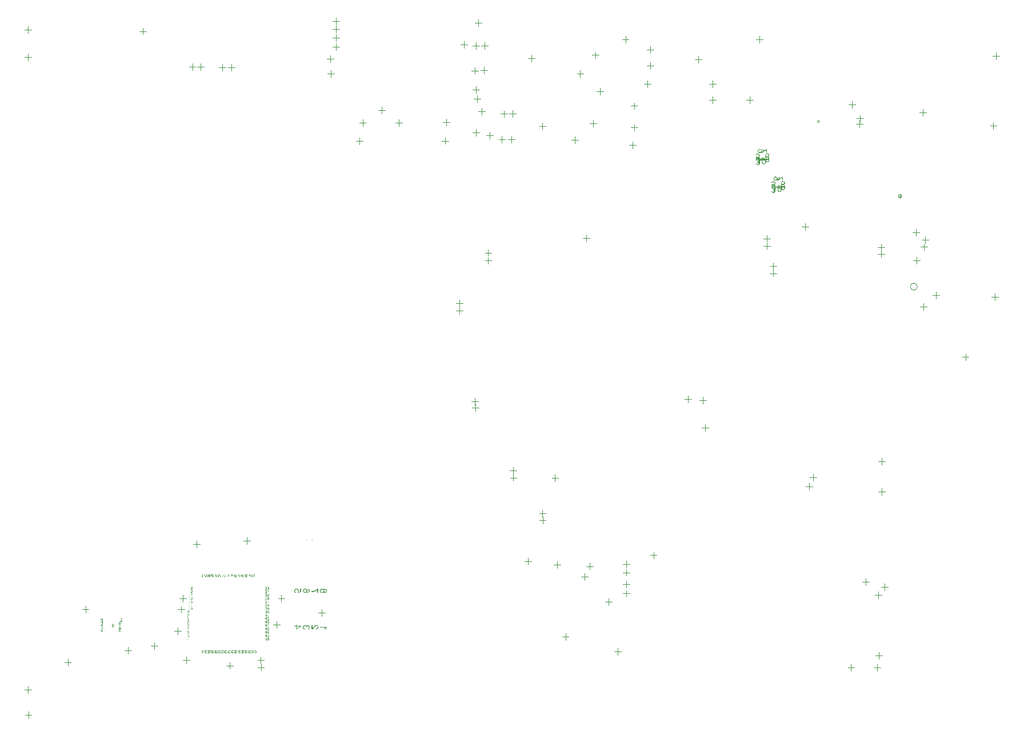
<source format=gbr>
G04*
G04 #@! TF.GenerationSoftware,Altium Limited,Altium Designer,24.2.2 (26)*
G04*
G04 Layer_Color=32768*
%FSLAX25Y25*%
%MOIN*%
G70*
G04*
G04 #@! TF.SameCoordinates,80A8E479-4E92-43EF-BFA2-91FD1FC97BD2*
G04*
G04*
G04 #@! TF.FilePolarity,Positive*
G04*
G01*
G75*
%ADD16C,0.00394*%
%ADD342C,0.00100*%
G36*
X148091Y-312426D02*
X148208Y-312448D01*
X148313Y-312481D01*
X148402Y-312514D01*
X148474Y-312548D01*
X148530Y-312581D01*
X148563Y-312603D01*
X148568Y-312609D01*
X148574D01*
X148663Y-312686D01*
X148740Y-312770D01*
X148802Y-312858D01*
X148857Y-312942D01*
X148896Y-313019D01*
X148924Y-313086D01*
X148935Y-313108D01*
X148940Y-313125D01*
X148946Y-313136D01*
Y-313141D01*
X148990Y-313042D01*
X149040Y-312958D01*
X149090Y-312886D01*
X149140Y-312825D01*
X149184Y-312781D01*
X149218Y-312747D01*
X149240Y-312725D01*
X149251Y-312720D01*
X149329Y-312670D01*
X149406Y-312636D01*
X149484Y-312609D01*
X149562Y-312592D01*
X149623Y-312581D01*
X149673Y-312575D01*
X149706D01*
X149712D01*
X149717D01*
X149795Y-312581D01*
X149867Y-312586D01*
X150006Y-312625D01*
X150128Y-312675D01*
X150233Y-312731D01*
X150317Y-312786D01*
X150350Y-312814D01*
X150383Y-312836D01*
X150405Y-312858D01*
X150422Y-312875D01*
X150428Y-312881D01*
X150433Y-312886D01*
X150483Y-312947D01*
X150533Y-313008D01*
X150572Y-313075D01*
X150605Y-313141D01*
X150655Y-313275D01*
X150689Y-313408D01*
X150705Y-313463D01*
X150711Y-313519D01*
X150716Y-313569D01*
X150722Y-313613D01*
X150727Y-313647D01*
Y-313697D01*
X150722Y-313785D01*
X150716Y-313874D01*
X150683Y-314030D01*
X150661Y-314102D01*
X150638Y-314168D01*
X150611Y-314229D01*
X150583Y-314285D01*
X150555Y-314329D01*
X150528Y-314374D01*
X150505Y-314412D01*
X150483Y-314440D01*
X150467Y-314462D01*
X150450Y-314479D01*
X150444Y-314490D01*
X150439Y-314496D01*
X150383Y-314546D01*
X150328Y-314596D01*
X150267Y-314634D01*
X150206Y-314668D01*
X150089Y-314723D01*
X149978Y-314757D01*
X149884Y-314779D01*
X149839Y-314784D01*
X149806Y-314790D01*
X149773Y-314795D01*
X149750D01*
X149739D01*
X149734D01*
X149634Y-314790D01*
X149540Y-314773D01*
X149456Y-314751D01*
X149384Y-314723D01*
X149329Y-314701D01*
X149284Y-314679D01*
X149262Y-314662D01*
X149251Y-314657D01*
X149184Y-314596D01*
X149123Y-314529D01*
X149068Y-314457D01*
X149023Y-314385D01*
X148990Y-314318D01*
X148968Y-314268D01*
X148957Y-314246D01*
X148951Y-314229D01*
X148946Y-314224D01*
Y-314218D01*
X148907Y-314346D01*
X148857Y-314451D01*
X148796Y-314546D01*
X148740Y-314623D01*
X148685Y-314684D01*
X148641Y-314729D01*
X148613Y-314751D01*
X148607Y-314762D01*
X148602D01*
X148502Y-314823D01*
X148396Y-314873D01*
X148296Y-314906D01*
X148196Y-314929D01*
X148108Y-314940D01*
X148069Y-314945D01*
X148036D01*
X148013Y-314951D01*
X147991D01*
X147980D01*
X147975D01*
X147886Y-314945D01*
X147797Y-314934D01*
X147714Y-314917D01*
X147630Y-314895D01*
X147492Y-314840D01*
X147425Y-314812D01*
X147370Y-314779D01*
X147314Y-314745D01*
X147270Y-314718D01*
X147231Y-314684D01*
X147197Y-314662D01*
X147170Y-314640D01*
X147153Y-314623D01*
X147142Y-314612D01*
X147136Y-314607D01*
X147075Y-314540D01*
X147026Y-314468D01*
X146981Y-314390D01*
X146942Y-314313D01*
X146915Y-314240D01*
X146887Y-314163D01*
X146848Y-314013D01*
X146831Y-313946D01*
X146820Y-313885D01*
X146815Y-313830D01*
X146809Y-313780D01*
X146803Y-313741D01*
Y-313685D01*
X146809Y-313580D01*
X146820Y-313486D01*
X146837Y-313391D01*
X146853Y-313302D01*
X146881Y-313225D01*
X146909Y-313147D01*
X146937Y-313075D01*
X146970Y-313014D01*
X147003Y-312958D01*
X147031Y-312908D01*
X147059Y-312870D01*
X147087Y-312831D01*
X147103Y-312803D01*
X147120Y-312786D01*
X147131Y-312775D01*
X147136Y-312770D01*
X147203Y-312709D01*
X147270Y-312653D01*
X147336Y-312609D01*
X147408Y-312570D01*
X147475Y-312531D01*
X147547Y-312503D01*
X147675Y-312464D01*
X147736Y-312448D01*
X147791Y-312437D01*
X147841Y-312431D01*
X147880Y-312426D01*
X147914Y-312420D01*
X147941D01*
X147958D01*
X147963D01*
X148091Y-312426D01*
D02*
G37*
G36*
X138136Y-333702D02*
X138258Y-333724D01*
X138363Y-333757D01*
X138452Y-333791D01*
X138524Y-333824D01*
X138579Y-333857D01*
X138613Y-333880D01*
X138624Y-333885D01*
X138707Y-333963D01*
X138779Y-334046D01*
X138835Y-334135D01*
X138879Y-334224D01*
X138912Y-334301D01*
X138935Y-334363D01*
X138940Y-334385D01*
X138946Y-334401D01*
X138951Y-334412D01*
Y-334418D01*
X139001Y-334324D01*
X139051Y-334246D01*
X139107Y-334179D01*
X139157Y-334124D01*
X139201Y-334079D01*
X139240Y-334046D01*
X139262Y-334030D01*
X139273Y-334024D01*
X139351Y-333980D01*
X139429Y-333946D01*
X139506Y-333918D01*
X139578Y-333902D01*
X139639Y-333891D01*
X139684Y-333885D01*
X139717D01*
X139728D01*
X139823Y-333891D01*
X139917Y-333907D01*
X140000Y-333930D01*
X140072Y-333957D01*
X140134Y-333985D01*
X140183Y-334007D01*
X140211Y-334024D01*
X140222Y-334030D01*
X140305Y-334085D01*
X140378Y-334152D01*
X140439Y-334218D01*
X140494Y-334285D01*
X140533Y-334340D01*
X140566Y-334390D01*
X140583Y-334423D01*
X140589Y-334429D01*
Y-334435D01*
X140633Y-334535D01*
X140666Y-334634D01*
X140694Y-334734D01*
X140711Y-334823D01*
X140722Y-334895D01*
X140727Y-334956D01*
Y-335095D01*
X140716Y-335173D01*
X140689Y-335323D01*
X140644Y-335450D01*
X140600Y-335561D01*
X140572Y-335611D01*
X140550Y-335650D01*
X140527Y-335689D01*
X140505Y-335717D01*
X140489Y-335739D01*
X140478Y-335755D01*
X140472Y-335767D01*
X140466Y-335772D01*
X140361Y-335878D01*
X140244Y-335961D01*
X140122Y-336028D01*
X140000Y-336083D01*
X139895Y-336116D01*
X139850Y-336133D01*
X139812Y-336144D01*
X139778Y-336150D01*
X139756Y-336155D01*
X139739Y-336161D01*
X139734D01*
X139651Y-335689D01*
X139773Y-335667D01*
X139878Y-335633D01*
X139967Y-335595D01*
X140039Y-335556D01*
X140095Y-335517D01*
X140134Y-335484D01*
X140161Y-335461D01*
X140167Y-335456D01*
X140222Y-335384D01*
X140267Y-335306D01*
X140294Y-335234D01*
X140317Y-335162D01*
X140328Y-335095D01*
X140339Y-335045D01*
Y-335001D01*
X140333Y-334901D01*
X140311Y-334812D01*
X140283Y-334734D01*
X140256Y-334668D01*
X140222Y-334618D01*
X140194Y-334579D01*
X140172Y-334551D01*
X140167Y-334546D01*
X140100Y-334485D01*
X140028Y-334440D01*
X139956Y-334412D01*
X139889Y-334390D01*
X139828Y-334379D01*
X139784Y-334368D01*
X139751D01*
X139745D01*
X139739D01*
X139678D01*
X139623Y-334379D01*
X139529Y-334407D01*
X139445Y-334446D01*
X139373Y-334490D01*
X139323Y-334535D01*
X139284Y-334573D01*
X139262Y-334601D01*
X139257Y-334607D01*
Y-334612D01*
X139207Y-334707D01*
X139168Y-334795D01*
X139140Y-334890D01*
X139123Y-334973D01*
X139112Y-335045D01*
X139101Y-335106D01*
Y-335178D01*
X139107Y-335201D01*
Y-335228D01*
X138690Y-335284D01*
X138707Y-335212D01*
X138718Y-335145D01*
X138729Y-335089D01*
X138735Y-335040D01*
X138740Y-335001D01*
Y-334951D01*
X138729Y-334834D01*
X138707Y-334729D01*
X138674Y-334634D01*
X138635Y-334557D01*
X138596Y-334496D01*
X138563Y-334451D01*
X138541Y-334423D01*
X138530Y-334412D01*
X138446Y-334340D01*
X138357Y-334285D01*
X138269Y-334246D01*
X138180Y-334224D01*
X138108Y-334207D01*
X138047Y-334202D01*
X138024Y-334196D01*
X138008D01*
X137997D01*
X137991D01*
X137869Y-334207D01*
X137758Y-334235D01*
X137664Y-334268D01*
X137581Y-334313D01*
X137514Y-334357D01*
X137464Y-334390D01*
X137431Y-334418D01*
X137419Y-334429D01*
X137342Y-334518D01*
X137286Y-334612D01*
X137248Y-334707D01*
X137220Y-334795D01*
X137203Y-334873D01*
X137197Y-334934D01*
X137192Y-334956D01*
Y-334990D01*
X137197Y-335089D01*
X137220Y-335184D01*
X137248Y-335267D01*
X137281Y-335334D01*
X137309Y-335389D01*
X137336Y-335434D01*
X137358Y-335456D01*
X137364Y-335467D01*
X137442Y-335533D01*
X137531Y-335589D01*
X137625Y-335639D01*
X137725Y-335678D01*
X137808Y-335706D01*
X137847Y-335717D01*
X137880Y-335722D01*
X137908Y-335728D01*
X137930Y-335733D01*
X137941Y-335739D01*
X137947D01*
X137886Y-336211D01*
X137797Y-336199D01*
X137714Y-336183D01*
X137558Y-336133D01*
X137425Y-336072D01*
X137370Y-336039D01*
X137314Y-336005D01*
X137264Y-335972D01*
X137225Y-335939D01*
X137186Y-335911D01*
X137159Y-335883D01*
X137136Y-335866D01*
X137120Y-335850D01*
X137109Y-335839D01*
X137103Y-335833D01*
X137053Y-335767D01*
X137003Y-335700D01*
X136964Y-335633D01*
X136931Y-335561D01*
X136876Y-335422D01*
X136842Y-335289D01*
X136831Y-335228D01*
X136820Y-335173D01*
X136815Y-335123D01*
X136809Y-335078D01*
X136803Y-335045D01*
Y-334995D01*
X136809Y-334890D01*
X136820Y-334795D01*
X136837Y-334701D01*
X136859Y-334612D01*
X136887Y-334529D01*
X136915Y-334457D01*
X136948Y-334385D01*
X136981Y-334324D01*
X137009Y-334263D01*
X137042Y-334213D01*
X137070Y-334168D01*
X137098Y-334135D01*
X137120Y-334107D01*
X137136Y-334085D01*
X137148Y-334074D01*
X137153Y-334068D01*
X137220Y-334002D01*
X137292Y-333946D01*
X137364Y-333896D01*
X137436Y-333852D01*
X137503Y-333819D01*
X137575Y-333785D01*
X137708Y-333741D01*
X137769Y-333730D01*
X137825Y-333719D01*
X137875Y-333708D01*
X137919Y-333702D01*
X137952Y-333697D01*
X137980D01*
X137997D01*
X138002D01*
X138136Y-333702D01*
D02*
G37*
G36*
X142325Y-335550D02*
X142420Y-335484D01*
X142458Y-335450D01*
X142497Y-335422D01*
X142531Y-335395D01*
X142553Y-335373D01*
X142569Y-335356D01*
X142575Y-335350D01*
X142603Y-335323D01*
X142630Y-335289D01*
X142703Y-335212D01*
X142786Y-335123D01*
X142869Y-335029D01*
X142941Y-334940D01*
X142974Y-334901D01*
X143008Y-334868D01*
X143030Y-334840D01*
X143047Y-334818D01*
X143058Y-334806D01*
X143063Y-334801D01*
X143141Y-334712D01*
X143213Y-334623D01*
X143285Y-334546D01*
X143346Y-334473D01*
X143407Y-334407D01*
X143463Y-334351D01*
X143513Y-334296D01*
X143557Y-334251D01*
X143602Y-334207D01*
X143635Y-334174D01*
X143663Y-334146D01*
X143691Y-334118D01*
X143724Y-334090D01*
X143735Y-334079D01*
X143829Y-334002D01*
X143912Y-333935D01*
X143996Y-333880D01*
X144062Y-333835D01*
X144123Y-333802D01*
X144168Y-333780D01*
X144195Y-333769D01*
X144207Y-333763D01*
X144290Y-333730D01*
X144373Y-333708D01*
X144451Y-333685D01*
X144517Y-333674D01*
X144579Y-333669D01*
X144623Y-333663D01*
X144651D01*
X144662D01*
X144745Y-333669D01*
X144823Y-333680D01*
X144900Y-333691D01*
X144967Y-333713D01*
X145100Y-333769D01*
X145206Y-333824D01*
X145256Y-333857D01*
X145294Y-333885D01*
X145333Y-333913D01*
X145361Y-333941D01*
X145383Y-333963D01*
X145405Y-333974D01*
X145411Y-333985D01*
X145416Y-333991D01*
X145472Y-334052D01*
X145522Y-334118D01*
X145561Y-334190D01*
X145594Y-334263D01*
X145650Y-334407D01*
X145688Y-334551D01*
X145700Y-334612D01*
X145711Y-334673D01*
X145716Y-334729D01*
X145722Y-334773D01*
X145727Y-334812D01*
Y-334868D01*
X145722Y-334967D01*
X145716Y-335062D01*
X145700Y-335151D01*
X145683Y-335234D01*
X145661Y-335312D01*
X145639Y-335384D01*
X145611Y-335450D01*
X145583Y-335511D01*
X145555Y-335567D01*
X145528Y-335611D01*
X145505Y-335650D01*
X145483Y-335683D01*
X145466Y-335711D01*
X145450Y-335728D01*
X145444Y-335739D01*
X145439Y-335744D01*
X145383Y-335800D01*
X145322Y-335850D01*
X145256Y-335900D01*
X145189Y-335939D01*
X145056Y-336005D01*
X144923Y-336050D01*
X144861Y-336066D01*
X144800Y-336083D01*
X144750Y-336094D01*
X144706Y-336105D01*
X144667Y-336111D01*
X144640D01*
X144623Y-336116D01*
X144617D01*
X144567Y-335633D01*
X144695Y-335622D01*
X144806Y-335600D01*
X144906Y-335567D01*
X144984Y-335528D01*
X145050Y-335495D01*
X145095Y-335461D01*
X145122Y-335439D01*
X145133Y-335428D01*
X145200Y-335345D01*
X145250Y-335256D01*
X145289Y-335162D01*
X145311Y-335078D01*
X145328Y-335001D01*
X145333Y-334934D01*
X145339Y-334912D01*
Y-334879D01*
X145333Y-334762D01*
X145311Y-334657D01*
X145278Y-334568D01*
X145245Y-334490D01*
X145206Y-334429D01*
X145178Y-334390D01*
X145156Y-334363D01*
X145145Y-334351D01*
X145067Y-334285D01*
X144989Y-334235D01*
X144912Y-334196D01*
X144834Y-334174D01*
X144773Y-334157D01*
X144717Y-334152D01*
X144684Y-334146D01*
X144678D01*
X144673D01*
X144573Y-334157D01*
X144467Y-334179D01*
X144373Y-334218D01*
X144284Y-334257D01*
X144212Y-334301D01*
X144151Y-334340D01*
X144129Y-334351D01*
X144112Y-334363D01*
X144107Y-334374D01*
X144101D01*
X144040Y-334418D01*
X143979Y-334473D01*
X143912Y-334535D01*
X143846Y-334601D01*
X143713Y-334740D01*
X143579Y-334879D01*
X143518Y-334951D01*
X143463Y-335012D01*
X143413Y-335073D01*
X143369Y-335123D01*
X143335Y-335162D01*
X143307Y-335195D01*
X143291Y-335217D01*
X143285Y-335223D01*
X143169Y-335362D01*
X143058Y-335489D01*
X142958Y-335595D01*
X142875Y-335678D01*
X142803Y-335750D01*
X142753Y-335800D01*
X142719Y-335828D01*
X142714Y-335839D01*
X142708D01*
X142614Y-335916D01*
X142525Y-335978D01*
X142436Y-336033D01*
X142359Y-336077D01*
X142292Y-336111D01*
X142242Y-336133D01*
X142209Y-336144D01*
X142203Y-336150D01*
X142198D01*
X142137Y-336172D01*
X142081Y-336183D01*
X142025Y-336194D01*
X141975Y-336199D01*
X141931Y-336205D01*
X141898D01*
X141876D01*
X141870D01*
Y-333658D01*
X142325D01*
Y-335550D01*
D02*
G37*
G36*
X133269Y-312409D02*
X133363Y-312420D01*
X133457Y-312437D01*
X133541Y-312459D01*
X133618Y-312487D01*
X133696Y-312514D01*
X133763Y-312548D01*
X133824Y-312575D01*
X133879Y-312609D01*
X133929Y-312642D01*
X133968Y-312670D01*
X134007Y-312698D01*
X134035Y-312720D01*
X134051Y-312736D01*
X134062Y-312747D01*
X134068Y-312753D01*
X134129Y-312820D01*
X134184Y-312886D01*
X134229Y-312958D01*
X134268Y-313031D01*
X134307Y-313103D01*
X134334Y-313175D01*
X134373Y-313308D01*
X134390Y-313369D01*
X134401Y-313424D01*
X134406Y-313474D01*
X134412Y-313519D01*
X134417Y-313552D01*
Y-313674D01*
X134406Y-313741D01*
X134379Y-313874D01*
X134340Y-313996D01*
X134295Y-314107D01*
X134251Y-314196D01*
X134229Y-314235D01*
X134212Y-314268D01*
X134195Y-314296D01*
X134184Y-314313D01*
X134179Y-314324D01*
X134173Y-314329D01*
X135211Y-314124D01*
Y-312586D01*
X135661D01*
Y-314496D01*
X133685Y-314867D01*
X133624Y-314423D01*
X133685Y-314385D01*
X133735Y-314335D01*
X133785Y-314290D01*
X133824Y-314246D01*
X133851Y-314201D01*
X133879Y-314168D01*
X133890Y-314146D01*
X133896Y-314141D01*
X133929Y-314068D01*
X133957Y-313996D01*
X133974Y-313930D01*
X133990Y-313863D01*
X133996Y-313808D01*
X134001Y-313763D01*
Y-313658D01*
X133990Y-313591D01*
X133962Y-313474D01*
X133924Y-313375D01*
X133885Y-313286D01*
X133840Y-313219D01*
X133801Y-313169D01*
X133774Y-313141D01*
X133768Y-313130D01*
X133763D01*
X133668Y-313053D01*
X133568Y-312997D01*
X133463Y-312958D01*
X133358Y-312931D01*
X133269Y-312914D01*
X133230Y-312908D01*
X133196D01*
X133169Y-312903D01*
X133147D01*
X133135D01*
X133130D01*
X133052D01*
X132980Y-312914D01*
X132841Y-312942D01*
X132725Y-312981D01*
X132630Y-313019D01*
X132553Y-313064D01*
X132492Y-313103D01*
X132475Y-313119D01*
X132458Y-313130D01*
X132453Y-313136D01*
X132447Y-313141D01*
X132403Y-313186D01*
X132364Y-313230D01*
X132297Y-313330D01*
X132253Y-313424D01*
X132225Y-313519D01*
X132203Y-313597D01*
X132197Y-313663D01*
X132192Y-313685D01*
Y-313719D01*
X132197Y-313824D01*
X132220Y-313918D01*
X132247Y-314002D01*
X132281Y-314068D01*
X132314Y-314129D01*
X132342Y-314174D01*
X132364Y-314196D01*
X132370Y-314207D01*
X132447Y-314274D01*
X132530Y-314329D01*
X132625Y-314374D01*
X132708Y-314407D01*
X132791Y-314429D01*
X132852Y-314446D01*
X132880Y-314451D01*
X132897Y-314457D01*
X132908D01*
X132913D01*
X132875Y-314951D01*
X132786Y-314940D01*
X132703Y-314923D01*
X132547Y-314873D01*
X132414Y-314812D01*
X132353Y-314779D01*
X132303Y-314745D01*
X132253Y-314718D01*
X132209Y-314684D01*
X132175Y-314657D01*
X132148Y-314629D01*
X132125Y-314607D01*
X132103Y-314596D01*
X132098Y-314584D01*
X132092Y-314579D01*
X132042Y-314512D01*
X131998Y-314446D01*
X131959Y-314374D01*
X131926Y-314301D01*
X131876Y-314163D01*
X131842Y-314024D01*
X131826Y-313963D01*
X131820Y-313902D01*
X131815Y-313852D01*
X131809Y-313808D01*
X131804Y-313769D01*
Y-313719D01*
X131809Y-313602D01*
X131826Y-313491D01*
X131848Y-313386D01*
X131876Y-313291D01*
X131914Y-313203D01*
X131953Y-313119D01*
X131992Y-313042D01*
X132037Y-312975D01*
X132081Y-312914D01*
X132120Y-312858D01*
X132164Y-312814D01*
X132197Y-312775D01*
X132225Y-312747D01*
X132247Y-312725D01*
X132264Y-312714D01*
X132270Y-312709D01*
X132342Y-312653D01*
X132420Y-312609D01*
X132492Y-312564D01*
X132569Y-312531D01*
X132719Y-312475D01*
X132863Y-312442D01*
X132925Y-312431D01*
X132986Y-312420D01*
X133036Y-312414D01*
X133080Y-312409D01*
X133119Y-312403D01*
X133147D01*
X133163D01*
X133169D01*
X133269Y-312409D01*
D02*
G37*
G36*
X133224Y-334068D02*
X135711D01*
Y-334451D01*
X133224Y-336211D01*
X132791D01*
Y-334540D01*
X131870D01*
Y-334068D01*
X132791D01*
Y-333547D01*
X133224D01*
Y-334068D01*
D02*
G37*
G36*
X150727Y-335101D02*
X150633Y-335156D01*
X150544Y-335217D01*
X150455Y-335289D01*
X150378Y-335356D01*
X150311Y-335422D01*
X150256Y-335472D01*
X150239Y-335495D01*
X150222Y-335511D01*
X150217Y-335517D01*
X150211Y-335522D01*
X150117Y-335639D01*
X150028Y-335755D01*
X149950Y-335866D01*
X149889Y-335978D01*
X149834Y-336072D01*
X149812Y-336111D01*
X149795Y-336144D01*
X149778Y-336172D01*
X149773Y-336194D01*
X149762Y-336205D01*
Y-336211D01*
X149306D01*
X149340Y-336127D01*
X149379Y-336044D01*
X149417Y-335961D01*
X149456Y-335883D01*
X149490Y-335817D01*
X149517Y-335761D01*
X149540Y-335728D01*
X149545Y-335722D01*
Y-335717D01*
X149606Y-335617D01*
X149667Y-335528D01*
X149723Y-335450D01*
X149773Y-335389D01*
X149812Y-335334D01*
X149845Y-335300D01*
X149867Y-335273D01*
X149873Y-335267D01*
X146870D01*
Y-334795D01*
X150727D01*
Y-335101D01*
D02*
G37*
G36*
X138213Y-312414D02*
X138307Y-312426D01*
X138402Y-312442D01*
X138485Y-312459D01*
X138563Y-312487D01*
X138640Y-312514D01*
X138707Y-312542D01*
X138768Y-312575D01*
X138824Y-312609D01*
X138874Y-312636D01*
X138912Y-312664D01*
X138951Y-312692D01*
X138979Y-312709D01*
X138996Y-312725D01*
X139007Y-312736D01*
X139012Y-312742D01*
X139073Y-312803D01*
X139129Y-312870D01*
X139173Y-312942D01*
X139212Y-313008D01*
X139251Y-313075D01*
X139279Y-313141D01*
X139318Y-313269D01*
X139334Y-313325D01*
X139345Y-313380D01*
X139351Y-313424D01*
X139357Y-313469D01*
X139362Y-313502D01*
Y-313547D01*
X139357Y-313647D01*
X139340Y-313741D01*
X139323Y-313830D01*
X139301Y-313907D01*
X139273Y-313974D01*
X139257Y-314024D01*
X139240Y-314057D01*
X139234Y-314063D01*
Y-314068D01*
X139179Y-314157D01*
X139118Y-314235D01*
X139057Y-314307D01*
X138990Y-314363D01*
X138935Y-314412D01*
X138890Y-314451D01*
X138857Y-314474D01*
X138851Y-314479D01*
X138951D01*
X139051Y-314474D01*
X139140Y-314468D01*
X139229Y-314457D01*
X139306Y-314451D01*
X139379Y-314440D01*
X139445Y-314429D01*
X139506Y-314412D01*
X139562Y-314401D01*
X139606Y-314390D01*
X139645Y-314379D01*
X139678Y-314374D01*
X139701Y-314363D01*
X139717Y-314357D01*
X139728Y-314351D01*
X139734D01*
X139845Y-314296D01*
X139945Y-314240D01*
X140023Y-314179D01*
X140089Y-314124D01*
X140145Y-314074D01*
X140183Y-314035D01*
X140206Y-314007D01*
X140211Y-313996D01*
X140256Y-313930D01*
X140283Y-313863D01*
X140305Y-313796D01*
X140322Y-313730D01*
X140333Y-313680D01*
X140339Y-313635D01*
Y-313597D01*
X140328Y-313497D01*
X140305Y-313402D01*
X140272Y-313325D01*
X140239Y-313252D01*
X140200Y-313197D01*
X140167Y-313158D01*
X140145Y-313136D01*
X140134Y-313125D01*
X140084Y-313086D01*
X140023Y-313047D01*
X139956Y-313014D01*
X139889Y-312992D01*
X139828Y-312969D01*
X139778Y-312953D01*
X139745Y-312947D01*
X139739Y-312942D01*
X139734D01*
X139773Y-312470D01*
X139928Y-312503D01*
X140067Y-312553D01*
X140189Y-312609D01*
X140289Y-312670D01*
X140367Y-312731D01*
X140400Y-312753D01*
X140428Y-312781D01*
X140444Y-312797D01*
X140461Y-312814D01*
X140466Y-312820D01*
X140472Y-312825D01*
X140516Y-312881D01*
X140555Y-312942D01*
X140622Y-313064D01*
X140666Y-313186D01*
X140694Y-313302D01*
X140716Y-313408D01*
X140722Y-313452D01*
Y-313491D01*
X140727Y-313524D01*
Y-313569D01*
X140722Y-313680D01*
X140711Y-313785D01*
X140689Y-313885D01*
X140661Y-313980D01*
X140622Y-314063D01*
X140589Y-314146D01*
X140544Y-314218D01*
X140505Y-314285D01*
X140466Y-314340D01*
X140422Y-314396D01*
X140389Y-314440D01*
X140356Y-314474D01*
X140322Y-314501D01*
X140300Y-314524D01*
X140289Y-314534D01*
X140283Y-314540D01*
X140183Y-314612D01*
X140067Y-314673D01*
X139945Y-314729D01*
X139817Y-314779D01*
X139684Y-314818D01*
X139551Y-314851D01*
X139412Y-314879D01*
X139284Y-314901D01*
X139157Y-314917D01*
X139040Y-314929D01*
X138935Y-314940D01*
X138846Y-314945D01*
X138768D01*
X138713Y-314951D01*
X138690D01*
X138674D01*
X138668D01*
X138663D01*
X138485Y-314945D01*
X138319Y-314934D01*
X138163Y-314917D01*
X138019Y-314890D01*
X137891Y-314862D01*
X137775Y-314834D01*
X137669Y-314801D01*
X137575Y-314762D01*
X137497Y-314729D01*
X137425Y-314696D01*
X137370Y-314668D01*
X137320Y-314634D01*
X137281Y-314612D01*
X137259Y-314596D01*
X137242Y-314584D01*
X137236Y-314579D01*
X137159Y-314507D01*
X137092Y-314429D01*
X137037Y-314351D01*
X136987Y-314274D01*
X136942Y-314191D01*
X136909Y-314113D01*
X136881Y-314035D01*
X136859Y-313957D01*
X136842Y-313891D01*
X136826Y-313824D01*
X136815Y-313769D01*
X136809Y-313719D01*
Y-313674D01*
X136803Y-313647D01*
Y-313619D01*
X136809Y-313491D01*
X136831Y-313375D01*
X136853Y-313269D01*
X136887Y-313175D01*
X136915Y-313103D01*
X136942Y-313047D01*
X136948Y-313025D01*
X136959Y-313008D01*
X136964Y-313003D01*
Y-312997D01*
X137031Y-312903D01*
X137109Y-312814D01*
X137186Y-312742D01*
X137264Y-312681D01*
X137336Y-312631D01*
X137392Y-312598D01*
X137414Y-312586D01*
X137431Y-312575D01*
X137436Y-312570D01*
X137442D01*
X137558Y-312514D01*
X137680Y-312475D01*
X137791Y-312448D01*
X137897Y-312431D01*
X137986Y-312414D01*
X138019D01*
X138052Y-312409D01*
X138080D01*
X138097D01*
X138108D01*
X138113D01*
X138213Y-312414D01*
D02*
G37*
G36*
X145661Y-314951D02*
X145206D01*
Y-313069D01*
X145045Y-313203D01*
X144873Y-313330D01*
X144706Y-313441D01*
X144545Y-313547D01*
X144473Y-313591D01*
X144406Y-313630D01*
X144345Y-313669D01*
X144295Y-313697D01*
X144251Y-313719D01*
X144223Y-313735D01*
X144201Y-313747D01*
X144195Y-313752D01*
X143974Y-313863D01*
X143752Y-313963D01*
X143541Y-314046D01*
X143446Y-314079D01*
X143352Y-314113D01*
X143269Y-314146D01*
X143191Y-314168D01*
X143124Y-314191D01*
X143069Y-314207D01*
X143019Y-314224D01*
X142986Y-314235D01*
X142963Y-314240D01*
X142958D01*
X142730Y-314296D01*
X142619Y-314318D01*
X142519Y-314335D01*
X142425Y-314351D01*
X142331Y-314368D01*
X142253Y-314379D01*
X142175Y-314390D01*
X142109Y-314396D01*
X142048Y-314401D01*
X141992Y-314407D01*
X141948D01*
X141914Y-314412D01*
X141892D01*
X141876D01*
X141870D01*
Y-313930D01*
X142081Y-313913D01*
X142275Y-313885D01*
X142453Y-313858D01*
X142536Y-313841D01*
X142614Y-313824D01*
X142680Y-313813D01*
X142741Y-313796D01*
X142797Y-313785D01*
X142841Y-313774D01*
X142875Y-313763D01*
X142902Y-313757D01*
X142919Y-313752D01*
X142925D01*
X143180Y-313669D01*
X143419Y-313580D01*
X143535Y-313536D01*
X143646Y-313491D01*
X143746Y-313441D01*
X143846Y-313397D01*
X143935Y-313358D01*
X144012Y-313319D01*
X144079Y-313286D01*
X144140Y-313258D01*
X144190Y-313230D01*
X144223Y-313214D01*
X144246Y-313203D01*
X144251Y-313197D01*
X144368Y-313130D01*
X144484Y-313064D01*
X144590Y-312997D01*
X144690Y-312931D01*
X144778Y-312870D01*
X144867Y-312808D01*
X144945Y-312747D01*
X145011Y-312698D01*
X145078Y-312648D01*
X145133Y-312603D01*
X145178Y-312559D01*
X145217Y-312526D01*
X145250Y-312503D01*
X145272Y-312481D01*
X145283Y-312470D01*
X145289Y-312464D01*
X145661D01*
Y-314951D01*
D02*
G37*
G36*
X103940Y-348485D02*
X103986Y-348492D01*
X104030Y-348501D01*
X104069Y-348512D01*
X104106Y-348529D01*
X104141Y-348545D01*
X104173Y-348561D01*
X104201Y-348579D01*
X104226Y-348598D01*
X104249Y-348614D01*
X104268Y-348632D01*
X104284Y-348646D01*
X104295Y-348658D01*
X104305Y-348667D01*
X104309Y-348674D01*
X104312Y-348676D01*
X104335Y-348706D01*
X104353Y-348739D01*
X104372Y-348769D01*
X104385Y-348801D01*
X104409Y-348863D01*
X104422Y-348923D01*
X104427Y-348949D01*
X104432Y-348974D01*
X104434Y-348995D01*
X104436Y-349014D01*
X104439Y-349030D01*
Y-349041D01*
Y-349048D01*
Y-349050D01*
X104436Y-349092D01*
X104432Y-349131D01*
X104425Y-349171D01*
X104416Y-349205D01*
X104404Y-349238D01*
X104392Y-349270D01*
X104378Y-349298D01*
X104367Y-349323D01*
X104353Y-349346D01*
X104339Y-349367D01*
X104328Y-349383D01*
X104316Y-349399D01*
X104307Y-349411D01*
X104300Y-349418D01*
X104295Y-349422D01*
X104293Y-349425D01*
X104265Y-349450D01*
X104238Y-349473D01*
X104208Y-349492D01*
X104178Y-349508D01*
X104148Y-349524D01*
X104118Y-349536D01*
X104062Y-349552D01*
X104037Y-349559D01*
X104014Y-349563D01*
X103993Y-349566D01*
X103974Y-349568D01*
X103960Y-349570D01*
X103910D01*
X103882Y-349566D01*
X103826Y-349554D01*
X103776Y-349538D01*
X103729Y-349519D01*
X103692Y-349501D01*
X103676Y-349492D01*
X103662Y-349485D01*
X103651Y-349478D01*
X103644Y-349473D01*
X103639Y-349471D01*
X103637Y-349469D01*
X103639Y-349480D01*
X103640Y-349482D01*
X103654Y-349517D01*
X103664Y-349552D01*
X103673Y-349584D01*
X103677Y-349612D01*
X103680Y-349637D01*
X103682Y-349656D01*
Y-349667D01*
Y-349672D01*
X103681Y-349690D01*
X103723Y-349901D01*
X104362D01*
Y-350088D01*
X103568D01*
X103548Y-349984D01*
X103548Y-349984D01*
X103546Y-349986D01*
X103520Y-350009D01*
X103493Y-350030D01*
X103463Y-350046D01*
X103433Y-350060D01*
X103373Y-350083D01*
X103313Y-350099D01*
X103287Y-350104D01*
X103262Y-350109D01*
X103238Y-350111D01*
X103220Y-350113D01*
X103204Y-350115D01*
X103181D01*
X103139Y-350113D01*
X103100Y-350111D01*
X103063Y-350104D01*
X103028Y-350097D01*
X102996Y-350088D01*
X102966Y-350079D01*
X102938Y-350067D01*
X102913Y-350055D01*
X102890Y-350044D01*
X102871Y-350032D01*
X102855Y-350023D01*
X102841Y-350014D01*
X102830Y-350007D01*
X102823Y-350000D01*
X102818Y-349998D01*
X102816Y-349995D01*
X102793Y-349972D01*
X102772Y-349947D01*
X102751Y-349919D01*
X102735Y-349891D01*
X102707Y-349836D01*
X102689Y-349781D01*
X102682Y-349755D01*
X102675Y-349730D01*
X102670Y-349709D01*
X102666Y-349690D01*
X102663Y-349674D01*
Y-349663D01*
X102661Y-349656D01*
Y-349653D01*
X102862Y-349633D01*
X102867Y-349686D01*
X102876Y-349732D01*
X102890Y-349774D01*
X102906Y-349806D01*
X102920Y-349834D01*
X102934Y-349852D01*
X102943Y-349864D01*
X102947Y-349868D01*
X102982Y-349896D01*
X103019Y-349917D01*
X103058Y-349933D01*
X103093Y-349942D01*
X103125Y-349949D01*
X103153Y-349951D01*
X103162Y-349954D01*
X103176D01*
X103225Y-349951D01*
X103269Y-349942D01*
X103305Y-349928D01*
X103338Y-349915D01*
X103363Y-349898D01*
X103379Y-349887D01*
X103391Y-349878D01*
X103396Y-349873D01*
X103423Y-349840D01*
X103444Y-349808D01*
X103460Y-349776D01*
X103470Y-349744D01*
X103477Y-349718D01*
X103479Y-349695D01*
X103481Y-349681D01*
Y-349679D01*
Y-349676D01*
X103477Y-349635D01*
X103467Y-349591D01*
X103451Y-349552D01*
X103435Y-349515D01*
X103416Y-349485D01*
X103400Y-349459D01*
X103396Y-349450D01*
X103391Y-349443D01*
X103386Y-349441D01*
Y-349439D01*
X103368Y-349413D01*
X103345Y-349388D01*
X103319Y-349360D01*
X103292Y-349332D01*
X103234Y-349277D01*
X103176Y-349221D01*
X103146Y-349196D01*
X103121Y-349173D01*
X103095Y-349152D01*
X103075Y-349134D01*
X103058Y-349120D01*
X103044Y-349108D01*
X103035Y-349101D01*
X103033Y-349099D01*
X102975Y-349050D01*
X102922Y-349004D01*
X102878Y-348963D01*
X102843Y-348928D01*
X102813Y-348898D01*
X102793Y-348877D01*
X102781Y-348863D01*
X102777Y-348861D01*
Y-348859D01*
X102744Y-348819D01*
X102719Y-348783D01*
X102696Y-348746D01*
X102677Y-348713D01*
X102663Y-348686D01*
X102654Y-348665D01*
X102649Y-348651D01*
X102647Y-348649D01*
Y-348646D01*
X102638Y-348621D01*
X102633Y-348598D01*
X102629Y-348575D01*
X102626Y-348554D01*
X102624Y-348535D01*
Y-348521D01*
Y-348512D01*
Y-348510D01*
X103684D01*
Y-348520D01*
X103706Y-348512D01*
X103764Y-348498D01*
X103789Y-348492D01*
X103815Y-348489D01*
X103836Y-348487D01*
X103854Y-348485D01*
X103870Y-348482D01*
X103891D01*
X103940Y-348485D01*
D02*
G37*
G36*
X84301D02*
X84349Y-348494D01*
X84393Y-348503D01*
X84433Y-348517D01*
X84462Y-348529D01*
X84486Y-348540D01*
X84495Y-348542D01*
X84502Y-348547D01*
X84504Y-348549D01*
X84506D01*
X84546Y-348577D01*
X84583Y-348609D01*
X84613Y-348642D01*
X84638Y-348674D01*
X84659Y-348704D01*
X84673Y-348727D01*
X84677Y-348736D01*
X84682Y-348743D01*
X84684Y-348746D01*
Y-348748D01*
X84707Y-348796D01*
X84724Y-348847D01*
X84735Y-348893D01*
X84742Y-348937D01*
X84749Y-348974D01*
Y-348988D01*
X84751Y-349002D01*
Y-349014D01*
Y-349021D01*
Y-349025D01*
Y-349027D01*
X84749Y-349069D01*
X84744Y-349108D01*
X84737Y-349148D01*
X84730Y-349182D01*
X84719Y-349215D01*
X84707Y-349247D01*
X84696Y-349275D01*
X84682Y-349300D01*
X84668Y-349323D01*
X84657Y-349344D01*
X84645Y-349360D01*
X84633Y-349376D01*
X84627Y-349388D01*
X84620Y-349395D01*
X84615Y-349399D01*
X84613Y-349402D01*
X84587Y-349427D01*
X84560Y-349450D01*
X84530Y-349469D01*
X84502Y-349485D01*
X84474Y-349501D01*
X84446Y-349513D01*
X84393Y-349529D01*
X84370Y-349536D01*
X84347Y-349540D01*
X84329Y-349542D01*
X84310Y-349545D01*
X84296Y-349547D01*
X84278D01*
X84236Y-349545D01*
X84197Y-349538D01*
X84160Y-349531D01*
X84127Y-349522D01*
X84100Y-349510D01*
X84079Y-349503D01*
X84065Y-349496D01*
X84063Y-349494D01*
X84061D01*
X84024Y-349471D01*
X83991Y-349446D01*
X83961Y-349420D01*
X83938Y-349392D01*
X83917Y-349369D01*
X83901Y-349351D01*
X83892Y-349337D01*
X83890Y-349335D01*
Y-349356D01*
X83893Y-349360D01*
X83916Y-349395D01*
X83935Y-349422D01*
X83948Y-349448D01*
X83958Y-349466D01*
X83962Y-349478D01*
X83965Y-349482D01*
X83978Y-349517D01*
X83988Y-349552D01*
X83997Y-349584D01*
X84002Y-349612D01*
X84004Y-349637D01*
X84006Y-349656D01*
Y-349667D01*
Y-349672D01*
X84004Y-349707D01*
X83999Y-349739D01*
X83995Y-349771D01*
X83989Y-349789D01*
X83989Y-349790D01*
X84014Y-349822D01*
X84038Y-349850D01*
X84058Y-349873D01*
X84074Y-349889D01*
X84086Y-349898D01*
X84091Y-349901D01*
X84118Y-349919D01*
X84146Y-349931D01*
X84174Y-349940D01*
X84202Y-349947D01*
X84222Y-349951D01*
X84241Y-349954D01*
X84257D01*
X84298Y-349949D01*
X84338Y-349940D01*
X84370Y-349926D01*
X84400Y-349912D01*
X84423Y-349896D01*
X84439Y-349882D01*
X84449Y-349873D01*
X84453Y-349868D01*
X84469Y-349848D01*
X84486Y-349822D01*
X84500Y-349794D01*
X84509Y-349767D01*
X84518Y-349741D01*
X84525Y-349720D01*
X84527Y-349707D01*
X84530Y-349704D01*
Y-349702D01*
X84726Y-349718D01*
X84712Y-349783D01*
X84691Y-349840D01*
X84668Y-349891D01*
X84643Y-349933D01*
X84617Y-349965D01*
X84608Y-349979D01*
X84597Y-349991D01*
X84589Y-349998D01*
X84583Y-350005D01*
X84580Y-350007D01*
X84578Y-350009D01*
X84555Y-350028D01*
X84530Y-350044D01*
X84479Y-350072D01*
X84428Y-350090D01*
X84379Y-350102D01*
X84336Y-350111D01*
X84317Y-350113D01*
X84301D01*
X84287Y-350115D01*
X84268D01*
X84222Y-350113D01*
X84178Y-350109D01*
X84137Y-350099D01*
X84097Y-350088D01*
X84063Y-350072D01*
X84028Y-350058D01*
X83998Y-350039D01*
X83970Y-350023D01*
X83947Y-350007D01*
X83924Y-349988D01*
X83906Y-349974D01*
X83893Y-349961D01*
X83891Y-349963D01*
X83881Y-349972D01*
X83877Y-349981D01*
X83872Y-349984D01*
X83870Y-349986D01*
X83845Y-350009D01*
X83817Y-350030D01*
X83787Y-350046D01*
X83757Y-350060D01*
X83697Y-350083D01*
X83637Y-350099D01*
X83611Y-350104D01*
X83586Y-350109D01*
X83563Y-350111D01*
X83544Y-350113D01*
X83528Y-350115D01*
X83505D01*
X83463Y-350113D01*
X83424Y-350111D01*
X83387Y-350104D01*
X83353Y-350097D01*
X83320Y-350088D01*
X83290Y-350079D01*
X83262Y-350067D01*
X83237Y-350055D01*
X83214Y-350044D01*
X83196Y-350032D01*
X83179Y-350023D01*
X83165Y-350014D01*
X83154Y-350007D01*
X83147Y-350000D01*
X83142Y-349998D01*
X83140Y-349995D01*
X83117Y-349972D01*
X83096Y-349947D01*
X83075Y-349919D01*
X83059Y-349891D01*
X83031Y-349836D01*
X83013Y-349781D01*
X83006Y-349755D01*
X82999Y-349730D01*
X82995Y-349709D01*
X82990Y-349690D01*
X82987Y-349674D01*
Y-349663D01*
X82985Y-349656D01*
Y-349653D01*
X83186Y-349633D01*
X83191Y-349686D01*
X83200Y-349732D01*
X83214Y-349774D01*
X83230Y-349806D01*
X83244Y-349834D01*
X83258Y-349852D01*
X83267Y-349864D01*
X83272Y-349868D01*
X83306Y-349896D01*
X83343Y-349917D01*
X83383Y-349933D01*
X83417Y-349942D01*
X83450Y-349949D01*
X83477Y-349951D01*
X83486Y-349954D01*
X83500D01*
X83549Y-349951D01*
X83593Y-349942D01*
X83630Y-349928D01*
X83662Y-349915D01*
X83688Y-349898D01*
X83704Y-349887D01*
X83715Y-349878D01*
X83720Y-349873D01*
X83748Y-349840D01*
X83768Y-349808D01*
X83782Y-349781D01*
X83765Y-349737D01*
X83749Y-349681D01*
X83735Y-349626D01*
X83723Y-349568D01*
X83714Y-349515D01*
X83707Y-349462D01*
X83704Y-349430D01*
X83692Y-349413D01*
X83669Y-349388D01*
X83644Y-349360D01*
X83616Y-349332D01*
X83558Y-349277D01*
X83500Y-349221D01*
X83470Y-349196D01*
X83445Y-349173D01*
X83420Y-349152D01*
X83399Y-349134D01*
X83383Y-349120D01*
X83369Y-349108D01*
X83359Y-349101D01*
X83357Y-349099D01*
X83299Y-349050D01*
X83246Y-349004D01*
X83202Y-348963D01*
X83168Y-348928D01*
X83138Y-348898D01*
X83117Y-348877D01*
X83105Y-348863D01*
X83101Y-348861D01*
Y-348859D01*
X83068Y-348819D01*
X83043Y-348783D01*
X83020Y-348746D01*
X83001Y-348713D01*
X82987Y-348686D01*
X82978Y-348665D01*
X82974Y-348651D01*
X82971Y-348649D01*
Y-348646D01*
X82962Y-348621D01*
X82958Y-348598D01*
X82953Y-348575D01*
X82951Y-348554D01*
X82948Y-348535D01*
Y-348521D01*
Y-348512D01*
Y-348510D01*
X84009D01*
Y-348541D01*
X84010Y-348540D01*
X84042Y-348526D01*
X84074Y-348515D01*
X84107Y-348505D01*
X84135Y-348498D01*
X84162Y-348492D01*
X84185Y-348487D01*
X84206Y-348485D01*
X84225D01*
X84236Y-348482D01*
X84248D01*
X84301Y-348485D01*
D02*
G37*
G36*
X100003D02*
X100049Y-348492D01*
X100093Y-348501D01*
X100132Y-348512D01*
X100169Y-348529D01*
X100204Y-348545D01*
X100236Y-348561D01*
X100264Y-348579D01*
X100289Y-348598D01*
X100312Y-348614D01*
X100331Y-348632D01*
X100347Y-348646D01*
X100358Y-348658D01*
X100368Y-348667D01*
X100372Y-348674D01*
X100374Y-348676D01*
X100398Y-348706D01*
X100416Y-348739D01*
X100435Y-348769D01*
X100449Y-348801D01*
X100472Y-348863D01*
X100485Y-348923D01*
X100490Y-348949D01*
X100495Y-348974D01*
X100497Y-348995D01*
X100499Y-349014D01*
X100502Y-349030D01*
Y-349041D01*
Y-349048D01*
Y-349050D01*
X100499Y-349092D01*
X100495Y-349131D01*
X100488Y-349171D01*
X100478Y-349205D01*
X100467Y-349238D01*
X100455Y-349270D01*
X100442Y-349298D01*
X100430Y-349323D01*
X100416Y-349346D01*
X100402Y-349367D01*
X100391Y-349383D01*
X100379Y-349399D01*
X100370Y-349411D01*
X100363Y-349418D01*
X100358Y-349422D01*
X100356Y-349425D01*
X100328Y-349450D01*
X100301Y-349473D01*
X100271Y-349492D01*
X100241Y-349508D01*
X100210Y-349524D01*
X100180Y-349536D01*
X100125Y-349552D01*
X100100Y-349559D01*
X100076Y-349563D01*
X100056Y-349566D01*
X100037Y-349568D01*
X100023Y-349570D01*
X99973D01*
X99945Y-349566D01*
X99889Y-349554D01*
X99839Y-349538D01*
X99792Y-349519D01*
X99756Y-349501D01*
X99739Y-349492D01*
X99725Y-349485D01*
X99714Y-349478D01*
X99707Y-349473D01*
X99702Y-349471D01*
X99700Y-349469D01*
X99786Y-349901D01*
X100425D01*
Y-350088D01*
X99631D01*
X99540Y-349603D01*
Y-350109D01*
X99380D01*
X98648Y-349074D01*
Y-348893D01*
X99343D01*
Y-348510D01*
X99540D01*
Y-348668D01*
X99552Y-348651D01*
X99564Y-348637D01*
X99575Y-348625D01*
X99585Y-348616D01*
X99589Y-348607D01*
X99594Y-348605D01*
X99596Y-348602D01*
X99624Y-348582D01*
X99651Y-348563D01*
X99682Y-348547D01*
X99712Y-348533D01*
X99769Y-348512D01*
X99827Y-348498D01*
X99853Y-348492D01*
X99878Y-348489D01*
X99899Y-348487D01*
X99917Y-348485D01*
X99933Y-348482D01*
X99954D01*
X100003Y-348485D01*
D02*
G37*
G36*
X80364D02*
X80412Y-348494D01*
X80456Y-348503D01*
X80496Y-348517D01*
X80525Y-348529D01*
X80549Y-348540D01*
X80558Y-348542D01*
X80565Y-348547D01*
X80567Y-348549D01*
X80569D01*
X80609Y-348577D01*
X80646Y-348609D01*
X80676Y-348642D01*
X80701Y-348674D01*
X80722Y-348704D01*
X80736Y-348727D01*
X80740Y-348736D01*
X80745Y-348743D01*
X80747Y-348746D01*
Y-348748D01*
X80770Y-348796D01*
X80787Y-348847D01*
X80798Y-348893D01*
X80805Y-348937D01*
X80812Y-348974D01*
Y-348988D01*
X80814Y-349002D01*
Y-349014D01*
Y-349021D01*
Y-349025D01*
Y-349027D01*
X80812Y-349069D01*
X80807Y-349108D01*
X80800Y-349148D01*
X80793Y-349182D01*
X80782Y-349215D01*
X80770Y-349247D01*
X80759Y-349275D01*
X80745Y-349300D01*
X80731Y-349323D01*
X80720Y-349344D01*
X80708Y-349360D01*
X80696Y-349376D01*
X80690Y-349388D01*
X80683Y-349395D01*
X80678Y-349399D01*
X80676Y-349402D01*
X80650Y-349427D01*
X80623Y-349450D01*
X80593Y-349469D01*
X80565Y-349485D01*
X80537Y-349501D01*
X80509Y-349513D01*
X80456Y-349529D01*
X80433Y-349536D01*
X80410Y-349540D01*
X80392Y-349542D01*
X80373Y-349545D01*
X80359Y-349547D01*
X80341D01*
X80299Y-349545D01*
X80260Y-349538D01*
X80223Y-349531D01*
X80190Y-349522D01*
X80163Y-349510D01*
X80142Y-349503D01*
X80128Y-349496D01*
X80126Y-349494D01*
X80124D01*
X80087Y-349471D01*
X80054Y-349446D01*
X80024Y-349420D01*
X80001Y-349392D01*
X79980Y-349369D01*
X79964Y-349351D01*
X79955Y-349337D01*
X79953Y-349335D01*
Y-349376D01*
X79955Y-349418D01*
X79957Y-349455D01*
X79962Y-349492D01*
X79964Y-349524D01*
X79969Y-349554D01*
X79973Y-349582D01*
X79980Y-349607D01*
X79985Y-349630D01*
X79990Y-349649D01*
X79994Y-349665D01*
X79997Y-349679D01*
X80001Y-349688D01*
X80003Y-349695D01*
X80006Y-349700D01*
Y-349702D01*
X80029Y-349748D01*
X80052Y-349790D01*
X80077Y-349822D01*
X80101Y-349850D01*
X80121Y-349873D01*
X80137Y-349889D01*
X80149Y-349898D01*
X80154Y-349901D01*
X80181Y-349919D01*
X80209Y-349931D01*
X80237Y-349940D01*
X80265Y-349947D01*
X80285Y-349951D01*
X80304Y-349954D01*
X80320D01*
X80361Y-349949D01*
X80401Y-349940D01*
X80433Y-349926D01*
X80463Y-349912D01*
X80486Y-349896D01*
X80502Y-349882D01*
X80512Y-349873D01*
X80516Y-349868D01*
X80532Y-349848D01*
X80549Y-349822D01*
X80563Y-349794D01*
X80572Y-349767D01*
X80581Y-349741D01*
X80588Y-349720D01*
X80590Y-349707D01*
X80593Y-349704D01*
Y-349702D01*
X80789Y-349718D01*
X80775Y-349783D01*
X80754Y-349840D01*
X80731Y-349891D01*
X80706Y-349933D01*
X80680Y-349965D01*
X80671Y-349979D01*
X80660Y-349991D01*
X80652Y-349998D01*
X80646Y-350005D01*
X80643Y-350007D01*
X80641Y-350009D01*
X80618Y-350028D01*
X80593Y-350044D01*
X80542Y-350072D01*
X80491Y-350090D01*
X80442Y-350102D01*
X80398Y-350111D01*
X80380Y-350113D01*
X80364D01*
X80350Y-350115D01*
X80331D01*
X80285Y-350113D01*
X80241Y-350109D01*
X80200Y-350099D01*
X80160Y-350088D01*
X80126Y-350072D01*
X80091Y-350058D01*
X80061Y-350039D01*
X80033Y-350023D01*
X80010Y-350007D01*
X79987Y-349988D01*
X79969Y-349974D01*
X79955Y-349961D01*
X79943Y-349947D01*
X79934Y-349938D01*
X79930Y-349933D01*
X79927Y-349931D01*
X79897Y-349889D01*
X79872Y-349840D01*
X79864Y-349823D01*
Y-350109D01*
X79704D01*
X78972Y-349074D01*
Y-348893D01*
X79667D01*
Y-348510D01*
X79864D01*
Y-348739D01*
X79874Y-348718D01*
X79888Y-348697D01*
X79897Y-348681D01*
X79904Y-348672D01*
X79909Y-348665D01*
X79911Y-348662D01*
X79941Y-348630D01*
X79973Y-348602D01*
X80006Y-348579D01*
X80038Y-348558D01*
X80073Y-348540D01*
X80105Y-348526D01*
X80137Y-348515D01*
X80170Y-348505D01*
X80198Y-348498D01*
X80225Y-348492D01*
X80248Y-348487D01*
X80269Y-348485D01*
X80288D01*
X80299Y-348482D01*
X80311D01*
X80364Y-348485D01*
D02*
G37*
G36*
X105907D02*
X105954Y-348492D01*
X105998Y-348501D01*
X106037Y-348512D01*
X106074Y-348529D01*
X106108Y-348545D01*
X106141Y-348561D01*
X106168Y-348579D01*
X106194Y-348598D01*
X106217Y-348614D01*
X106235Y-348632D01*
X106252Y-348646D01*
X106263Y-348658D01*
X106272Y-348667D01*
X106277Y-348674D01*
X106279Y-348676D01*
X106302Y-348706D01*
X106321Y-348739D01*
X106339Y-348769D01*
X106353Y-348801D01*
X106376Y-348863D01*
X106390Y-348923D01*
X106395Y-348949D01*
X106399Y-348974D01*
X106402Y-348995D01*
X106404Y-349014D01*
X106406Y-349030D01*
Y-349041D01*
Y-349048D01*
Y-349050D01*
X106404Y-349092D01*
X106399Y-349131D01*
X106393Y-349171D01*
X106383Y-349205D01*
X106372Y-349238D01*
X106360Y-349270D01*
X106346Y-349298D01*
X106335Y-349323D01*
X106321Y-349346D01*
X106307Y-349367D01*
X106295Y-349383D01*
X106284Y-349399D01*
X106275Y-349411D01*
X106268Y-349418D01*
X106263Y-349422D01*
X106261Y-349425D01*
X106233Y-349450D01*
X106205Y-349473D01*
X106175Y-349492D01*
X106145Y-349508D01*
X106115Y-349524D01*
X106085Y-349536D01*
X106030Y-349552D01*
X106004Y-349559D01*
X105981Y-349563D01*
X105961Y-349566D01*
X105942Y-349568D01*
X105928Y-349570D01*
X105877D01*
X105850Y-349566D01*
X105794Y-349554D01*
X105743Y-349538D01*
X105697Y-349519D01*
X105660Y-349501D01*
X105644Y-349492D01*
X105630Y-349485D01*
X105619Y-349478D01*
X105612Y-349473D01*
X105607Y-349471D01*
X105605Y-349469D01*
X105690Y-349901D01*
X106330D01*
Y-350088D01*
X105535D01*
X105381Y-349265D01*
X105566Y-349240D01*
X105582Y-349265D01*
X105602Y-349286D01*
X105621Y-349307D01*
X105639Y-349323D01*
X105658Y-349335D01*
X105672Y-349346D01*
X105681Y-349351D01*
X105683Y-349353D01*
X105713Y-349367D01*
X105743Y-349378D01*
X105771Y-349385D01*
X105799Y-349392D01*
X105822Y-349395D01*
X105840Y-349397D01*
X105884D01*
X105912Y-349392D01*
X105961Y-349381D01*
X106002Y-349365D01*
X106039Y-349348D01*
X106067Y-349330D01*
X106088Y-349314D01*
X106099Y-349302D01*
X106104Y-349300D01*
Y-349298D01*
X106136Y-349258D01*
X106159Y-349217D01*
X106175Y-349173D01*
X106187Y-349129D01*
X106194Y-349092D01*
X106196Y-349076D01*
Y-349062D01*
X106198Y-349050D01*
Y-349041D01*
Y-349037D01*
Y-349034D01*
Y-349002D01*
X106194Y-348972D01*
X106182Y-348914D01*
X106166Y-348866D01*
X106150Y-348827D01*
X106131Y-348794D01*
X106115Y-348769D01*
X106108Y-348762D01*
X106104Y-348755D01*
X106101Y-348752D01*
X106099Y-348750D01*
X106081Y-348732D01*
X106062Y-348716D01*
X106021Y-348688D01*
X105981Y-348669D01*
X105942Y-348658D01*
X105910Y-348649D01*
X105882Y-348646D01*
X105873Y-348644D01*
X105859D01*
X105815Y-348646D01*
X105776Y-348656D01*
X105741Y-348667D01*
X105713Y-348681D01*
X105688Y-348695D01*
X105669Y-348706D01*
X105660Y-348716D01*
X105656Y-348718D01*
X105628Y-348750D01*
X105605Y-348785D01*
X105586Y-348824D01*
X105572Y-348859D01*
X105563Y-348893D01*
X105556Y-348919D01*
X105554Y-348930D01*
X105552Y-348937D01*
Y-348942D01*
Y-348944D01*
X105360Y-348929D01*
Y-350115D01*
X105233D01*
X105210Y-350076D01*
X105185Y-350039D01*
X105155Y-350002D01*
X105127Y-349970D01*
X105099Y-349942D01*
X105078Y-349919D01*
X105069Y-349912D01*
X105062Y-349905D01*
X105060Y-349903D01*
X105058Y-349901D01*
X105009Y-349861D01*
X104961Y-349824D01*
X104914Y-349792D01*
X104868Y-349767D01*
X104829Y-349744D01*
X104813Y-349734D01*
X104799Y-349727D01*
X104787Y-349720D01*
X104778Y-349718D01*
X104774Y-349713D01*
X104771D01*
Y-349524D01*
X104806Y-349538D01*
X104841Y-349554D01*
X104875Y-349570D01*
X104908Y-349586D01*
X104935Y-349600D01*
X104958Y-349612D01*
X104972Y-349621D01*
X104974Y-349623D01*
X104977D01*
X105018Y-349649D01*
X105055Y-349674D01*
X105088Y-349697D01*
X105113Y-349718D01*
X105136Y-349734D01*
X105150Y-349748D01*
X105162Y-349757D01*
X105164Y-349760D01*
Y-348510D01*
X105360D01*
Y-348848D01*
X105378Y-348792D01*
X105404Y-348736D01*
X105418Y-348711D01*
X105431Y-348690D01*
X105443Y-348669D01*
X105457Y-348651D01*
X105468Y-348637D01*
X105480Y-348625D01*
X105489Y-348616D01*
X105494Y-348607D01*
X105499Y-348605D01*
X105501Y-348602D01*
X105528Y-348582D01*
X105556Y-348563D01*
X105586Y-348547D01*
X105616Y-348533D01*
X105674Y-348512D01*
X105732Y-348498D01*
X105757Y-348492D01*
X105783Y-348489D01*
X105803Y-348487D01*
X105822Y-348485D01*
X105838Y-348482D01*
X105859D01*
X105907Y-348485D01*
D02*
G37*
G36*
X86269D02*
X86317Y-348494D01*
X86361Y-348503D01*
X86400Y-348517D01*
X86430Y-348529D01*
X86453Y-348540D01*
X86463Y-348542D01*
X86470Y-348547D01*
X86472Y-348549D01*
X86474D01*
X86513Y-348577D01*
X86550Y-348609D01*
X86580Y-348642D01*
X86606Y-348674D01*
X86627Y-348704D01*
X86640Y-348727D01*
X86645Y-348736D01*
X86650Y-348743D01*
X86652Y-348746D01*
Y-348748D01*
X86675Y-348796D01*
X86691Y-348847D01*
X86703Y-348893D01*
X86710Y-348937D01*
X86717Y-348974D01*
Y-348988D01*
X86719Y-349002D01*
Y-349014D01*
Y-349021D01*
Y-349025D01*
Y-349027D01*
X86717Y-349069D01*
X86712Y-349108D01*
X86705Y-349148D01*
X86698Y-349182D01*
X86687Y-349215D01*
X86675Y-349247D01*
X86664Y-349275D01*
X86650Y-349300D01*
X86636Y-349323D01*
X86624Y-349344D01*
X86613Y-349360D01*
X86601Y-349376D01*
X86594Y-349388D01*
X86587Y-349395D01*
X86583Y-349399D01*
X86580Y-349402D01*
X86555Y-349427D01*
X86527Y-349450D01*
X86497Y-349469D01*
X86470Y-349485D01*
X86442Y-349501D01*
X86414Y-349513D01*
X86361Y-349529D01*
X86338Y-349536D01*
X86315Y-349540D01*
X86296Y-349542D01*
X86278Y-349545D01*
X86264Y-349547D01*
X86245D01*
X86204Y-349545D01*
X86165Y-349538D01*
X86128Y-349531D01*
X86095Y-349522D01*
X86068Y-349510D01*
X86047Y-349503D01*
X86033Y-349496D01*
X86031Y-349494D01*
X86028D01*
X85991Y-349471D01*
X85959Y-349446D01*
X85929Y-349420D01*
X85906Y-349392D01*
X85885Y-349369D01*
X85869Y-349351D01*
X85860Y-349337D01*
X85857Y-349335D01*
Y-349376D01*
X85860Y-349418D01*
X85862Y-349455D01*
X85867Y-349492D01*
X85869Y-349524D01*
X85874Y-349554D01*
X85878Y-349582D01*
X85885Y-349607D01*
X85890Y-349630D01*
X85894Y-349649D01*
X85899Y-349665D01*
X85901Y-349679D01*
X85906Y-349688D01*
X85908Y-349695D01*
X85910Y-349700D01*
Y-349702D01*
X85934Y-349748D01*
X85957Y-349790D01*
X85982Y-349822D01*
X86005Y-349850D01*
X86026Y-349873D01*
X86042Y-349889D01*
X86054Y-349898D01*
X86058Y-349901D01*
X86086Y-349919D01*
X86114Y-349931D01*
X86142Y-349940D01*
X86169Y-349947D01*
X86190Y-349951D01*
X86208Y-349954D01*
X86225D01*
X86266Y-349949D01*
X86305Y-349940D01*
X86338Y-349926D01*
X86368Y-349912D01*
X86391Y-349896D01*
X86407Y-349882D01*
X86416Y-349873D01*
X86421Y-349868D01*
X86437Y-349848D01*
X86453Y-349822D01*
X86467Y-349794D01*
X86476Y-349767D01*
X86486Y-349741D01*
X86493Y-349720D01*
X86495Y-349707D01*
X86497Y-349704D01*
Y-349702D01*
X86694Y-349718D01*
X86680Y-349783D01*
X86659Y-349840D01*
X86636Y-349891D01*
X86610Y-349933D01*
X86585Y-349965D01*
X86576Y-349979D01*
X86564Y-349991D01*
X86557Y-349998D01*
X86550Y-350005D01*
X86548Y-350007D01*
X86546Y-350009D01*
X86523Y-350028D01*
X86497Y-350044D01*
X86446Y-350072D01*
X86396Y-350090D01*
X86347Y-350102D01*
X86303Y-350111D01*
X86285Y-350113D01*
X86269D01*
X86255Y-350115D01*
X86236D01*
X86190Y-350113D01*
X86146Y-350109D01*
X86105Y-350099D01*
X86065Y-350088D01*
X86031Y-350072D01*
X85996Y-350058D01*
X85966Y-350039D01*
X85938Y-350023D01*
X85915Y-350007D01*
X85892Y-349988D01*
X85874Y-349974D01*
X85860Y-349961D01*
X85848Y-349947D01*
X85839Y-349938D01*
X85834Y-349933D01*
X85832Y-349931D01*
X85802Y-349889D01*
X85777Y-349840D01*
X85753Y-349790D01*
X85733Y-349737D01*
X85716Y-349681D01*
X85703Y-349626D01*
X85691Y-349568D01*
X85685Y-349530D01*
Y-350115D01*
X85557D01*
X85534Y-350076D01*
X85509Y-350039D01*
X85479Y-350002D01*
X85451Y-349970D01*
X85423Y-349942D01*
X85403Y-349919D01*
X85393Y-349912D01*
X85387Y-349905D01*
X85384Y-349903D01*
X85382Y-349901D01*
X85333Y-349861D01*
X85285Y-349824D01*
X85239Y-349792D01*
X85193Y-349767D01*
X85153Y-349744D01*
X85137Y-349734D01*
X85123Y-349727D01*
X85112Y-349720D01*
X85102Y-349718D01*
X85098Y-349713D01*
X85095D01*
Y-349524D01*
X85130Y-349538D01*
X85165Y-349554D01*
X85199Y-349570D01*
X85232Y-349586D01*
X85259Y-349600D01*
X85283Y-349612D01*
X85296Y-349621D01*
X85299Y-349623D01*
X85301D01*
X85343Y-349649D01*
X85380Y-349674D01*
X85412Y-349697D01*
X85437Y-349718D01*
X85460Y-349734D01*
X85474Y-349748D01*
X85486Y-349757D01*
X85488Y-349760D01*
Y-348510D01*
X85685D01*
Y-348998D01*
X85686Y-348988D01*
X85698Y-348935D01*
X85710Y-348886D01*
X85723Y-348843D01*
X85739Y-348803D01*
X85753Y-348771D01*
X85767Y-348741D01*
X85779Y-348718D01*
X85793Y-348697D01*
X85802Y-348681D01*
X85809Y-348672D01*
X85813Y-348665D01*
X85816Y-348662D01*
X85846Y-348630D01*
X85878Y-348602D01*
X85910Y-348579D01*
X85943Y-348558D01*
X85978Y-348540D01*
X86010Y-348526D01*
X86042Y-348515D01*
X86075Y-348505D01*
X86102Y-348498D01*
X86130Y-348492D01*
X86153Y-348487D01*
X86174Y-348485D01*
X86192D01*
X86204Y-348482D01*
X86215D01*
X86269Y-348485D01*
D02*
G37*
G36*
X89416Y-348487D02*
X89474Y-348496D01*
X89527Y-348512D01*
X89571Y-348531D01*
X89589Y-348538D01*
X89608Y-348547D01*
X89622Y-348556D01*
X89635Y-348563D01*
X89645Y-348568D01*
X89652Y-348572D01*
X89656Y-348577D01*
X89658D01*
X89705Y-348616D01*
X89723Y-348635D01*
X89732Y-348625D01*
X89741Y-348616D01*
X89746Y-348607D01*
X89750Y-348605D01*
X89753Y-348602D01*
X89780Y-348582D01*
X89808Y-348563D01*
X89838Y-348547D01*
X89868Y-348533D01*
X89926Y-348512D01*
X89984Y-348498D01*
X90009Y-348492D01*
X90035Y-348489D01*
X90055Y-348487D01*
X90074Y-348485D01*
X90090Y-348482D01*
X90111D01*
X90159Y-348485D01*
X90206Y-348492D01*
X90249Y-348501D01*
X90289Y-348512D01*
X90326Y-348529D01*
X90360Y-348545D01*
X90393Y-348561D01*
X90420Y-348579D01*
X90446Y-348598D01*
X90469Y-348614D01*
X90487Y-348632D01*
X90504Y-348646D01*
X90515Y-348658D01*
X90524Y-348667D01*
X90529Y-348674D01*
X90531Y-348676D01*
X90554Y-348706D01*
X90573Y-348739D01*
X90591Y-348769D01*
X90605Y-348801D01*
X90628Y-348863D01*
X90642Y-348923D01*
X90647Y-348949D01*
X90651Y-348974D01*
X90654Y-348995D01*
X90656Y-349014D01*
X90658Y-349030D01*
Y-349041D01*
Y-349048D01*
Y-349050D01*
X90656Y-349092D01*
X90651Y-349131D01*
X90644Y-349171D01*
X90635Y-349205D01*
X90624Y-349238D01*
X90612Y-349270D01*
X90598Y-349298D01*
X90587Y-349323D01*
X90573Y-349346D01*
X90559Y-349367D01*
X90547Y-349383D01*
X90536Y-349399D01*
X90527Y-349411D01*
X90520Y-349418D01*
X90515Y-349422D01*
X90513Y-349425D01*
X90485Y-349450D01*
X90457Y-349473D01*
X90427Y-349492D01*
X90397Y-349508D01*
X90367Y-349524D01*
X90337Y-349536D01*
X90282Y-349552D01*
X90256Y-349559D01*
X90233Y-349563D01*
X90213Y-349566D01*
X90194Y-349568D01*
X90180Y-349570D01*
X90129D01*
X90102Y-349566D01*
X90046Y-349554D01*
X89995Y-349538D01*
X89949Y-349519D01*
X89916Y-349503D01*
X89913Y-349536D01*
X89908Y-349575D01*
X89903Y-349612D01*
X89896Y-349646D01*
X89894Y-349657D01*
X89942Y-349901D01*
X90582D01*
Y-350088D01*
X89787D01*
X89759Y-349939D01*
X89732Y-349970D01*
X89702Y-349995D01*
X89679Y-350014D01*
X89670Y-350021D01*
X89663Y-350025D01*
X89661Y-350030D01*
X89658D01*
X89610Y-350058D01*
X89561Y-350079D01*
X89513Y-350095D01*
X89469Y-350104D01*
X89430Y-350111D01*
X89414Y-350113D01*
X89402D01*
X89390Y-350115D01*
X89374D01*
X89335Y-350113D01*
X89298Y-350109D01*
X89261Y-350102D01*
X89229Y-350092D01*
X89166Y-350067D01*
X89139Y-350055D01*
X89116Y-350042D01*
X89092Y-350025D01*
X89074Y-350014D01*
X89056Y-350000D01*
X89042Y-349988D01*
X89030Y-349979D01*
X89023Y-349972D01*
X89019Y-349968D01*
X89016Y-349965D01*
X88991Y-349938D01*
X88970Y-349905D01*
X88949Y-349875D01*
X88933Y-349843D01*
X88919Y-349808D01*
X88908Y-349776D01*
X88892Y-349716D01*
X88885Y-349686D01*
X88880Y-349660D01*
X88878Y-349635D01*
X88875Y-349614D01*
X88873Y-349598D01*
Y-349586D01*
Y-349577D01*
Y-349575D01*
X88875Y-349531D01*
X88880Y-349492D01*
X88885Y-349452D01*
X88894Y-349415D01*
X88905Y-349383D01*
X88917Y-349351D01*
X88929Y-349323D01*
X88942Y-349298D01*
X88954Y-349275D01*
X88965Y-349254D01*
X88977Y-349238D01*
X88989Y-349221D01*
X88998Y-349210D01*
X89002Y-349203D01*
X89007Y-349198D01*
X89009Y-349196D01*
X89035Y-349171D01*
X89062Y-349150D01*
X89090Y-349129D01*
X89120Y-349113D01*
X89148Y-349099D01*
X89176Y-349088D01*
X89229Y-349071D01*
X89252Y-349064D01*
X89275Y-349060D01*
X89293Y-349058D01*
X89312Y-349055D01*
X89326Y-349053D01*
X89344D01*
X89388Y-349055D01*
X89430Y-349062D01*
X89467Y-349071D01*
X89501Y-349083D01*
X89527Y-349092D01*
X89548Y-349101D01*
X89561Y-349108D01*
X89566Y-349111D01*
X89603Y-349134D01*
X89635Y-349159D01*
X89663Y-349184D01*
X89686Y-349208D01*
X89702Y-349231D01*
X89716Y-349247D01*
X89721Y-349253D01*
X89728Y-349252D01*
Y-349245D01*
Y-349233D01*
Y-349226D01*
Y-349224D01*
X89726Y-349178D01*
X89723Y-349134D01*
X89719Y-349094D01*
X89714Y-349058D01*
X89707Y-349027D01*
X89702Y-349004D01*
X89700Y-348995D01*
Y-348988D01*
X89698Y-348986D01*
Y-348984D01*
X89686Y-348942D01*
X89684Y-348935D01*
X89598Y-348928D01*
X89603Y-348891D01*
X89610Y-348856D01*
X89629Y-348797D01*
X89628Y-348796D01*
X89626Y-348794D01*
X89608Y-348769D01*
X89589Y-348748D01*
X89571Y-348729D01*
X89552Y-348713D01*
X89538Y-348699D01*
X89525Y-348690D01*
X89515Y-348686D01*
X89513Y-348683D01*
X89487Y-348669D01*
X89460Y-348660D01*
X89434Y-348653D01*
X89409Y-348649D01*
X89388Y-348646D01*
X89372Y-348644D01*
X89356D01*
X89319Y-348646D01*
X89284Y-348653D01*
X89254Y-348662D01*
X89229Y-348674D01*
X89210Y-348683D01*
X89194Y-348692D01*
X89185Y-348699D01*
X89183Y-348702D01*
X89160Y-348727D01*
X89141Y-348757D01*
X89125Y-348790D01*
X89113Y-348822D01*
X89104Y-348850D01*
X89097Y-348875D01*
X89095Y-348884D01*
Y-348889D01*
X89092Y-348893D01*
Y-348896D01*
X88903Y-348880D01*
X88917Y-348813D01*
X88935Y-348755D01*
X88959Y-348704D01*
X88982Y-348662D01*
X89005Y-348630D01*
X89016Y-348616D01*
X89025Y-348605D01*
X89032Y-348598D01*
X89039Y-348591D01*
X89042Y-348588D01*
X89044Y-348586D01*
X89067Y-348568D01*
X89092Y-348552D01*
X89143Y-348526D01*
X89194Y-348508D01*
X89243Y-348496D01*
X89287Y-348487D01*
X89305Y-348485D01*
X89321D01*
X89333Y-348482D01*
X89351D01*
X89416Y-348487D01*
D02*
G37*
G36*
X109168D02*
X109226Y-348496D01*
X109279Y-348512D01*
X109323Y-348531D01*
X109341Y-348538D01*
X109360Y-348547D01*
X109373Y-348556D01*
X109387Y-348563D01*
X109397Y-348568D01*
X109404Y-348572D01*
X109408Y-348577D01*
X109411D01*
X109457Y-348616D01*
X109498Y-348660D01*
X109531Y-348706D01*
X109558Y-348750D01*
X109581Y-348790D01*
X109591Y-348808D01*
X109598Y-348822D01*
X109602Y-348836D01*
X109607Y-348845D01*
X109609Y-348850D01*
Y-348852D01*
X109621Y-348886D01*
X109632Y-348926D01*
X109648Y-349004D01*
X109660Y-349088D01*
X109667Y-349166D01*
X109671Y-349201D01*
X109674Y-349235D01*
Y-349265D01*
X109676Y-349291D01*
Y-349311D01*
Y-349328D01*
Y-349339D01*
Y-349342D01*
Y-349395D01*
X109674Y-349446D01*
X109669Y-349492D01*
X109665Y-349536D01*
X109660Y-349575D01*
X109655Y-349612D01*
X109648Y-349646D01*
X109642Y-349676D01*
X109635Y-349702D01*
X109630Y-349725D01*
X109623Y-349746D01*
X109618Y-349762D01*
X109614Y-349774D01*
X109609Y-349783D01*
X109607Y-349787D01*
Y-349790D01*
X109579Y-349845D01*
X109549Y-349894D01*
X109514Y-349935D01*
X109484Y-349970D01*
X109454Y-349995D01*
X109431Y-350014D01*
X109422Y-350021D01*
X109415Y-350025D01*
X109413Y-350030D01*
X109411D01*
X109362Y-350058D01*
X109313Y-350079D01*
X109265Y-350095D01*
X109221Y-350104D01*
X109182Y-350111D01*
X109166Y-350113D01*
X109154D01*
X109142Y-350115D01*
X109126D01*
X109087Y-350113D01*
X109050Y-350109D01*
X109013Y-350102D01*
X108981Y-350092D01*
X108918Y-350067D01*
X108891Y-350055D01*
X108868Y-350042D01*
X108844Y-350025D01*
X108826Y-350014D01*
X108808Y-350000D01*
X108794Y-349988D01*
X108782Y-349979D01*
X108775Y-349972D01*
X108771Y-349968D01*
X108768Y-349965D01*
X108743Y-349938D01*
X108722Y-349905D01*
X108701Y-349875D01*
X108685Y-349843D01*
X108671Y-349808D01*
X108660Y-349776D01*
X108644Y-349716D01*
X108637Y-349686D01*
X108632Y-349660D01*
X108630Y-349635D01*
X108627Y-349614D01*
X108625Y-349598D01*
Y-349586D01*
Y-349577D01*
Y-349575D01*
X108627Y-349531D01*
X108632Y-349492D01*
X108637Y-349452D01*
X108646Y-349415D01*
X108657Y-349383D01*
X108669Y-349351D01*
X108680Y-349323D01*
X108694Y-349298D01*
X108706Y-349275D01*
X108718Y-349254D01*
X108729Y-349238D01*
X108741Y-349221D01*
X108750Y-349210D01*
X108754Y-349203D01*
X108759Y-349198D01*
X108761Y-349196D01*
X108787Y-349171D01*
X108815Y-349150D01*
X108842Y-349129D01*
X108872Y-349113D01*
X108900Y-349099D01*
X108928Y-349088D01*
X108981Y-349071D01*
X109004Y-349064D01*
X109027Y-349060D01*
X109046Y-349058D01*
X109064Y-349055D01*
X109078Y-349053D01*
X109096D01*
X109140Y-349055D01*
X109182Y-349062D01*
X109219Y-349071D01*
X109253Y-349083D01*
X109279Y-349092D01*
X109300Y-349101D01*
X109313Y-349108D01*
X109318Y-349111D01*
X109355Y-349134D01*
X109387Y-349159D01*
X109415Y-349184D01*
X109438Y-349208D01*
X109454Y-349231D01*
X109468Y-349247D01*
X109477Y-349258D01*
X109480Y-349263D01*
Y-349245D01*
Y-349233D01*
Y-349226D01*
Y-349224D01*
X109477Y-349178D01*
X109475Y-349134D01*
X109471Y-349094D01*
X109466Y-349058D01*
X109459Y-349027D01*
X109454Y-349004D01*
X109452Y-348995D01*
Y-348988D01*
X109450Y-348986D01*
Y-348984D01*
X109438Y-348942D01*
X109427Y-348905D01*
X109415Y-348873D01*
X109404Y-348845D01*
X109394Y-348824D01*
X109385Y-348808D01*
X109380Y-348796D01*
X109378Y-348794D01*
X109360Y-348769D01*
X109341Y-348748D01*
X109323Y-348729D01*
X109304Y-348713D01*
X109290Y-348699D01*
X109276Y-348690D01*
X109267Y-348686D01*
X109265Y-348683D01*
X109240Y-348669D01*
X109212Y-348660D01*
X109186Y-348653D01*
X109161Y-348649D01*
X109140Y-348646D01*
X109124Y-348644D01*
X109108D01*
X109071Y-348646D01*
X109036Y-348653D01*
X109006Y-348662D01*
X108981Y-348674D01*
X108962Y-348683D01*
X108946Y-348692D01*
X108937Y-348699D01*
X108935Y-348702D01*
X108912Y-348727D01*
X108893Y-348757D01*
X108877Y-348790D01*
X108865Y-348822D01*
X108856Y-348850D01*
X108849Y-348875D01*
X108847Y-348884D01*
Y-348889D01*
X108844Y-348893D01*
Y-348896D01*
X108655Y-348880D01*
X108669Y-348813D01*
X108687Y-348755D01*
X108711Y-348704D01*
X108734Y-348662D01*
X108757Y-348630D01*
X108768Y-348616D01*
X108777Y-348605D01*
X108784Y-348598D01*
X108791Y-348591D01*
X108794Y-348588D01*
X108796Y-348586D01*
X108819Y-348568D01*
X108844Y-348552D01*
X108895Y-348526D01*
X108946Y-348508D01*
X108995Y-348496D01*
X109039Y-348487D01*
X109057Y-348485D01*
X109073D01*
X109085Y-348482D01*
X109103D01*
X109168Y-348487D01*
D02*
G37*
G36*
X81560Y-348485D02*
X81600Y-348489D01*
X81639Y-348496D01*
X81676Y-348505D01*
X81710Y-348517D01*
X81740Y-348529D01*
X81771Y-348542D01*
X81796Y-348556D01*
X81821Y-348568D01*
X81842Y-348582D01*
X81861Y-348593D01*
X81875Y-348605D01*
X81886Y-348614D01*
X81895Y-348621D01*
X81900Y-348625D01*
X81902Y-348628D01*
X81907Y-348632D01*
X81909Y-348630D01*
X81941Y-348602D01*
X81973Y-348579D01*
X82006Y-348558D01*
X82040Y-348540D01*
X82073Y-348526D01*
X82105Y-348515D01*
X82138Y-348505D01*
X82165Y-348498D01*
X82193Y-348492D01*
X82216Y-348487D01*
X82237Y-348485D01*
X82255D01*
X82267Y-348482D01*
X82278D01*
X82332Y-348485D01*
X82380Y-348494D01*
X82424Y-348503D01*
X82463Y-348517D01*
X82493Y-348529D01*
X82516Y-348540D01*
X82525Y-348542D01*
X82533Y-348547D01*
X82535Y-348549D01*
X82537D01*
X82576Y-348577D01*
X82613Y-348609D01*
X82643Y-348642D01*
X82669Y-348674D01*
X82690Y-348704D01*
X82703Y-348727D01*
X82708Y-348736D01*
X82713Y-348743D01*
X82715Y-348746D01*
Y-348748D01*
X82738Y-348796D01*
X82754Y-348847D01*
X82766Y-348893D01*
X82773Y-348937D01*
X82780Y-348974D01*
Y-348988D01*
X82782Y-349002D01*
Y-349014D01*
Y-349021D01*
Y-349025D01*
Y-349027D01*
X82780Y-349069D01*
X82775Y-349108D01*
X82768Y-349148D01*
X82761Y-349182D01*
X82750Y-349215D01*
X82738Y-349247D01*
X82727Y-349275D01*
X82713Y-349300D01*
X82699Y-349323D01*
X82687Y-349344D01*
X82676Y-349360D01*
X82664Y-349376D01*
X82657Y-349388D01*
X82650Y-349395D01*
X82646Y-349399D01*
X82643Y-349402D01*
X82618Y-349427D01*
X82590Y-349450D01*
X82560Y-349469D01*
X82533Y-349485D01*
X82505Y-349501D01*
X82477Y-349513D01*
X82424Y-349529D01*
X82401Y-349536D01*
X82378Y-349540D01*
X82359Y-349542D01*
X82341Y-349545D01*
X82327Y-349547D01*
X82308D01*
X82267Y-349545D01*
X82228Y-349538D01*
X82191Y-349531D01*
X82158Y-349522D01*
X82130Y-349510D01*
X82110Y-349503D01*
X82096Y-349496D01*
X82094Y-349494D01*
X82091D01*
X82054Y-349471D01*
X82022Y-349446D01*
X81992Y-349420D01*
X81969Y-349392D01*
X81948Y-349369D01*
X81932Y-349351D01*
X81923Y-349337D01*
X81920Y-349335D01*
Y-349376D01*
X81923Y-349418D01*
X81925Y-349455D01*
X81930Y-349492D01*
X81932Y-349524D01*
X81933Y-349532D01*
X81939Y-349542D01*
X81953Y-349575D01*
X81965Y-349607D01*
X81972Y-349637D01*
X81976Y-349663D01*
X81978Y-349681D01*
Y-349695D01*
Y-349700D01*
X81978Y-349711D01*
X81997Y-349748D01*
X82020Y-349790D01*
X82045Y-349822D01*
X82068Y-349850D01*
X82089Y-349873D01*
X82105Y-349889D01*
X82117Y-349898D01*
X82121Y-349901D01*
X82149Y-349919D01*
X82177Y-349931D01*
X82205Y-349940D01*
X82232Y-349947D01*
X82253Y-349951D01*
X82271Y-349954D01*
X82288D01*
X82329Y-349949D01*
X82368Y-349940D01*
X82401Y-349926D01*
X82431Y-349912D01*
X82454Y-349896D01*
X82470Y-349882D01*
X82479Y-349873D01*
X82484Y-349868D01*
X82500Y-349848D01*
X82516Y-349822D01*
X82530Y-349794D01*
X82539Y-349767D01*
X82549Y-349741D01*
X82556Y-349720D01*
X82558Y-349707D01*
X82560Y-349704D01*
Y-349702D01*
X82757Y-349718D01*
X82743Y-349783D01*
X82722Y-349840D01*
X82699Y-349891D01*
X82673Y-349933D01*
X82648Y-349965D01*
X82639Y-349979D01*
X82627Y-349991D01*
X82620Y-349998D01*
X82613Y-350005D01*
X82611Y-350007D01*
X82609Y-350009D01*
X82586Y-350028D01*
X82560Y-350044D01*
X82509Y-350072D01*
X82459Y-350090D01*
X82410Y-350102D01*
X82366Y-350111D01*
X82348Y-350113D01*
X82332D01*
X82318Y-350115D01*
X82299D01*
X82253Y-350113D01*
X82209Y-350109D01*
X82168Y-350099D01*
X82128Y-350088D01*
X82094Y-350072D01*
X82059Y-350058D01*
X82029Y-350039D01*
X82001Y-350023D01*
X81978Y-350007D01*
X81955Y-349988D01*
X81937Y-349974D01*
X81923Y-349961D01*
X81911Y-349947D01*
X81902Y-349938D01*
X81899Y-349935D01*
X81895Y-349940D01*
X81868Y-349970D01*
X81840Y-349995D01*
X81812Y-350018D01*
X81789Y-350035D01*
X81768Y-350048D01*
X81754Y-350055D01*
X81752Y-350058D01*
X81750D01*
X81708Y-350076D01*
X81667Y-350090D01*
X81625Y-350102D01*
X81588Y-350109D01*
X81558Y-350113D01*
X81533Y-350115D01*
X81475D01*
X81443Y-350111D01*
X81380Y-350099D01*
X81327Y-350081D01*
X81281Y-350062D01*
X81260Y-350051D01*
X81244Y-350042D01*
X81228Y-350032D01*
X81216Y-350023D01*
X81207Y-350016D01*
X81200Y-350011D01*
X81195Y-350009D01*
X81193Y-350007D01*
X81149Y-349963D01*
X81115Y-349915D01*
X81087Y-349864D01*
X81064Y-349813D01*
X81050Y-349769D01*
X81043Y-349750D01*
X81038Y-349734D01*
X81036Y-349720D01*
X81034Y-349711D01*
X81031Y-349704D01*
Y-349702D01*
X81228Y-349667D01*
X81237Y-349718D01*
X81251Y-349762D01*
X81267Y-349799D01*
X81283Y-349829D01*
X81299Y-349852D01*
X81313Y-349868D01*
X81322Y-349880D01*
X81325Y-349882D01*
X81355Y-349905D01*
X81387Y-349924D01*
X81417Y-349935D01*
X81447Y-349944D01*
X81475Y-349949D01*
X81496Y-349954D01*
X81514D01*
X81556Y-349951D01*
X81593Y-349942D01*
X81625Y-349931D01*
X81653Y-349919D01*
X81674Y-349905D01*
X81690Y-349894D01*
X81701Y-349884D01*
X81704Y-349882D01*
X81729Y-349854D01*
X81748Y-349824D01*
X81759Y-349794D01*
X81768Y-349767D01*
X81773Y-349741D01*
X81778Y-349723D01*
Y-349709D01*
Y-349707D01*
Y-349704D01*
Y-349679D01*
X81773Y-349656D01*
X81761Y-349617D01*
X81745Y-349582D01*
X81727Y-349552D01*
X81708Y-349531D01*
X81692Y-349515D01*
X81681Y-349506D01*
X81678Y-349503D01*
X81676D01*
X81637Y-349482D01*
X81600Y-349466D01*
X81560Y-349455D01*
X81526Y-349448D01*
X81496Y-349443D01*
X81470Y-349439D01*
X81440D01*
X81431Y-349441D01*
X81419D01*
X81396Y-349268D01*
X81426Y-349275D01*
X81454Y-349279D01*
X81477Y-349284D01*
X81498Y-349286D01*
X81514Y-349289D01*
X81535D01*
X81583Y-349284D01*
X81627Y-349275D01*
X81667Y-349261D01*
X81699Y-349245D01*
X81724Y-349228D01*
X81725Y-349228D01*
X81726Y-349182D01*
X81731Y-349113D01*
X81738Y-349048D01*
X81749Y-348988D01*
X81761Y-348935D01*
X81773Y-348886D01*
X81786Y-348843D01*
X81801Y-348807D01*
X81801Y-348806D01*
X81782Y-348778D01*
X81768Y-348757D01*
X81757Y-348743D01*
X81752Y-348739D01*
X81715Y-348706D01*
X81676Y-348683D01*
X81637Y-348667D01*
X81600Y-348656D01*
X81567Y-348649D01*
X81542Y-348646D01*
X81533Y-348644D01*
X81519D01*
X81477Y-348646D01*
X81438Y-348656D01*
X81403Y-348667D01*
X81376Y-348681D01*
X81353Y-348692D01*
X81334Y-348704D01*
X81325Y-348713D01*
X81320Y-348716D01*
X81292Y-348748D01*
X81269Y-348785D01*
X81248Y-348824D01*
X81232Y-348866D01*
X81221Y-348900D01*
X81216Y-348917D01*
X81214Y-348930D01*
X81212Y-348942D01*
X81209Y-348951D01*
X81207Y-348956D01*
Y-348958D01*
X81011Y-348933D01*
X81015Y-348896D01*
X81022Y-348861D01*
X81043Y-348796D01*
X81068Y-348741D01*
X81082Y-348718D01*
X81096Y-348695D01*
X81110Y-348674D01*
X81124Y-348658D01*
X81135Y-348642D01*
X81147Y-348630D01*
X81154Y-348621D01*
X81161Y-348614D01*
X81165Y-348609D01*
X81168Y-348607D01*
X81195Y-348586D01*
X81223Y-348565D01*
X81251Y-348549D01*
X81281Y-348535D01*
X81339Y-348512D01*
X81394Y-348498D01*
X81419Y-348494D01*
X81443Y-348489D01*
X81463Y-348487D01*
X81482Y-348485D01*
X81496Y-348482D01*
X81516D01*
X81560Y-348485D01*
D02*
G37*
G36*
X101236D02*
X101275Y-348489D01*
X101315Y-348496D01*
X101352Y-348505D01*
X101386Y-348517D01*
X101416Y-348529D01*
X101446Y-348542D01*
X101472Y-348556D01*
X101497Y-348568D01*
X101518Y-348582D01*
X101537Y-348593D01*
X101550Y-348605D01*
X101556Y-348609D01*
X101557Y-348607D01*
X101561Y-348605D01*
X101564Y-348602D01*
X101592Y-348582D01*
X101619Y-348563D01*
X101649Y-348547D01*
X101679Y-348533D01*
X101737Y-348512D01*
X101795Y-348498D01*
X101820Y-348492D01*
X101846Y-348489D01*
X101866Y-348487D01*
X101885Y-348485D01*
X101901Y-348482D01*
X101922D01*
X101970Y-348485D01*
X102016Y-348492D01*
X102060Y-348501D01*
X102100Y-348512D01*
X102137Y-348529D01*
X102171Y-348545D01*
X102204Y-348561D01*
X102231Y-348579D01*
X102257Y-348598D01*
X102280Y-348614D01*
X102298Y-348632D01*
X102314Y-348646D01*
X102326Y-348658D01*
X102335Y-348667D01*
X102340Y-348674D01*
X102342Y-348676D01*
X102365Y-348706D01*
X102384Y-348739D01*
X102402Y-348769D01*
X102416Y-348801D01*
X102439Y-348863D01*
X102453Y-348923D01*
X102458Y-348949D01*
X102462Y-348974D01*
X102465Y-348995D01*
X102467Y-349014D01*
X102469Y-349030D01*
Y-349041D01*
Y-349048D01*
Y-349050D01*
X102467Y-349092D01*
X102462Y-349131D01*
X102455Y-349171D01*
X102446Y-349205D01*
X102435Y-349238D01*
X102423Y-349270D01*
X102409Y-349298D01*
X102398Y-349323D01*
X102384Y-349346D01*
X102370Y-349367D01*
X102358Y-349383D01*
X102347Y-349399D01*
X102338Y-349411D01*
X102331Y-349418D01*
X102326Y-349422D01*
X102324Y-349425D01*
X102296Y-349450D01*
X102268Y-349473D01*
X102238Y-349492D01*
X102208Y-349508D01*
X102178Y-349524D01*
X102148Y-349536D01*
X102093Y-349552D01*
X102067Y-349559D01*
X102044Y-349563D01*
X102023Y-349566D01*
X102005Y-349568D01*
X101991Y-349570D01*
X101940D01*
X101913Y-349566D01*
X101857Y-349554D01*
X101806Y-349538D01*
X101760Y-349519D01*
X101723Y-349501D01*
X101707Y-349492D01*
X101693Y-349485D01*
X101682Y-349478D01*
X101675Y-349473D01*
X101670Y-349471D01*
X101668Y-349469D01*
X101753Y-349901D01*
X102393D01*
Y-350088D01*
X101598D01*
X101571Y-349940D01*
X101543Y-349970D01*
X101516Y-349995D01*
X101488Y-350018D01*
X101465Y-350035D01*
X101444Y-350048D01*
X101430Y-350055D01*
X101428Y-350058D01*
X101426D01*
X101384Y-350076D01*
X101342Y-350090D01*
X101301Y-350102D01*
X101264Y-350109D01*
X101234Y-350113D01*
X101208Y-350115D01*
X101151D01*
X101118Y-350111D01*
X101056Y-350099D01*
X101003Y-350081D01*
X100957Y-350062D01*
X100936Y-350051D01*
X100920Y-350042D01*
X100903Y-350032D01*
X100892Y-350023D01*
X100883Y-350016D01*
X100876Y-350011D01*
X100871Y-350009D01*
X100869Y-350007D01*
X100825Y-349963D01*
X100790Y-349915D01*
X100763Y-349864D01*
X100740Y-349813D01*
X100726Y-349769D01*
X100719Y-349750D01*
X100714Y-349734D01*
X100712Y-349720D01*
X100709Y-349711D01*
X100707Y-349704D01*
Y-349702D01*
X100903Y-349667D01*
X100913Y-349718D01*
X100927Y-349762D01*
X100943Y-349799D01*
X100959Y-349829D01*
X100975Y-349852D01*
X100989Y-349868D01*
X100998Y-349880D01*
X101000Y-349882D01*
X101031Y-349905D01*
X101063Y-349924D01*
X101093Y-349935D01*
X101123Y-349944D01*
X101151Y-349949D01*
X101172Y-349954D01*
X101190D01*
X101232Y-349951D01*
X101268Y-349942D01*
X101301Y-349931D01*
X101329Y-349919D01*
X101349Y-349905D01*
X101365Y-349894D01*
X101377Y-349884D01*
X101379Y-349882D01*
X101405Y-349854D01*
X101423Y-349824D01*
X101435Y-349794D01*
X101444Y-349767D01*
X101449Y-349741D01*
X101453Y-349723D01*
Y-349709D01*
Y-349707D01*
Y-349704D01*
Y-349679D01*
X101449Y-349656D01*
X101437Y-349617D01*
X101421Y-349582D01*
X101402Y-349552D01*
X101384Y-349531D01*
X101368Y-349515D01*
X101356Y-349506D01*
X101354Y-349503D01*
X101352D01*
X101312Y-349482D01*
X101275Y-349466D01*
X101236Y-349455D01*
X101201Y-349448D01*
X101172Y-349443D01*
X101146Y-349439D01*
X101116D01*
X101107Y-349441D01*
X101095D01*
X101072Y-349268D01*
X101102Y-349275D01*
X101130Y-349279D01*
X101153Y-349284D01*
X101174Y-349286D01*
X101190Y-349289D01*
X101211D01*
X101259Y-349284D01*
X101303Y-349275D01*
X101342Y-349261D01*
X101375Y-349245D01*
X101400Y-349228D01*
X101419Y-349215D01*
X101430Y-349205D01*
X101435Y-349201D01*
X101465Y-349166D01*
X101488Y-349129D01*
X101504Y-349092D01*
X101513Y-349055D01*
X101520Y-349025D01*
X101523Y-349000D01*
X101525Y-348991D01*
Y-348984D01*
Y-348979D01*
Y-348977D01*
X101521Y-348937D01*
X101409Y-348928D01*
X101414Y-348891D01*
X101421Y-348856D01*
X101441Y-348792D01*
X101452Y-348769D01*
X101444Y-348757D01*
X101433Y-348743D01*
X101428Y-348739D01*
X101391Y-348706D01*
X101352Y-348683D01*
X101312Y-348667D01*
X101275Y-348656D01*
X101243Y-348649D01*
X101218Y-348646D01*
X101208Y-348644D01*
X101195D01*
X101153Y-348646D01*
X101114Y-348656D01*
X101079Y-348667D01*
X101051Y-348681D01*
X101028Y-348692D01*
X101010Y-348704D01*
X101000Y-348713D01*
X100996Y-348716D01*
X100968Y-348748D01*
X100945Y-348785D01*
X100924Y-348824D01*
X100908Y-348866D01*
X100897Y-348900D01*
X100892Y-348917D01*
X100890Y-348930D01*
X100887Y-348942D01*
X100885Y-348951D01*
X100883Y-348956D01*
Y-348958D01*
X100686Y-348933D01*
X100691Y-348896D01*
X100698Y-348861D01*
X100719Y-348796D01*
X100744Y-348741D01*
X100758Y-348718D01*
X100772Y-348695D01*
X100786Y-348674D01*
X100800Y-348658D01*
X100811Y-348642D01*
X100823Y-348630D01*
X100830Y-348621D01*
X100837Y-348614D01*
X100841Y-348609D01*
X100844Y-348607D01*
X100871Y-348586D01*
X100899Y-348565D01*
X100927Y-348549D01*
X100957Y-348535D01*
X101014Y-348512D01*
X101070Y-348498D01*
X101095Y-348494D01*
X101118Y-348489D01*
X101139Y-348487D01*
X101158Y-348485D01*
X101172Y-348482D01*
X101192D01*
X101236Y-348485D01*
D02*
G37*
G36*
X97308D02*
X97355Y-348492D01*
X97399Y-348501D01*
X97438Y-348512D01*
X97475Y-348529D01*
X97509Y-348545D01*
X97542Y-348561D01*
X97569Y-348579D01*
X97595Y-348598D01*
X97617Y-348613D01*
X97620Y-348607D01*
X97624Y-348605D01*
X97627Y-348602D01*
X97654Y-348582D01*
X97682Y-348563D01*
X97712Y-348547D01*
X97742Y-348533D01*
X97800Y-348512D01*
X97858Y-348498D01*
X97883Y-348492D01*
X97909Y-348489D01*
X97929Y-348487D01*
X97948Y-348485D01*
X97964Y-348482D01*
X97985D01*
X98033Y-348485D01*
X98080Y-348492D01*
X98123Y-348501D01*
X98163Y-348512D01*
X98200Y-348529D01*
X98234Y-348545D01*
X98267Y-348561D01*
X98294Y-348579D01*
X98320Y-348598D01*
X98343Y-348614D01*
X98361Y-348632D01*
X98378Y-348646D01*
X98389Y-348658D01*
X98398Y-348667D01*
X98403Y-348674D01*
X98405Y-348676D01*
X98428Y-348706D01*
X98447Y-348739D01*
X98465Y-348769D01*
X98479Y-348801D01*
X98502Y-348863D01*
X98516Y-348923D01*
X98521Y-348949D01*
X98525Y-348974D01*
X98528Y-348995D01*
X98530Y-349014D01*
X98532Y-349030D01*
Y-349041D01*
Y-349048D01*
Y-349050D01*
X98530Y-349092D01*
X98525Y-349131D01*
X98518Y-349171D01*
X98509Y-349205D01*
X98498Y-349238D01*
X98486Y-349270D01*
X98472Y-349298D01*
X98461Y-349323D01*
X98447Y-349346D01*
X98433Y-349367D01*
X98421Y-349383D01*
X98410Y-349399D01*
X98401Y-349411D01*
X98394Y-349418D01*
X98389Y-349422D01*
X98387Y-349425D01*
X98359Y-349450D01*
X98331Y-349473D01*
X98301Y-349492D01*
X98271Y-349508D01*
X98241Y-349524D01*
X98211Y-349536D01*
X98156Y-349552D01*
X98130Y-349559D01*
X98107Y-349563D01*
X98087Y-349566D01*
X98068Y-349568D01*
X98054Y-349570D01*
X98003D01*
X97976Y-349566D01*
X97920Y-349554D01*
X97869Y-349538D01*
X97823Y-349519D01*
X97786Y-349501D01*
X97770Y-349492D01*
X97756Y-349485D01*
X97745Y-349478D01*
X97738Y-349473D01*
X97733Y-349471D01*
X97731Y-349469D01*
X97816Y-349901D01*
X98456D01*
Y-350088D01*
X97661D01*
D01*
X96937D01*
X96782Y-349265D01*
X96966Y-349240D01*
X96983Y-349265D01*
X97004Y-349286D01*
X97022Y-349307D01*
X97040Y-349323D01*
X97059Y-349335D01*
X97073Y-349346D01*
X97082Y-349351D01*
X97084Y-349353D01*
X97114Y-349367D01*
X97144Y-349378D01*
X97172Y-349385D01*
X97200Y-349392D01*
X97223Y-349395D01*
X97241Y-349397D01*
X97285D01*
X97313Y-349392D01*
X97361Y-349381D01*
X97403Y-349365D01*
X97440Y-349348D01*
X97468Y-349330D01*
X97489Y-349314D01*
X97500Y-349302D01*
X97505Y-349300D01*
Y-349298D01*
X97511Y-349290D01*
X97507Y-349265D01*
X97535Y-349261D01*
X97537Y-349258D01*
X97560Y-349217D01*
X97576Y-349173D01*
X97588Y-349129D01*
X97595Y-349092D01*
X97597Y-349076D01*
Y-349062D01*
X97600Y-349050D01*
Y-349041D01*
Y-349037D01*
Y-349034D01*
Y-349002D01*
X97595Y-348972D01*
X97588Y-348937D01*
X97472Y-348928D01*
X97477Y-348891D01*
X97484Y-348856D01*
X97504Y-348792D01*
X97515Y-348768D01*
X97509Y-348762D01*
X97505Y-348755D01*
X97502Y-348752D01*
X97500Y-348750D01*
X97482Y-348732D01*
X97463Y-348716D01*
X97422Y-348688D01*
X97382Y-348669D01*
X97343Y-348658D01*
X97311Y-348649D01*
X97283Y-348646D01*
X97274Y-348644D01*
X97260D01*
X97216Y-348646D01*
X97177Y-348656D01*
X97142Y-348667D01*
X97114Y-348681D01*
X97089Y-348695D01*
X97070Y-348706D01*
X97061Y-348716D01*
X97057Y-348718D01*
X97029Y-348750D01*
X97006Y-348785D01*
X96987Y-348824D01*
X96974Y-348859D01*
X96964Y-348893D01*
X96957Y-348919D01*
X96955Y-348930D01*
X96953Y-348937D01*
Y-348942D01*
Y-348944D01*
X96747Y-348928D01*
X96752Y-348891D01*
X96759Y-348856D01*
X96779Y-348792D01*
X96805Y-348736D01*
X96819Y-348711D01*
X96833Y-348690D01*
X96844Y-348669D01*
X96858Y-348651D01*
X96869Y-348637D01*
X96881Y-348625D01*
X96890Y-348616D01*
X96895Y-348607D01*
X96899Y-348605D01*
X96902Y-348602D01*
X96930Y-348582D01*
X96957Y-348563D01*
X96987Y-348547D01*
X97017Y-348533D01*
X97075Y-348512D01*
X97133Y-348498D01*
X97158Y-348492D01*
X97184Y-348489D01*
X97205Y-348487D01*
X97223Y-348485D01*
X97239Y-348482D01*
X97260D01*
X97308Y-348485D01*
D02*
G37*
G36*
X94096D02*
X94143Y-348492D01*
X94186Y-348501D01*
X94226Y-348512D01*
X94263Y-348529D01*
X94297Y-348545D01*
X94330Y-348561D01*
X94357Y-348579D01*
X94383Y-348598D01*
X94406Y-348614D01*
X94424Y-348632D01*
X94441Y-348646D01*
X94452Y-348658D01*
X94461Y-348667D01*
X94466Y-348674D01*
X94468Y-348676D01*
X94491Y-348706D01*
X94510Y-348739D01*
X94528Y-348769D01*
X94542Y-348801D01*
X94565Y-348863D01*
X94579Y-348923D01*
X94584Y-348949D01*
X94588Y-348974D01*
X94591Y-348995D01*
X94593Y-349014D01*
X94595Y-349030D01*
Y-349041D01*
Y-349048D01*
Y-349050D01*
X94593Y-349092D01*
X94588Y-349131D01*
X94581Y-349171D01*
X94572Y-349205D01*
X94561Y-349238D01*
X94549Y-349270D01*
X94535Y-349298D01*
X94524Y-349323D01*
X94510Y-349346D01*
X94496Y-349367D01*
X94484Y-349383D01*
X94473Y-349399D01*
X94464Y-349411D01*
X94457Y-349418D01*
X94452Y-349422D01*
X94450Y-349425D01*
X94422Y-349450D01*
X94394Y-349473D01*
X94364Y-349492D01*
X94334Y-349508D01*
X94304Y-349524D01*
X94274Y-349536D01*
X94219Y-349552D01*
X94193Y-349559D01*
X94170Y-349563D01*
X94150Y-349566D01*
X94131Y-349568D01*
X94117Y-349570D01*
X94066D01*
X94039Y-349566D01*
X93983Y-349554D01*
X93932Y-349538D01*
X93886Y-349519D01*
X93849Y-349501D01*
X93833Y-349492D01*
X93819Y-349485D01*
X93808Y-349478D01*
X93801Y-349473D01*
X93796Y-349471D01*
X93794Y-349469D01*
X93879Y-349901D01*
X94519D01*
Y-350088D01*
X93724D01*
D01*
X92824D01*
Y-349898D01*
X93607D01*
X93552Y-349831D01*
X93498Y-349760D01*
X93452Y-349690D01*
X93408Y-349623D01*
X93390Y-349593D01*
X93374Y-349566D01*
X93357Y-349540D01*
X93346Y-349519D01*
X93337Y-349501D01*
X93330Y-349489D01*
X93325Y-349480D01*
X93323Y-349478D01*
X93277Y-349385D01*
X93235Y-349293D01*
X93200Y-349205D01*
X93187Y-349166D01*
X93173Y-349127D01*
X93159Y-349092D01*
X93150Y-349060D01*
X93140Y-349032D01*
X93133Y-349009D01*
X93126Y-348988D01*
X93122Y-348974D01*
X93120Y-348965D01*
Y-348963D01*
X93097Y-348868D01*
X93087Y-348822D01*
X93080Y-348780D01*
X93073Y-348741D01*
X93067Y-348702D01*
X93062Y-348669D01*
X93057Y-348637D01*
X93055Y-348609D01*
X93053Y-348584D01*
X93050Y-348561D01*
Y-348542D01*
X93048Y-348529D01*
Y-348519D01*
Y-348512D01*
Y-348510D01*
X93249D01*
X93256Y-348598D01*
X93267Y-348679D01*
X93279Y-348752D01*
X93286Y-348787D01*
X93293Y-348819D01*
X93297Y-348847D01*
X93304Y-348873D01*
X93309Y-348896D01*
X93314Y-348914D01*
X93318Y-348928D01*
X93321Y-348940D01*
X93323Y-348947D01*
Y-348949D01*
X93357Y-349055D01*
X93395Y-349154D01*
X93413Y-349203D01*
X93432Y-349249D01*
X93452Y-349291D01*
X93471Y-349332D01*
X93487Y-349369D01*
X93503Y-349402D01*
X93517Y-349429D01*
X93528Y-349455D01*
X93540Y-349476D01*
X93547Y-349489D01*
X93552Y-349499D01*
X93554Y-349501D01*
X93582Y-349550D01*
X93609Y-349598D01*
X93637Y-349642D01*
X93642Y-349649D01*
X93570Y-349265D01*
X93754Y-349240D01*
X93771Y-349265D01*
X93791Y-349286D01*
X93810Y-349307D01*
X93828Y-349323D01*
X93847Y-349335D01*
X93861Y-349346D01*
X93870Y-349351D01*
X93872Y-349353D01*
X93902Y-349367D01*
X93932Y-349378D01*
X93960Y-349385D01*
X93988Y-349392D01*
X94011Y-349395D01*
X94029Y-349397D01*
X94073D01*
X94101Y-349392D01*
X94150Y-349381D01*
X94191Y-349365D01*
X94228Y-349348D01*
X94256Y-349330D01*
X94276Y-349314D01*
X94288Y-349302D01*
X94293Y-349300D01*
Y-349298D01*
X94325Y-349258D01*
X94348Y-349217D01*
X94364Y-349173D01*
X94376Y-349129D01*
X94383Y-349092D01*
X94385Y-349076D01*
Y-349062D01*
X94387Y-349050D01*
Y-349041D01*
Y-349037D01*
Y-349034D01*
Y-349002D01*
X94383Y-348972D01*
X94371Y-348914D01*
X94355Y-348866D01*
X94339Y-348827D01*
X94320Y-348794D01*
X94304Y-348769D01*
X94297Y-348762D01*
X94293Y-348755D01*
X94290Y-348752D01*
X94288Y-348750D01*
X94270Y-348732D01*
X94251Y-348716D01*
X94209Y-348688D01*
X94170Y-348669D01*
X94131Y-348658D01*
X94099Y-348649D01*
X94071Y-348646D01*
X94062Y-348644D01*
X94048D01*
X94004Y-348646D01*
X93965Y-348656D01*
X93930Y-348667D01*
X93902Y-348681D01*
X93877Y-348695D01*
X93858Y-348706D01*
X93849Y-348716D01*
X93844Y-348718D01*
X93817Y-348750D01*
X93794Y-348785D01*
X93775Y-348824D01*
X93761Y-348859D01*
X93752Y-348893D01*
X93745Y-348919D01*
X93743Y-348930D01*
X93741Y-348937D01*
Y-348942D01*
Y-348944D01*
X93535Y-348928D01*
X93540Y-348891D01*
X93547Y-348856D01*
X93567Y-348792D01*
X93593Y-348736D01*
X93607Y-348711D01*
X93621Y-348690D01*
X93632Y-348669D01*
X93646Y-348651D01*
X93657Y-348637D01*
X93669Y-348625D01*
X93678Y-348616D01*
X93683Y-348607D01*
X93687Y-348605D01*
X93690Y-348602D01*
X93717Y-348582D01*
X93745Y-348563D01*
X93775Y-348547D01*
X93805Y-348533D01*
X93863Y-348512D01*
X93921Y-348498D01*
X93946Y-348492D01*
X93972Y-348489D01*
X93992Y-348487D01*
X94011Y-348485D01*
X94027Y-348482D01*
X94048D01*
X94096Y-348485D01*
D02*
G37*
G36*
X78395D02*
X78443Y-348494D01*
X78487Y-348503D01*
X78526Y-348517D01*
X78556Y-348529D01*
X78579Y-348540D01*
X78588Y-348542D01*
X78596Y-348547D01*
X78598Y-348549D01*
X78600D01*
X78639Y-348577D01*
X78676Y-348609D01*
X78706Y-348642D01*
X78732Y-348674D01*
X78752Y-348704D01*
X78766Y-348727D01*
X78771Y-348736D01*
X78776Y-348743D01*
X78778Y-348746D01*
Y-348748D01*
X78801Y-348796D01*
X78817Y-348847D01*
X78829Y-348893D01*
X78836Y-348937D01*
X78843Y-348974D01*
Y-348988D01*
X78845Y-349002D01*
Y-349014D01*
Y-349021D01*
Y-349025D01*
Y-349027D01*
X78843Y-349069D01*
X78838Y-349108D01*
X78831Y-349148D01*
X78824Y-349182D01*
X78813Y-349215D01*
X78801Y-349247D01*
X78790Y-349275D01*
X78776Y-349300D01*
X78762Y-349323D01*
X78750Y-349344D01*
X78739Y-349360D01*
X78727Y-349376D01*
X78720Y-349388D01*
X78713Y-349395D01*
X78709Y-349399D01*
X78706Y-349402D01*
X78681Y-349427D01*
X78653Y-349450D01*
X78623Y-349469D01*
X78596Y-349485D01*
X78568Y-349501D01*
X78540Y-349513D01*
X78487Y-349529D01*
X78464Y-349536D01*
X78441Y-349540D01*
X78422Y-349542D01*
X78404Y-349545D01*
X78390Y-349547D01*
X78371D01*
X78330Y-349545D01*
X78290Y-349538D01*
X78254Y-349531D01*
X78221Y-349522D01*
X78193Y-349510D01*
X78173Y-349503D01*
X78159Y-349496D01*
X78157Y-349494D01*
X78154D01*
X78117Y-349471D01*
X78085Y-349446D01*
X78055Y-349420D01*
X78032Y-349392D01*
X78011Y-349369D01*
X77995Y-349351D01*
X77986Y-349337D01*
X77983Y-349335D01*
Y-349376D01*
X77986Y-349418D01*
X77988Y-349455D01*
X77993Y-349492D01*
X77995Y-349524D01*
X78000Y-349554D01*
X78004Y-349582D01*
X78011Y-349607D01*
X78016Y-349630D01*
X78020Y-349649D01*
X78025Y-349665D01*
X78027Y-349679D01*
X78032Y-349688D01*
X78034Y-349695D01*
X78036Y-349700D01*
Y-349702D01*
X78060Y-349748D01*
X78083Y-349790D01*
X78108Y-349822D01*
X78131Y-349850D01*
X78152Y-349873D01*
X78168Y-349889D01*
X78180Y-349898D01*
X78184Y-349901D01*
X78212Y-349919D01*
X78240Y-349931D01*
X78267Y-349940D01*
X78295Y-349947D01*
X78316Y-349951D01*
X78334Y-349954D01*
X78351D01*
X78392Y-349949D01*
X78431Y-349940D01*
X78464Y-349926D01*
X78494Y-349912D01*
X78517Y-349896D01*
X78533Y-349882D01*
X78542Y-349873D01*
X78547Y-349868D01*
X78563Y-349848D01*
X78579Y-349822D01*
X78593Y-349794D01*
X78602Y-349767D01*
X78612Y-349741D01*
X78619Y-349720D01*
X78621Y-349707D01*
X78623Y-349704D01*
Y-349702D01*
X78820Y-349718D01*
X78806Y-349783D01*
X78785Y-349840D01*
X78762Y-349891D01*
X78736Y-349933D01*
X78711Y-349965D01*
X78702Y-349979D01*
X78690Y-349991D01*
X78683Y-349998D01*
X78676Y-350005D01*
X78674Y-350007D01*
X78672Y-350009D01*
X78649Y-350028D01*
X78623Y-350044D01*
X78572Y-350072D01*
X78522Y-350090D01*
X78473Y-350102D01*
X78429Y-350111D01*
X78411Y-350113D01*
X78395D01*
X78381Y-350115D01*
X78362D01*
X78316Y-350113D01*
X78272Y-350109D01*
X78231Y-350099D01*
X78191Y-350088D01*
X78157Y-350072D01*
X78122Y-350058D01*
X78092Y-350039D01*
X78064Y-350023D01*
X78041Y-350007D01*
X78018Y-349988D01*
X78000Y-349974D01*
X77986Y-349961D01*
X77974Y-349947D01*
X77965Y-349938D01*
X77960Y-349933D01*
X77958Y-349931D01*
X77928Y-349889D01*
X77903Y-349840D01*
X77879Y-349790D01*
X77859Y-349737D01*
X77842Y-349681D01*
X77829Y-349626D01*
X77817Y-349568D01*
X77808Y-349515D01*
X77801Y-349462D01*
X77796Y-349413D01*
X77792Y-349369D01*
X77789Y-349332D01*
Y-349300D01*
X77787Y-349277D01*
Y-349268D01*
Y-349261D01*
Y-349258D01*
Y-349256D01*
X77789Y-349182D01*
X77794Y-349113D01*
X77801Y-349048D01*
X77812Y-348988D01*
X77824Y-348935D01*
X77836Y-348886D01*
X77849Y-348843D01*
X77865Y-348803D01*
X77879Y-348771D01*
X77893Y-348741D01*
X77905Y-348718D01*
X77919Y-348697D01*
X77928Y-348681D01*
X77935Y-348672D01*
X77939Y-348665D01*
X77942Y-348662D01*
X77972Y-348630D01*
X78004Y-348602D01*
X78036Y-348579D01*
X78069Y-348558D01*
X78103Y-348540D01*
X78136Y-348526D01*
X78168Y-348515D01*
X78201Y-348505D01*
X78228Y-348498D01*
X78256Y-348492D01*
X78279Y-348487D01*
X78300Y-348485D01*
X78318D01*
X78330Y-348482D01*
X78341D01*
X78395Y-348485D01*
D02*
G37*
G36*
X95376D02*
X95425Y-348494D01*
X95468Y-348503D01*
X95508Y-348517D01*
X95538Y-348529D01*
X95561Y-348540D01*
X95570Y-348542D01*
X95577Y-348547D01*
X95579Y-348549D01*
X95582D01*
X95621Y-348577D01*
X95654Y-348606D01*
X95657Y-348605D01*
X95659Y-348602D01*
X95687Y-348582D01*
X95714Y-348563D01*
X95745Y-348547D01*
X95775Y-348533D01*
X95832Y-348512D01*
X95890Y-348498D01*
X95916Y-348492D01*
X95941Y-348489D01*
X95962Y-348487D01*
X95980Y-348485D01*
X95996Y-348482D01*
X96017D01*
X96066Y-348485D01*
X96112Y-348492D01*
X96156Y-348501D01*
X96195Y-348512D01*
X96232Y-348529D01*
X96267Y-348545D01*
X96299Y-348561D01*
X96327Y-348579D01*
X96352Y-348598D01*
X96375Y-348614D01*
X96394Y-348632D01*
X96410Y-348646D01*
X96421Y-348658D01*
X96431Y-348667D01*
X96435Y-348674D01*
X96438Y-348676D01*
X96461Y-348706D01*
X96479Y-348739D01*
X96498Y-348769D01*
X96512Y-348801D01*
X96535Y-348863D01*
X96548Y-348923D01*
X96553Y-348949D01*
X96558Y-348974D01*
X96560Y-348995D01*
X96562Y-349014D01*
X96565Y-349030D01*
Y-349041D01*
Y-349048D01*
Y-349050D01*
X96562Y-349092D01*
X96558Y-349131D01*
X96551Y-349171D01*
X96542Y-349205D01*
X96530Y-349238D01*
X96518Y-349270D01*
X96504Y-349298D01*
X96493Y-349323D01*
X96479Y-349346D01*
X96465Y-349367D01*
X96454Y-349383D01*
X96442Y-349399D01*
X96433Y-349411D01*
X96426Y-349418D01*
X96421Y-349422D01*
X96419Y-349425D01*
X96391Y-349450D01*
X96364Y-349473D01*
X96334Y-349492D01*
X96304Y-349508D01*
X96273Y-349524D01*
X96244Y-349536D01*
X96188Y-349552D01*
X96163Y-349559D01*
X96140Y-349563D01*
X96119Y-349566D01*
X96100Y-349568D01*
X96086Y-349570D01*
X96036D01*
X96008Y-349566D01*
X95952Y-349554D01*
X95902Y-349538D01*
X95855Y-349519D01*
X95819Y-349501D01*
X95802Y-349492D01*
X95788Y-349485D01*
X95777Y-349478D01*
X95770Y-349473D01*
X95765Y-349471D01*
X95763Y-349469D01*
X95849Y-349901D01*
X96488D01*
Y-350088D01*
X95694D01*
X95675Y-349988D01*
X95672Y-349991D01*
X95665Y-349998D01*
X95658Y-350005D01*
X95656Y-350007D01*
X95653Y-350009D01*
X95630Y-350028D01*
X95605Y-350044D01*
X95554Y-350072D01*
X95503Y-350090D01*
X95455Y-350102D01*
X95411Y-350111D01*
X95392Y-350113D01*
X95376D01*
X95362Y-350115D01*
X95344D01*
X95297Y-350113D01*
X95254Y-350109D01*
X95212Y-350099D01*
X95173Y-350088D01*
X95138Y-350072D01*
X95104Y-350058D01*
X95073Y-350039D01*
X95046Y-350023D01*
X95023Y-350007D01*
X94999Y-349988D01*
X94981Y-349974D01*
X94967Y-349961D01*
X94956Y-349947D01*
X94946Y-349938D01*
X94942Y-349933D01*
X94940Y-349931D01*
X94910Y-349889D01*
X94884Y-349840D01*
X94861Y-349790D01*
X94840Y-349737D01*
X94824Y-349681D01*
X94810Y-349626D01*
X94799Y-349568D01*
X94789Y-349515D01*
X94782Y-349462D01*
X94778Y-349413D01*
X94773Y-349369D01*
X94771Y-349332D01*
Y-349300D01*
X94769Y-349277D01*
Y-349268D01*
Y-349261D01*
Y-349258D01*
Y-349256D01*
X94771Y-349182D01*
X94775Y-349113D01*
X94782Y-349048D01*
X94794Y-348988D01*
X94806Y-348935D01*
X94817Y-348886D01*
X94831Y-348843D01*
X94847Y-348803D01*
X94861Y-348771D01*
X94875Y-348741D01*
X94886Y-348718D01*
X94900Y-348697D01*
X94910Y-348681D01*
X94916Y-348672D01*
X94921Y-348665D01*
X94923Y-348662D01*
X94953Y-348630D01*
X94986Y-348602D01*
X95018Y-348579D01*
X95050Y-348558D01*
X95085Y-348540D01*
X95117Y-348526D01*
X95150Y-348515D01*
X95182Y-348505D01*
X95210Y-348498D01*
X95237Y-348492D01*
X95261Y-348487D01*
X95281Y-348485D01*
X95300D01*
X95311Y-348482D01*
X95323D01*
X95376Y-348485D01*
D02*
G37*
G36*
X91409D02*
X91448Y-348489D01*
X91488Y-348496D01*
X91524Y-348503D01*
X91557Y-348515D01*
X91589Y-348526D01*
X91619Y-348538D01*
X91645Y-348552D01*
X91668Y-348565D01*
X91689Y-348577D01*
X91705Y-348588D01*
X91721Y-348600D01*
X91723Y-348602D01*
X91750Y-348582D01*
X91777Y-348563D01*
X91808Y-348547D01*
X91838Y-348533D01*
X91895Y-348512D01*
X91953Y-348498D01*
X91979Y-348492D01*
X92004Y-348489D01*
X92025Y-348487D01*
X92043Y-348485D01*
X92059Y-348482D01*
X92080D01*
X92129Y-348485D01*
X92175Y-348492D01*
X92219Y-348501D01*
X92258Y-348512D01*
X92295Y-348529D01*
X92330Y-348545D01*
X92362Y-348561D01*
X92390Y-348579D01*
X92415Y-348598D01*
X92438Y-348614D01*
X92457Y-348632D01*
X92473Y-348646D01*
X92484Y-348658D01*
X92494Y-348667D01*
X92498Y-348674D01*
X92501Y-348676D01*
X92524Y-348706D01*
X92542Y-348739D01*
X92561Y-348769D01*
X92575Y-348801D01*
X92598Y-348863D01*
X92611Y-348923D01*
X92616Y-348949D01*
X92621Y-348974D01*
X92623Y-348995D01*
X92625Y-349014D01*
X92628Y-349030D01*
Y-349041D01*
Y-349048D01*
Y-349050D01*
X92625Y-349092D01*
X92621Y-349131D01*
X92614Y-349171D01*
X92605Y-349205D01*
X92593Y-349238D01*
X92581Y-349270D01*
X92567Y-349298D01*
X92556Y-349323D01*
X92542Y-349346D01*
X92528Y-349367D01*
X92517Y-349383D01*
X92505Y-349399D01*
X92496Y-349411D01*
X92489Y-349418D01*
X92484Y-349422D01*
X92482Y-349425D01*
X92454Y-349450D01*
X92427Y-349473D01*
X92397Y-349492D01*
X92366Y-349508D01*
X92336Y-349524D01*
X92307Y-349536D01*
X92251Y-349552D01*
X92226Y-349559D01*
X92203Y-349563D01*
X92182Y-349566D01*
X92163Y-349568D01*
X92149Y-349570D01*
X92099D01*
X92071Y-349566D01*
X92015Y-349554D01*
X91965Y-349538D01*
X91918Y-349519D01*
X91881Y-349501D01*
X91865Y-349492D01*
X91851Y-349485D01*
X91840Y-349478D01*
X91833Y-349473D01*
X91828Y-349471D01*
X91826Y-349469D01*
X91912Y-349901D01*
X92551D01*
Y-350088D01*
X91757D01*
X91732Y-349954D01*
X91728Y-349958D01*
X91719Y-349972D01*
X91709Y-349981D01*
X91702Y-349988D01*
X91700Y-349991D01*
X91698Y-349993D01*
X91672Y-350014D01*
X91647Y-350035D01*
X91619Y-350051D01*
X91592Y-350065D01*
X91536Y-350085D01*
X91481Y-350099D01*
X91458Y-350106D01*
X91435Y-350109D01*
X91414Y-350111D01*
X91395Y-350113D01*
X91381Y-350115D01*
X91360D01*
X91324Y-350113D01*
X91287Y-350111D01*
X91222Y-350097D01*
X91192Y-350088D01*
X91164Y-350079D01*
X91139Y-350067D01*
X91116Y-350055D01*
X91097Y-350044D01*
X91079Y-350032D01*
X91062Y-350023D01*
X91051Y-350014D01*
X91042Y-350007D01*
X91035Y-350000D01*
X91030Y-349998D01*
X91028Y-349995D01*
X91007Y-349972D01*
X90986Y-349949D01*
X90970Y-349924D01*
X90956Y-349898D01*
X90933Y-349850D01*
X90919Y-349804D01*
X90910Y-349764D01*
X90908Y-349746D01*
X90905Y-349732D01*
X90903Y-349718D01*
Y-349709D01*
Y-349704D01*
Y-349702D01*
X90905Y-349660D01*
X90912Y-349621D01*
X90922Y-349586D01*
X90933Y-349556D01*
X90942Y-349533D01*
X90952Y-349515D01*
X90959Y-349506D01*
X90961Y-349501D01*
X90986Y-349473D01*
X91014Y-349448D01*
X91044Y-349425D01*
X91074Y-349406D01*
X91102Y-349392D01*
X91123Y-349383D01*
X91132Y-349378D01*
X91139Y-349376D01*
X91141Y-349374D01*
X91143D01*
X91090Y-349358D01*
X91046Y-349337D01*
X91007Y-349311D01*
X90975Y-349289D01*
X90949Y-349265D01*
X90931Y-349247D01*
X90922Y-349235D01*
X90917Y-349233D01*
Y-349231D01*
X90892Y-349189D01*
X90871Y-349145D01*
X90857Y-349104D01*
X90848Y-349062D01*
X90843Y-349025D01*
X90841Y-349009D01*
Y-348995D01*
X90838Y-348986D01*
Y-348977D01*
Y-348972D01*
Y-348970D01*
X90841Y-348933D01*
X90845Y-348896D01*
X90852Y-348861D01*
X90862Y-348827D01*
X90885Y-348769D01*
X90896Y-348741D01*
X90910Y-348718D01*
X90924Y-348695D01*
X90935Y-348676D01*
X90949Y-348660D01*
X90959Y-348646D01*
X90968Y-348635D01*
X90975Y-348628D01*
X90979Y-348623D01*
X90982Y-348621D01*
X91009Y-348595D01*
X91039Y-348575D01*
X91072Y-348556D01*
X91104Y-348540D01*
X91134Y-348529D01*
X91167Y-348517D01*
X91229Y-348501D01*
X91257Y-348494D01*
X91282Y-348489D01*
X91305Y-348487D01*
X91326Y-348485D01*
X91342Y-348482D01*
X91365D01*
X91409Y-348485D01*
D02*
G37*
G36*
X87497Y-348487D02*
X87555Y-348496D01*
X87604Y-348512D01*
X87645Y-348529D01*
X87680Y-348545D01*
X87691Y-348554D01*
X87703Y-348561D01*
X87712Y-348565D01*
X87719Y-348570D01*
X87722Y-348575D01*
X87724D01*
X87765Y-348614D01*
X87770Y-348620D01*
X87774Y-348616D01*
X87778Y-348607D01*
X87783Y-348605D01*
X87785Y-348602D01*
X87813Y-348582D01*
X87840Y-348563D01*
X87871Y-348547D01*
X87901Y-348533D01*
X87958Y-348512D01*
X88016Y-348498D01*
X88042Y-348492D01*
X88067Y-348489D01*
X88088Y-348487D01*
X88106Y-348485D01*
X88122Y-348482D01*
X88143D01*
X88192Y-348485D01*
X88238Y-348492D01*
X88282Y-348501D01*
X88321Y-348512D01*
X88358Y-348529D01*
X88393Y-348545D01*
X88425Y-348561D01*
X88453Y-348579D01*
X88478Y-348598D01*
X88501Y-348614D01*
X88520Y-348632D01*
X88536Y-348646D01*
X88547Y-348658D01*
X88557Y-348667D01*
X88561Y-348674D01*
X88564Y-348676D01*
X88587Y-348706D01*
X88605Y-348739D01*
X88624Y-348769D01*
X88637Y-348801D01*
X88661Y-348863D01*
X88674Y-348923D01*
X88679Y-348949D01*
X88684Y-348974D01*
X88686Y-348995D01*
X88688Y-349014D01*
X88691Y-349030D01*
Y-349041D01*
Y-349048D01*
Y-349050D01*
X88688Y-349092D01*
X88684Y-349131D01*
X88677Y-349171D01*
X88668Y-349205D01*
X88656Y-349238D01*
X88644Y-349270D01*
X88630Y-349298D01*
X88619Y-349323D01*
X88605Y-349346D01*
X88591Y-349367D01*
X88580Y-349383D01*
X88568Y-349399D01*
X88559Y-349411D01*
X88552Y-349418D01*
X88547Y-349422D01*
X88545Y-349425D01*
X88517Y-349450D01*
X88490Y-349473D01*
X88460Y-349492D01*
X88429Y-349508D01*
X88399Y-349524D01*
X88370Y-349536D01*
X88314Y-349552D01*
X88289Y-349559D01*
X88266Y-349563D01*
X88245Y-349566D01*
X88226Y-349568D01*
X88212Y-349570D01*
X88162D01*
X88134Y-349566D01*
X88078Y-349554D01*
X88028Y-349538D01*
X87981Y-349519D01*
X87947Y-349502D01*
X87946Y-349522D01*
X87943Y-349550D01*
X87939Y-349575D01*
X87936Y-349598D01*
X87932Y-349619D01*
X87929Y-349635D01*
X87927Y-349649D01*
X87926Y-349655D01*
X87975Y-349901D01*
X88614D01*
Y-350088D01*
X87820D01*
X87794Y-349949D01*
X87770Y-349977D01*
X87742Y-350002D01*
X87717Y-350025D01*
X87694Y-350042D01*
X87675Y-350053D01*
X87664Y-350060D01*
X87661Y-350062D01*
X87659D01*
X87622Y-350081D01*
X87583Y-350092D01*
X87546Y-350102D01*
X87511Y-350109D01*
X87481Y-350113D01*
X87456Y-350115D01*
X87435D01*
X87373Y-350111D01*
X87315Y-350102D01*
X87266Y-350085D01*
X87225Y-350069D01*
X87190Y-350051D01*
X87176Y-350044D01*
X87165Y-350035D01*
X87156Y-350030D01*
X87149Y-350025D01*
X87146Y-350021D01*
X87144D01*
X87102Y-349984D01*
X87068Y-349940D01*
X87038Y-349896D01*
X87015Y-349854D01*
X86996Y-349815D01*
X86987Y-349799D01*
X86982Y-349783D01*
X86978Y-349771D01*
X86973Y-349762D01*
X86971Y-349757D01*
Y-349755D01*
X86962Y-349720D01*
X86952Y-349686D01*
X86938Y-349609D01*
X86927Y-349533D01*
X86920Y-349462D01*
X86918Y-349427D01*
X86915Y-349397D01*
Y-349369D01*
X86913Y-349344D01*
Y-349325D01*
Y-349309D01*
Y-349300D01*
Y-349298D01*
X86915Y-349217D01*
X86920Y-349141D01*
X86927Y-349071D01*
X86938Y-349007D01*
X86950Y-348947D01*
X86964Y-348893D01*
X86978Y-348845D01*
X86992Y-348803D01*
X87005Y-348766D01*
X87022Y-348734D01*
X87033Y-348706D01*
X87045Y-348686D01*
X87056Y-348667D01*
X87063Y-348656D01*
X87068Y-348649D01*
X87070Y-348646D01*
X87095Y-348619D01*
X87123Y-348593D01*
X87153Y-348570D01*
X87183Y-348552D01*
X87213Y-348535D01*
X87243Y-348521D01*
X87273Y-348512D01*
X87301Y-348503D01*
X87329Y-348496D01*
X87354Y-348492D01*
X87377Y-348487D01*
X87396Y-348485D01*
X87412Y-348482D01*
X87435D01*
X87497Y-348487D01*
D02*
G37*
G36*
X107173D02*
X107231Y-348496D01*
X107280Y-348512D01*
X107321Y-348529D01*
X107356Y-348545D01*
X107367Y-348554D01*
X107379Y-348561D01*
X107388Y-348565D01*
X107395Y-348570D01*
X107397Y-348575D01*
X107400D01*
X107441Y-348614D01*
X107476Y-348656D01*
X107506Y-348702D01*
X107529Y-348743D01*
X107547Y-348783D01*
X107557Y-348799D01*
X107561Y-348815D01*
X107566Y-348827D01*
X107571Y-348836D01*
X107573Y-348840D01*
Y-348843D01*
X107584Y-348877D01*
X107589Y-348893D01*
X108011D01*
Y-348510D01*
X108207D01*
Y-348893D01*
X108424D01*
Y-349074D01*
X108207D01*
Y-350109D01*
X108048D01*
X107622Y-349508D01*
X107621Y-349522D01*
X107619Y-349550D01*
X107615Y-349575D01*
X107612Y-349598D01*
X107607Y-349619D01*
X107605Y-349635D01*
X107603Y-349649D01*
X107601Y-349660D01*
X107598Y-349667D01*
X107596Y-349672D01*
Y-349674D01*
X107582Y-349725D01*
X107566Y-349771D01*
X107547Y-349811D01*
X107534Y-349845D01*
X107517Y-349875D01*
X107508Y-349896D01*
X107499Y-349907D01*
X107497Y-349912D01*
X107471Y-349947D01*
X107446Y-349977D01*
X107418Y-350002D01*
X107393Y-350025D01*
X107370Y-350042D01*
X107351Y-350053D01*
X107340Y-350060D01*
X107337Y-350062D01*
X107335D01*
X107298Y-350081D01*
X107259Y-350092D01*
X107222Y-350102D01*
X107187Y-350109D01*
X107157Y-350113D01*
X107132Y-350115D01*
X107111D01*
X107048Y-350111D01*
X106991Y-350102D01*
X106942Y-350085D01*
X106901Y-350069D01*
X106866Y-350051D01*
X106852Y-350044D01*
X106841Y-350035D01*
X106831Y-350030D01*
X106824Y-350025D01*
X106822Y-350021D01*
X106820D01*
X106778Y-349984D01*
X106744Y-349940D01*
X106714Y-349896D01*
X106691Y-349854D01*
X106672Y-349815D01*
X106663Y-349799D01*
X106658Y-349783D01*
X106653Y-349771D01*
X106649Y-349762D01*
X106647Y-349757D01*
Y-349755D01*
X106637Y-349720D01*
X106628Y-349686D01*
X106614Y-349609D01*
X106603Y-349533D01*
X106596Y-349462D01*
X106593Y-349427D01*
X106591Y-349397D01*
Y-349369D01*
X106589Y-349344D01*
Y-349325D01*
Y-349309D01*
Y-349300D01*
Y-349298D01*
X106591Y-349217D01*
X106596Y-349141D01*
X106603Y-349071D01*
X106614Y-349007D01*
X106626Y-348947D01*
X106640Y-348893D01*
X106653Y-348845D01*
X106667Y-348803D01*
X106681Y-348766D01*
X106697Y-348734D01*
X106709Y-348706D01*
X106720Y-348686D01*
X106732Y-348667D01*
X106739Y-348656D01*
X106744Y-348649D01*
X106746Y-348646D01*
X106771Y-348619D01*
X106799Y-348593D01*
X106829Y-348570D01*
X106859Y-348552D01*
X106889Y-348535D01*
X106919Y-348521D01*
X106949Y-348512D01*
X106977Y-348503D01*
X107005Y-348496D01*
X107030Y-348492D01*
X107053Y-348487D01*
X107072Y-348485D01*
X107088Y-348482D01*
X107111D01*
X107173Y-348487D01*
D02*
G37*
G36*
X115687Y-341413D02*
X115904D01*
Y-341594D01*
X115687D01*
Y-342629D01*
X115527D01*
X114795Y-341594D01*
Y-341413D01*
X115491D01*
Y-341030D01*
X115687D01*
Y-341413D01*
D02*
G37*
G36*
X116673Y-341005D02*
X116712Y-341009D01*
X116752Y-341016D01*
X116789Y-341023D01*
X116821Y-341035D01*
X116853Y-341046D01*
X116884Y-341058D01*
X116909Y-341072D01*
X116932Y-341086D01*
X116953Y-341097D01*
X116969Y-341109D01*
X116985Y-341120D01*
X116997Y-341127D01*
X117004Y-341134D01*
X117008Y-341139D01*
X117010Y-341141D01*
X117036Y-341169D01*
X117059Y-341196D01*
X117078Y-341224D01*
X117094Y-341254D01*
X117110Y-341282D01*
X117121Y-341312D01*
X117138Y-341365D01*
X117145Y-341390D01*
X117149Y-341413D01*
X117151Y-341434D01*
X117154Y-341451D01*
X117156Y-341464D01*
Y-341476D01*
Y-341483D01*
Y-341485D01*
X117154Y-341538D01*
X117145Y-341587D01*
X117131Y-341631D01*
X117117Y-341668D01*
X117103Y-341698D01*
X117089Y-341721D01*
X117080Y-341735D01*
X117078Y-341737D01*
Y-341739D01*
X117045Y-341776D01*
X117010Y-341809D01*
X116974Y-341834D01*
X116939Y-341857D01*
X116907Y-341873D01*
X116879Y-341885D01*
X116870Y-341889D01*
X116863Y-341892D01*
X116858Y-341894D01*
X116856D01*
X116897Y-341913D01*
X116932Y-341933D01*
X116962Y-341954D01*
X116987Y-341975D01*
X117006Y-341993D01*
X117020Y-342007D01*
X117029Y-342016D01*
X117031Y-342021D01*
X117052Y-342053D01*
X117066Y-342086D01*
X117078Y-342118D01*
X117084Y-342150D01*
X117089Y-342176D01*
X117091Y-342197D01*
Y-342211D01*
Y-342213D01*
Y-342215D01*
X117089Y-342247D01*
X117087Y-342278D01*
X117071Y-342335D01*
X117050Y-342386D01*
X117027Y-342430D01*
X117004Y-342465D01*
X116992Y-342478D01*
X116983Y-342492D01*
X116974Y-342501D01*
X116967Y-342509D01*
X116964Y-342511D01*
X116962Y-342513D01*
X116937Y-342534D01*
X116911Y-342555D01*
X116884Y-342571D01*
X116856Y-342585D01*
X116800Y-342605D01*
X116745Y-342619D01*
X116722Y-342626D01*
X116699Y-342629D01*
X116678Y-342631D01*
X116659Y-342633D01*
X116646Y-342635D01*
X116625D01*
X116588Y-342633D01*
X116551Y-342631D01*
X116486Y-342617D01*
X116456Y-342608D01*
X116428Y-342599D01*
X116403Y-342587D01*
X116380Y-342576D01*
X116361Y-342564D01*
X116343Y-342552D01*
X116327Y-342543D01*
X116315Y-342534D01*
X116306Y-342527D01*
X116299Y-342520D01*
X116294Y-342518D01*
X116292Y-342515D01*
X116271Y-342492D01*
X116251Y-342469D01*
X116234Y-342444D01*
X116220Y-342418D01*
X116197Y-342370D01*
X116183Y-342324D01*
X116174Y-342284D01*
X116172Y-342266D01*
X116170Y-342252D01*
X116167Y-342238D01*
Y-342229D01*
Y-342224D01*
Y-342222D01*
X116170Y-342180D01*
X116177Y-342141D01*
X116186Y-342107D01*
X116197Y-342076D01*
X116207Y-342053D01*
X116216Y-342035D01*
X116223Y-342026D01*
X116225Y-342021D01*
X116251Y-341993D01*
X116278Y-341968D01*
X116308Y-341945D01*
X116338Y-341926D01*
X116366Y-341913D01*
X116387Y-341903D01*
X116396Y-341899D01*
X116403Y-341896D01*
X116405Y-341894D01*
X116408D01*
X116355Y-341878D01*
X116311Y-341857D01*
X116271Y-341832D01*
X116239Y-341809D01*
X116214Y-341785D01*
X116195Y-341767D01*
X116186Y-341755D01*
X116181Y-341753D01*
Y-341751D01*
X116156Y-341709D01*
X116135Y-341665D01*
X116121Y-341624D01*
X116112Y-341582D01*
X116107Y-341545D01*
X116105Y-341529D01*
Y-341515D01*
X116103Y-341506D01*
Y-341497D01*
Y-341492D01*
Y-341490D01*
X116105Y-341453D01*
X116110Y-341416D01*
X116117Y-341381D01*
X116126Y-341347D01*
X116149Y-341289D01*
X116160Y-341261D01*
X116174Y-341238D01*
X116188Y-341215D01*
X116200Y-341196D01*
X116214Y-341180D01*
X116223Y-341166D01*
X116232Y-341155D01*
X116239Y-341148D01*
X116244Y-341143D01*
X116246Y-341141D01*
X116274Y-341115D01*
X116304Y-341095D01*
X116336Y-341076D01*
X116368Y-341060D01*
X116398Y-341049D01*
X116431Y-341037D01*
X116493Y-341021D01*
X116521Y-341014D01*
X116546Y-341009D01*
X116569Y-341007D01*
X116590Y-341005D01*
X116606Y-341002D01*
X116629D01*
X116673Y-341005D01*
D02*
G37*
G36*
X107865Y-303996D02*
X107904Y-304001D01*
X107944Y-304008D01*
X107981Y-304017D01*
X108015Y-304029D01*
X108045Y-304040D01*
X108075Y-304054D01*
X108101Y-304068D01*
X108126Y-304080D01*
X108147Y-304093D01*
X108165Y-304105D01*
X108179Y-304117D01*
X108191Y-304126D01*
X108200Y-304133D01*
X108205Y-304137D01*
X108207Y-304140D01*
X108235Y-304167D01*
X108258Y-304197D01*
X108279Y-304227D01*
X108297Y-304257D01*
X108311Y-304285D01*
X108325Y-304315D01*
X108343Y-304371D01*
X108348Y-304396D01*
X108352Y-304419D01*
X108357Y-304440D01*
X108359Y-304458D01*
X108362Y-304472D01*
Y-304484D01*
Y-304491D01*
Y-304493D01*
X108359Y-304549D01*
X108350Y-304599D01*
X108336Y-304643D01*
X108323Y-304680D01*
X108309Y-304710D01*
X108295Y-304733D01*
X108285Y-304747D01*
X108283Y-304752D01*
X108251Y-304786D01*
X108216Y-304816D01*
X108179Y-304839D01*
X108142Y-304858D01*
X108110Y-304872D01*
X108084Y-304881D01*
X108075Y-304883D01*
X108068Y-304886D01*
X108064Y-304888D01*
X108061D01*
X108101Y-304909D01*
X108133Y-304930D01*
X108161Y-304953D01*
X108184Y-304974D01*
X108202Y-304992D01*
X108216Y-305008D01*
X108223Y-305017D01*
X108226Y-305022D01*
X108244Y-305054D01*
X108258Y-305087D01*
X108269Y-305119D01*
X108276Y-305149D01*
X108281Y-305174D01*
X108283Y-305193D01*
Y-305207D01*
Y-305211D01*
X108281Y-305251D01*
X108274Y-305290D01*
X108265Y-305325D01*
X108253Y-305355D01*
X108242Y-305380D01*
X108232Y-305401D01*
X108226Y-305412D01*
X108223Y-305417D01*
X108200Y-305452D01*
X108172Y-305482D01*
X108145Y-305507D01*
X108117Y-305530D01*
X108094Y-305546D01*
X108073Y-305560D01*
X108059Y-305567D01*
X108057Y-305570D01*
X108054D01*
X108013Y-305588D01*
X107971Y-305602D01*
X107930Y-305613D01*
X107893Y-305620D01*
X107863Y-305625D01*
X107837Y-305627D01*
X107780D01*
X107747Y-305623D01*
X107685Y-305611D01*
X107632Y-305593D01*
X107586Y-305574D01*
X107565Y-305563D01*
X107549Y-305553D01*
X107533Y-305544D01*
X107521Y-305535D01*
X107512Y-305528D01*
X107505Y-305523D01*
X107500Y-305521D01*
X107498Y-305519D01*
X107454Y-305475D01*
X107419Y-305426D01*
X107392Y-305376D01*
X107369Y-305325D01*
X107355Y-305281D01*
X107348Y-305262D01*
X107343Y-305246D01*
X107341Y-305232D01*
X107338Y-305223D01*
X107336Y-305216D01*
Y-305214D01*
X107533Y-305179D01*
X107542Y-305230D01*
X107556Y-305274D01*
X107572Y-305311D01*
X107588Y-305341D01*
X107604Y-305364D01*
X107618Y-305380D01*
X107627Y-305392D01*
X107630Y-305394D01*
X107659Y-305417D01*
X107692Y-305435D01*
X107722Y-305447D01*
X107752Y-305456D01*
X107780Y-305461D01*
X107800Y-305466D01*
X107819D01*
X107861Y-305463D01*
X107897Y-305454D01*
X107930Y-305442D01*
X107957Y-305431D01*
X107978Y-305417D01*
X107994Y-305405D01*
X108006Y-305396D01*
X108008Y-305394D01*
X108034Y-305366D01*
X108052Y-305336D01*
X108064Y-305306D01*
X108073Y-305278D01*
X108078Y-305253D01*
X108082Y-305235D01*
Y-305221D01*
Y-305218D01*
Y-305216D01*
Y-305191D01*
X108078Y-305168D01*
X108066Y-305128D01*
X108050Y-305094D01*
X108031Y-305064D01*
X108013Y-305043D01*
X107997Y-305027D01*
X107985Y-305017D01*
X107983Y-305015D01*
X107981D01*
X107941Y-304994D01*
X107904Y-304978D01*
X107865Y-304967D01*
X107830Y-304960D01*
X107800Y-304955D01*
X107775Y-304950D01*
X107745D01*
X107736Y-304953D01*
X107724D01*
X107701Y-304780D01*
X107731Y-304786D01*
X107759Y-304791D01*
X107782Y-304796D01*
X107803Y-304798D01*
X107819Y-304800D01*
X107840D01*
X107888Y-304796D01*
X107932Y-304786D01*
X107971Y-304772D01*
X108004Y-304756D01*
X108029Y-304740D01*
X108048Y-304726D01*
X108059Y-304717D01*
X108064Y-304713D01*
X108094Y-304678D01*
X108117Y-304641D01*
X108133Y-304604D01*
X108142Y-304567D01*
X108149Y-304537D01*
X108151Y-304511D01*
X108154Y-304502D01*
Y-304495D01*
Y-304491D01*
Y-304488D01*
X108149Y-304438D01*
X108138Y-304391D01*
X108124Y-304352D01*
X108105Y-304317D01*
X108087Y-304290D01*
X108073Y-304269D01*
X108061Y-304255D01*
X108057Y-304251D01*
X108020Y-304218D01*
X107981Y-304195D01*
X107941Y-304179D01*
X107904Y-304167D01*
X107872Y-304160D01*
X107847Y-304158D01*
X107837Y-304156D01*
X107824D01*
X107782Y-304158D01*
X107743Y-304167D01*
X107708Y-304179D01*
X107680Y-304193D01*
X107657Y-304204D01*
X107639Y-304216D01*
X107630Y-304225D01*
X107625Y-304227D01*
X107597Y-304260D01*
X107574Y-304297D01*
X107553Y-304336D01*
X107537Y-304378D01*
X107526Y-304412D01*
X107521Y-304428D01*
X107519Y-304442D01*
X107516Y-304454D01*
X107514Y-304463D01*
X107512Y-304468D01*
Y-304470D01*
X107326Y-304446D01*
Y-305627D01*
X107199D01*
X107176Y-305588D01*
X107150Y-305551D01*
X107120Y-305514D01*
X107092Y-305482D01*
X107065Y-305454D01*
X107044Y-305431D01*
X107035Y-305424D01*
X107028Y-305417D01*
X107025Y-305415D01*
X107023Y-305412D01*
X106975Y-305373D01*
X106926Y-305336D01*
X106880Y-305304D01*
X106834Y-305278D01*
X106794Y-305255D01*
X106778Y-305246D01*
X106764Y-305239D01*
X106753Y-305232D01*
X106744Y-305230D01*
X106739Y-305225D01*
X106737D01*
Y-305036D01*
X106771Y-305050D01*
X106806Y-305066D01*
X106841Y-305082D01*
X106873Y-305098D01*
X106901Y-305112D01*
X106924Y-305124D01*
X106938Y-305133D01*
X106940Y-305135D01*
X106942D01*
X106984Y-305161D01*
X107021Y-305186D01*
X107053Y-305209D01*
X107079Y-305230D01*
X107102Y-305246D01*
X107115Y-305260D01*
X107127Y-305269D01*
X107129Y-305272D01*
Y-304022D01*
X107326D01*
Y-304379D01*
X107327Y-304373D01*
X107348Y-304308D01*
X107373Y-304253D01*
X107387Y-304230D01*
X107401Y-304207D01*
X107415Y-304186D01*
X107429Y-304170D01*
X107440Y-304153D01*
X107452Y-304142D01*
X107458Y-304133D01*
X107466Y-304126D01*
X107470Y-304121D01*
X107472Y-304119D01*
X107500Y-304098D01*
X107528Y-304077D01*
X107556Y-304061D01*
X107586Y-304047D01*
X107643Y-304024D01*
X107699Y-304010D01*
X107724Y-304006D01*
X107747Y-304001D01*
X107768Y-303999D01*
X107787Y-303996D01*
X107800Y-303994D01*
X107821D01*
X107865Y-303996D01*
D02*
G37*
G36*
X103225Y-303999D02*
X103282Y-304008D01*
X103336Y-304024D01*
X103379Y-304043D01*
X103398Y-304049D01*
X103416Y-304059D01*
X103430Y-304068D01*
X103444Y-304075D01*
X103453Y-304080D01*
X103460Y-304084D01*
X103465Y-304089D01*
X103467D01*
X103513Y-304128D01*
X103520Y-304135D01*
X103522Y-304133D01*
X103528Y-304126D01*
X103533Y-304121D01*
X103535Y-304119D01*
X103563Y-304098D01*
X103591Y-304077D01*
X103619Y-304061D01*
X103649Y-304047D01*
X103706Y-304024D01*
X103762Y-304010D01*
X103787Y-304006D01*
X103810Y-304001D01*
X103831Y-303999D01*
X103849Y-303996D01*
X103863Y-303994D01*
X103884D01*
X103928Y-303996D01*
X103967Y-304001D01*
X104007Y-304008D01*
X104044Y-304017D01*
X104078Y-304029D01*
X104108Y-304040D01*
X104138Y-304054D01*
X104164Y-304068D01*
X104189Y-304080D01*
X104210Y-304093D01*
X104228Y-304105D01*
X104242Y-304117D01*
X104254Y-304126D01*
X104263Y-304133D01*
X104268Y-304137D01*
X104270Y-304140D01*
X104298Y-304167D01*
X104321Y-304197D01*
X104342Y-304227D01*
X104360Y-304257D01*
X104374Y-304285D01*
X104388Y-304315D01*
X104406Y-304371D01*
X104411Y-304396D01*
X104416Y-304419D01*
X104420Y-304440D01*
X104422Y-304458D01*
X104425Y-304472D01*
Y-304484D01*
Y-304491D01*
Y-304493D01*
X104422Y-304549D01*
X104413Y-304599D01*
X104399Y-304643D01*
X104385Y-304680D01*
X104372Y-304710D01*
X104358Y-304733D01*
X104349Y-304747D01*
X104346Y-304752D01*
X104314Y-304786D01*
X104279Y-304816D01*
X104242Y-304839D01*
X104205Y-304858D01*
X104173Y-304872D01*
X104148Y-304881D01*
X104138Y-304883D01*
X104131Y-304886D01*
X104127Y-304888D01*
X104124D01*
X104164Y-304909D01*
X104196Y-304930D01*
X104224Y-304953D01*
X104247Y-304974D01*
X104265Y-304992D01*
X104279Y-305008D01*
X104286Y-305017D01*
X104288Y-305022D01*
X104307Y-305054D01*
X104321Y-305087D01*
X104332Y-305119D01*
X104339Y-305149D01*
X104344Y-305174D01*
X104346Y-305193D01*
Y-305207D01*
Y-305211D01*
X104344Y-305251D01*
X104337Y-305290D01*
X104328Y-305325D01*
X104316Y-305355D01*
X104305Y-305380D01*
X104295Y-305401D01*
X104288Y-305412D01*
X104286Y-305417D01*
X104263Y-305452D01*
X104235Y-305482D01*
X104208Y-305507D01*
X104180Y-305530D01*
X104157Y-305546D01*
X104136Y-305560D01*
X104122Y-305567D01*
X104120Y-305570D01*
X104118D01*
X104076Y-305588D01*
X104034Y-305602D01*
X103993Y-305613D01*
X103956Y-305620D01*
X103926Y-305625D01*
X103900Y-305627D01*
X103843D01*
X103810Y-305623D01*
X103748Y-305611D01*
X103695Y-305593D01*
X103649Y-305574D01*
X103628Y-305563D01*
X103612Y-305553D01*
X103595Y-305544D01*
X103584Y-305535D01*
X103575Y-305528D01*
X103568Y-305523D01*
X103563Y-305521D01*
X103561Y-305519D01*
X103532Y-305490D01*
X103511Y-305507D01*
X103488Y-305526D01*
X103479Y-305533D01*
X103472Y-305537D01*
X103470Y-305542D01*
X103467D01*
X103419Y-305570D01*
X103370Y-305590D01*
X103322Y-305606D01*
X103278Y-305616D01*
X103238Y-305623D01*
X103222Y-305625D01*
X103211D01*
X103199Y-305627D01*
X103183D01*
X103144Y-305625D01*
X103107Y-305620D01*
X103070Y-305613D01*
X103038Y-305604D01*
X102975Y-305579D01*
X102947Y-305567D01*
X102924Y-305553D01*
X102901Y-305537D01*
X102883Y-305526D01*
X102864Y-305512D01*
X102850Y-305500D01*
X102839Y-305491D01*
X102832Y-305484D01*
X102827Y-305479D01*
X102825Y-305477D01*
X102800Y-305449D01*
X102779Y-305417D01*
X102758Y-305387D01*
X102742Y-305355D01*
X102728Y-305320D01*
X102717Y-305288D01*
X102700Y-305228D01*
X102693Y-305198D01*
X102689Y-305172D01*
X102686Y-305147D01*
X102684Y-305126D01*
X102682Y-305110D01*
Y-305098D01*
Y-305089D01*
Y-305087D01*
X102684Y-305043D01*
X102689Y-305003D01*
X102693Y-304964D01*
X102703Y-304927D01*
X102714Y-304895D01*
X102726Y-304863D01*
X102737Y-304835D01*
X102751Y-304809D01*
X102763Y-304786D01*
X102774Y-304766D01*
X102786Y-304749D01*
X102797Y-304733D01*
X102807Y-304722D01*
X102811Y-304715D01*
X102816Y-304710D01*
X102818Y-304708D01*
X102843Y-304682D01*
X102871Y-304662D01*
X102899Y-304641D01*
X102929Y-304625D01*
X102957Y-304611D01*
X102984Y-304599D01*
X103038Y-304583D01*
X103061Y-304576D01*
X103084Y-304572D01*
X103102Y-304569D01*
X103121Y-304567D01*
X103135Y-304565D01*
X103153D01*
X103197Y-304567D01*
X103238Y-304574D01*
X103276Y-304583D01*
X103310Y-304595D01*
X103336Y-304604D01*
X103356Y-304613D01*
X103370Y-304620D01*
X103375Y-304622D01*
X103412Y-304645D01*
X103444Y-304671D01*
X103472Y-304696D01*
X103495Y-304719D01*
X103511Y-304743D01*
X103525Y-304759D01*
X103534Y-304770D01*
X103536Y-304775D01*
Y-304756D01*
Y-304745D01*
Y-304738D01*
Y-304736D01*
X103534Y-304689D01*
X103532Y-304645D01*
X103527Y-304606D01*
X103523Y-304569D01*
X103516Y-304539D01*
X103511Y-304516D01*
X103509Y-304507D01*
Y-304500D01*
X103507Y-304498D01*
Y-304495D01*
X103497Y-304460D01*
X103378Y-304445D01*
X103383Y-304408D01*
X103390Y-304373D01*
X103411Y-304308D01*
X103421Y-304286D01*
X103416Y-304280D01*
X103398Y-304260D01*
X103379Y-304241D01*
X103361Y-304225D01*
X103347Y-304211D01*
X103333Y-304202D01*
X103324Y-304197D01*
X103322Y-304195D01*
X103296Y-304181D01*
X103269Y-304172D01*
X103243Y-304165D01*
X103218Y-304160D01*
X103197Y-304158D01*
X103181Y-304156D01*
X103165D01*
X103128Y-304158D01*
X103093Y-304165D01*
X103063Y-304174D01*
X103038Y-304186D01*
X103019Y-304195D01*
X103003Y-304204D01*
X102994Y-304211D01*
X102991Y-304214D01*
X102968Y-304239D01*
X102950Y-304269D01*
X102934Y-304301D01*
X102922Y-304334D01*
X102913Y-304361D01*
X102906Y-304387D01*
X102904Y-304396D01*
Y-304401D01*
X102901Y-304405D01*
Y-304408D01*
X102712Y-304391D01*
X102726Y-304324D01*
X102744Y-304267D01*
X102767Y-304216D01*
X102790Y-304174D01*
X102813Y-304142D01*
X102825Y-304128D01*
X102834Y-304117D01*
X102841Y-304110D01*
X102848Y-304103D01*
X102850Y-304100D01*
X102853Y-304098D01*
X102876Y-304080D01*
X102901Y-304063D01*
X102952Y-304038D01*
X103003Y-304019D01*
X103051Y-304008D01*
X103095Y-303999D01*
X103114Y-303996D01*
X103130D01*
X103141Y-303994D01*
X103160D01*
X103225Y-303999D01*
D02*
G37*
G36*
X83359D02*
X83417Y-304008D01*
X83470Y-304024D01*
X83514Y-304043D01*
X83533Y-304049D01*
X83551Y-304059D01*
X83565Y-304068D01*
X83579Y-304075D01*
X83588Y-304080D01*
X83595Y-304084D01*
X83600Y-304089D01*
X83602D01*
X83648Y-304128D01*
X83690Y-304172D01*
X83722Y-304218D01*
X83750Y-304262D01*
X83773Y-304301D01*
X83782Y-304320D01*
X83789Y-304334D01*
X83794Y-304347D01*
X83798Y-304357D01*
X83801Y-304361D01*
Y-304364D01*
X83812Y-304398D01*
X83824Y-304438D01*
X83840Y-304516D01*
X83851Y-304599D01*
X83858Y-304678D01*
X83863Y-304713D01*
X83865Y-304747D01*
Y-304777D01*
X83868Y-304803D01*
Y-304823D01*
Y-304839D01*
Y-304851D01*
Y-304853D01*
Y-304907D01*
X83865Y-304957D01*
X83861Y-305003D01*
X83856Y-305047D01*
X83851Y-305087D01*
X83847Y-305124D01*
X83841Y-305154D01*
X83934Y-305145D01*
X83938Y-305198D01*
X83947Y-305244D01*
X83961Y-305285D01*
X83977Y-305318D01*
X83991Y-305345D01*
X84005Y-305364D01*
X84014Y-305376D01*
X84019Y-305380D01*
X84054Y-305408D01*
X84091Y-305429D01*
X84130Y-305445D01*
X84165Y-305454D01*
X84197Y-305461D01*
X84225Y-305463D01*
X84234Y-305466D01*
X84248D01*
X84296Y-305463D01*
X84340Y-305454D01*
X84377Y-305440D01*
X84409Y-305426D01*
X84435Y-305410D01*
X84451Y-305399D01*
X84462Y-305389D01*
X84467Y-305385D01*
X84495Y-305352D01*
X84516Y-305320D01*
X84532Y-305288D01*
X84541Y-305255D01*
X84548Y-305230D01*
X84550Y-305207D01*
X84553Y-305193D01*
Y-305191D01*
Y-305188D01*
X84548Y-305147D01*
X84539Y-305103D01*
X84523Y-305064D01*
X84506Y-305027D01*
X84488Y-304997D01*
X84472Y-304971D01*
X84467Y-304962D01*
X84462Y-304955D01*
X84458Y-304953D01*
Y-304950D01*
X84439Y-304925D01*
X84416Y-304900D01*
X84391Y-304872D01*
X84363Y-304844D01*
X84305Y-304789D01*
X84248Y-304733D01*
X84218Y-304708D01*
X84192Y-304685D01*
X84167Y-304664D01*
X84146Y-304645D01*
X84130Y-304632D01*
X84116Y-304620D01*
X84107Y-304613D01*
X84104Y-304611D01*
X84047Y-304562D01*
X83994Y-304516D01*
X83950Y-304474D01*
X83915Y-304440D01*
X83885Y-304410D01*
X83864Y-304389D01*
X83853Y-304375D01*
X83848Y-304373D01*
Y-304371D01*
X83816Y-304331D01*
X83790Y-304294D01*
X83767Y-304257D01*
X83749Y-304225D01*
X83735Y-304197D01*
X83726Y-304177D01*
X83721Y-304163D01*
X83719Y-304160D01*
Y-304158D01*
X83709Y-304133D01*
X83705Y-304110D01*
X83700Y-304086D01*
X83698Y-304066D01*
X83696Y-304047D01*
Y-304033D01*
Y-304024D01*
Y-304022D01*
X84756D01*
Y-304211D01*
X83968D01*
X83996Y-304251D01*
X84010Y-304267D01*
X84021Y-304283D01*
X84033Y-304297D01*
X84042Y-304306D01*
X84049Y-304313D01*
X84051Y-304315D01*
X84063Y-304327D01*
X84077Y-304338D01*
X84109Y-304368D01*
X84146Y-304403D01*
X84185Y-304438D01*
X84222Y-304468D01*
X84238Y-304482D01*
X84252Y-304495D01*
X84264Y-304505D01*
X84273Y-304511D01*
X84278Y-304516D01*
X84280Y-304518D01*
X84317Y-304551D01*
X84354Y-304581D01*
X84386Y-304611D01*
X84416Y-304636D01*
X84444Y-304662D01*
X84467Y-304685D01*
X84490Y-304706D01*
X84509Y-304724D01*
X84527Y-304743D01*
X84541Y-304756D01*
X84553Y-304768D01*
X84564Y-304780D01*
X84576Y-304793D01*
X84580Y-304798D01*
X84613Y-304837D01*
X84640Y-304872D01*
X84663Y-304907D01*
X84682Y-304934D01*
X84696Y-304960D01*
X84705Y-304978D01*
X84710Y-304990D01*
X84712Y-304994D01*
X84726Y-305029D01*
X84735Y-305064D01*
X84744Y-305096D01*
X84749Y-305124D01*
X84751Y-305149D01*
X84754Y-305168D01*
Y-305179D01*
Y-305184D01*
X84751Y-305218D01*
X84747Y-305251D01*
X84742Y-305283D01*
X84733Y-305311D01*
X84710Y-305366D01*
X84687Y-305410D01*
X84673Y-305431D01*
X84661Y-305447D01*
X84650Y-305463D01*
X84638Y-305475D01*
X84629Y-305484D01*
X84624Y-305493D01*
X84620Y-305496D01*
X84617Y-305498D01*
X84592Y-305521D01*
X84564Y-305542D01*
X84534Y-305558D01*
X84504Y-305572D01*
X84444Y-305595D01*
X84384Y-305611D01*
X84359Y-305616D01*
X84333Y-305620D01*
X84310Y-305623D01*
X84292Y-305625D01*
X84275Y-305627D01*
X84252D01*
X84211Y-305625D01*
X84171Y-305623D01*
X84135Y-305616D01*
X84100Y-305609D01*
X84067Y-305599D01*
X84038Y-305590D01*
X84010Y-305579D01*
X83984Y-305567D01*
X83961Y-305556D01*
X83943Y-305544D01*
X83927Y-305535D01*
X83913Y-305526D01*
X83901Y-305519D01*
X83894Y-305512D01*
X83890Y-305509D01*
X83887Y-305507D01*
X83864Y-305484D01*
X83843Y-305459D01*
X83823Y-305431D01*
X83807Y-305403D01*
X83779Y-305348D01*
X83777Y-305344D01*
X83771Y-305357D01*
X83741Y-305405D01*
X83706Y-305447D01*
X83676Y-305482D01*
X83646Y-305507D01*
X83623Y-305526D01*
X83614Y-305533D01*
X83607Y-305537D01*
X83604Y-305542D01*
X83602D01*
X83553Y-305570D01*
X83505Y-305590D01*
X83456Y-305606D01*
X83413Y-305616D01*
X83373Y-305623D01*
X83357Y-305625D01*
X83346D01*
X83334Y-305627D01*
X83318D01*
X83279Y-305625D01*
X83242Y-305620D01*
X83205Y-305613D01*
X83172Y-305604D01*
X83110Y-305579D01*
X83082Y-305567D01*
X83059Y-305553D01*
X83036Y-305537D01*
X83018Y-305526D01*
X82999Y-305512D01*
X82985Y-305500D01*
X82974Y-305491D01*
X82967Y-305484D01*
X82962Y-305479D01*
X82960Y-305477D01*
X82934Y-305449D01*
X82914Y-305417D01*
X82893Y-305387D01*
X82877Y-305355D01*
X82863Y-305320D01*
X82851Y-305288D01*
X82835Y-305228D01*
X82828Y-305198D01*
X82823Y-305172D01*
X82821Y-305147D01*
X82819Y-305126D01*
X82817Y-305110D01*
Y-305098D01*
Y-305089D01*
Y-305087D01*
X82819Y-305043D01*
X82823Y-305003D01*
X82828Y-304964D01*
X82837Y-304927D01*
X82849Y-304895D01*
X82860Y-304863D01*
X82872Y-304835D01*
X82886Y-304809D01*
X82898Y-304786D01*
X82909Y-304766D01*
X82921Y-304749D01*
X82932Y-304733D01*
X82941Y-304722D01*
X82946Y-304715D01*
X82951Y-304710D01*
X82953Y-304708D01*
X82978Y-304682D01*
X83006Y-304662D01*
X83034Y-304641D01*
X83064Y-304625D01*
X83091Y-304611D01*
X83119Y-304599D01*
X83172Y-304583D01*
X83196Y-304576D01*
X83219Y-304572D01*
X83237Y-304569D01*
X83255Y-304567D01*
X83269Y-304565D01*
X83288D01*
X83332Y-304567D01*
X83373Y-304574D01*
X83410Y-304583D01*
X83445Y-304595D01*
X83470Y-304604D01*
X83491Y-304613D01*
X83505Y-304620D01*
X83510Y-304622D01*
X83547Y-304645D01*
X83579Y-304671D01*
X83607Y-304696D01*
X83630Y-304719D01*
X83646Y-304743D01*
X83660Y-304759D01*
X83669Y-304770D01*
X83671Y-304775D01*
Y-304756D01*
Y-304745D01*
Y-304738D01*
Y-304736D01*
X83669Y-304689D01*
X83667Y-304645D01*
X83662Y-304606D01*
X83657Y-304569D01*
X83650Y-304539D01*
X83646Y-304516D01*
X83644Y-304507D01*
Y-304500D01*
X83641Y-304498D01*
Y-304495D01*
X83630Y-304454D01*
X83618Y-304417D01*
X83607Y-304384D01*
X83595Y-304357D01*
X83586Y-304336D01*
X83577Y-304320D01*
X83572Y-304308D01*
X83570Y-304306D01*
X83551Y-304280D01*
X83533Y-304260D01*
X83514Y-304241D01*
X83496Y-304225D01*
X83482Y-304211D01*
X83468Y-304202D01*
X83459Y-304197D01*
X83456Y-304195D01*
X83431Y-304181D01*
X83403Y-304172D01*
X83378Y-304165D01*
X83353Y-304160D01*
X83332Y-304158D01*
X83316Y-304156D01*
X83299D01*
X83262Y-304158D01*
X83228Y-304165D01*
X83198Y-304174D01*
X83172Y-304186D01*
X83154Y-304195D01*
X83138Y-304204D01*
X83128Y-304211D01*
X83126Y-304214D01*
X83103Y-304239D01*
X83085Y-304269D01*
X83068Y-304301D01*
X83057Y-304334D01*
X83048Y-304361D01*
X83041Y-304387D01*
X83038Y-304396D01*
Y-304401D01*
X83036Y-304405D01*
Y-304408D01*
X82847Y-304391D01*
X82860Y-304324D01*
X82879Y-304267D01*
X82902Y-304216D01*
X82925Y-304174D01*
X82948Y-304142D01*
X82960Y-304128D01*
X82969Y-304117D01*
X82976Y-304110D01*
X82983Y-304103D01*
X82985Y-304100D01*
X82987Y-304098D01*
X83011Y-304080D01*
X83036Y-304063D01*
X83087Y-304038D01*
X83138Y-304019D01*
X83186Y-304008D01*
X83230Y-303999D01*
X83249Y-303996D01*
X83265D01*
X83276Y-303994D01*
X83295D01*
X83359Y-303999D01*
D02*
G37*
G36*
X91423Y-303996D02*
X91462Y-304001D01*
X91501Y-304008D01*
X91538Y-304017D01*
X91570Y-304028D01*
Y-304024D01*
Y-304022D01*
X92630D01*
Y-304211D01*
X91842D01*
X91870Y-304251D01*
X91884Y-304267D01*
X91895Y-304283D01*
X91907Y-304297D01*
X91916Y-304306D01*
X91923Y-304313D01*
X91925Y-304315D01*
X91937Y-304327D01*
X91951Y-304338D01*
X91983Y-304368D01*
X92020Y-304403D01*
X92059Y-304438D01*
X92096Y-304468D01*
X92112Y-304482D01*
X92126Y-304495D01*
X92138Y-304505D01*
X92147Y-304511D01*
X92152Y-304516D01*
X92154Y-304518D01*
X92191Y-304551D01*
X92228Y-304581D01*
X92260Y-304611D01*
X92290Y-304636D01*
X92318Y-304662D01*
X92341Y-304685D01*
X92364Y-304706D01*
X92383Y-304724D01*
X92401Y-304743D01*
X92415Y-304756D01*
X92427Y-304768D01*
X92438Y-304780D01*
X92450Y-304793D01*
X92454Y-304798D01*
X92487Y-304837D01*
X92514Y-304872D01*
X92537Y-304907D01*
X92556Y-304934D01*
X92570Y-304960D01*
X92579Y-304978D01*
X92584Y-304990D01*
X92586Y-304994D01*
X92600Y-305029D01*
X92609Y-305064D01*
X92618Y-305096D01*
X92623Y-305124D01*
X92625Y-305149D01*
X92628Y-305168D01*
Y-305179D01*
Y-305184D01*
X92625Y-305218D01*
X92621Y-305251D01*
X92616Y-305283D01*
X92607Y-305311D01*
X92584Y-305366D01*
X92561Y-305410D01*
X92547Y-305431D01*
X92535Y-305447D01*
X92524Y-305463D01*
X92512Y-305475D01*
X92503Y-305484D01*
X92498Y-305493D01*
X92494Y-305496D01*
X92491Y-305498D01*
X92466Y-305521D01*
X92438Y-305542D01*
X92408Y-305558D01*
X92378Y-305572D01*
X92318Y-305595D01*
X92258Y-305611D01*
X92233Y-305616D01*
X92207Y-305620D01*
X92184Y-305623D01*
X92166Y-305625D01*
X92149Y-305627D01*
X92126D01*
X92085Y-305625D01*
X92045Y-305623D01*
X92009Y-305616D01*
X91974Y-305609D01*
X91941Y-305599D01*
X91912Y-305590D01*
X91884Y-305579D01*
X91858Y-305567D01*
X91835Y-305556D01*
X91817Y-305544D01*
X91801Y-305535D01*
X91787Y-305526D01*
X91775Y-305519D01*
X91768Y-305512D01*
X91764Y-305509D01*
X91761Y-305507D01*
X91738Y-305484D01*
X91733Y-305478D01*
X91730Y-305482D01*
X91702Y-305507D01*
X91675Y-305530D01*
X91652Y-305546D01*
X91631Y-305560D01*
X91617Y-305567D01*
X91615Y-305570D01*
X91612D01*
X91571Y-305588D01*
X91529Y-305602D01*
X91488Y-305613D01*
X91451Y-305620D01*
X91421Y-305625D01*
X91395Y-305627D01*
X91337D01*
X91305Y-305623D01*
X91243Y-305611D01*
X91190Y-305593D01*
X91143Y-305574D01*
X91123Y-305563D01*
X91106Y-305553D01*
X91090Y-305544D01*
X91079Y-305535D01*
X91070Y-305528D01*
X91062Y-305523D01*
X91058Y-305521D01*
X91056Y-305519D01*
X91012Y-305475D01*
X90977Y-305426D01*
X90949Y-305376D01*
X90926Y-305325D01*
X90912Y-305281D01*
X90905Y-305262D01*
X90901Y-305246D01*
X90899Y-305232D01*
X90896Y-305223D01*
X90894Y-305216D01*
Y-305214D01*
X91090Y-305179D01*
X91100Y-305230D01*
X91113Y-305274D01*
X91129Y-305311D01*
X91146Y-305341D01*
X91162Y-305364D01*
X91176Y-305380D01*
X91185Y-305392D01*
X91187Y-305394D01*
X91217Y-305417D01*
X91250Y-305435D01*
X91280Y-305447D01*
X91310Y-305456D01*
X91337Y-305461D01*
X91358Y-305466D01*
X91377D01*
X91418Y-305463D01*
X91455Y-305454D01*
X91488Y-305442D01*
X91515Y-305431D01*
X91536Y-305417D01*
X91552Y-305405D01*
X91564Y-305396D01*
X91566Y-305394D01*
X91592Y-305366D01*
X91610Y-305336D01*
X91622Y-305306D01*
X91631Y-305279D01*
X91627Y-305267D01*
X91620Y-305241D01*
X91616Y-305221D01*
X91611Y-305202D01*
X91609Y-305186D01*
Y-305174D01*
X91607Y-305168D01*
Y-305165D01*
X91634Y-305162D01*
X91624Y-305128D01*
X91608Y-305094D01*
X91589Y-305064D01*
X91571Y-305043D01*
X91555Y-305027D01*
X91543Y-305017D01*
X91541Y-305015D01*
X91538D01*
X91499Y-304994D01*
X91462Y-304978D01*
X91423Y-304967D01*
X91388Y-304960D01*
X91358Y-304955D01*
X91333Y-304950D01*
X91303D01*
X91294Y-304953D01*
X91282D01*
X91259Y-304780D01*
X91289Y-304786D01*
X91317Y-304791D01*
X91340Y-304796D01*
X91360Y-304798D01*
X91377Y-304800D01*
X91398D01*
X91446Y-304796D01*
X91490Y-304786D01*
X91529Y-304772D01*
X91562Y-304756D01*
X91587Y-304740D01*
X91605Y-304726D01*
X91617Y-304717D01*
X91622Y-304713D01*
X91652Y-304678D01*
X91675Y-304641D01*
X91691Y-304604D01*
X91700Y-304567D01*
X91707Y-304537D01*
X91709Y-304511D01*
X91712Y-304502D01*
Y-304495D01*
Y-304491D01*
Y-304488D01*
X91707Y-304438D01*
X91695Y-304391D01*
X91682Y-304352D01*
X91663Y-304317D01*
X91645Y-304290D01*
X91631Y-304269D01*
X91619Y-304255D01*
X91615Y-304251D01*
X91578Y-304218D01*
X91538Y-304195D01*
X91499Y-304179D01*
X91462Y-304167D01*
X91430Y-304160D01*
X91404Y-304158D01*
X91395Y-304156D01*
X91381D01*
X91340Y-304158D01*
X91300Y-304167D01*
X91266Y-304179D01*
X91238Y-304193D01*
X91215Y-304204D01*
X91197Y-304216D01*
X91187Y-304225D01*
X91183Y-304227D01*
X91155Y-304260D01*
X91132Y-304297D01*
X91111Y-304336D01*
X91095Y-304378D01*
X91083Y-304412D01*
X91079Y-304428D01*
X91076Y-304442D01*
X91074Y-304454D01*
X91072Y-304463D01*
X91070Y-304468D01*
Y-304470D01*
X90873Y-304445D01*
X90878Y-304408D01*
X90885Y-304373D01*
X90905Y-304308D01*
X90931Y-304253D01*
X90945Y-304230D01*
X90959Y-304207D01*
X90973Y-304186D01*
X90986Y-304170D01*
X90998Y-304153D01*
X91009Y-304142D01*
X91016Y-304133D01*
X91023Y-304126D01*
X91028Y-304121D01*
X91030Y-304119D01*
X91058Y-304098D01*
X91086Y-304077D01*
X91113Y-304061D01*
X91143Y-304047D01*
X91201Y-304024D01*
X91257Y-304010D01*
X91282Y-304006D01*
X91305Y-304001D01*
X91326Y-303999D01*
X91344Y-303996D01*
X91358Y-303994D01*
X91379D01*
X91423Y-303996D01*
D02*
G37*
G36*
X95369D02*
X95415Y-304003D01*
X95459Y-304013D01*
X95499Y-304024D01*
X95507Y-304028D01*
Y-304024D01*
Y-304022D01*
X96567D01*
Y-304211D01*
X95779D01*
X95807Y-304251D01*
X95821Y-304267D01*
X95832Y-304283D01*
X95844Y-304297D01*
X95853Y-304306D01*
X95860Y-304313D01*
X95862Y-304315D01*
X95874Y-304327D01*
X95888Y-304338D01*
X95920Y-304368D01*
X95957Y-304403D01*
X95996Y-304438D01*
X96033Y-304468D01*
X96049Y-304482D01*
X96063Y-304495D01*
X96075Y-304505D01*
X96084Y-304511D01*
X96089Y-304516D01*
X96091Y-304518D01*
X96128Y-304551D01*
X96165Y-304581D01*
X96197Y-304611D01*
X96227Y-304636D01*
X96255Y-304662D01*
X96278Y-304685D01*
X96301Y-304706D01*
X96320Y-304724D01*
X96338Y-304743D01*
X96352Y-304756D01*
X96364Y-304768D01*
X96375Y-304780D01*
X96387Y-304793D01*
X96391Y-304798D01*
X96424Y-304837D01*
X96451Y-304872D01*
X96474Y-304907D01*
X96493Y-304934D01*
X96507Y-304960D01*
X96516Y-304978D01*
X96521Y-304990D01*
X96523Y-304994D01*
X96537Y-305029D01*
X96546Y-305064D01*
X96555Y-305096D01*
X96560Y-305124D01*
X96562Y-305149D01*
X96565Y-305168D01*
Y-305179D01*
Y-305184D01*
X96562Y-305218D01*
X96558Y-305251D01*
X96553Y-305283D01*
X96544Y-305311D01*
X96521Y-305366D01*
X96498Y-305410D01*
X96484Y-305431D01*
X96472Y-305447D01*
X96461Y-305463D01*
X96449Y-305475D01*
X96440Y-305484D01*
X96435Y-305493D01*
X96431Y-305496D01*
X96428Y-305498D01*
X96403Y-305521D01*
X96375Y-305542D01*
X96345Y-305558D01*
X96315Y-305572D01*
X96255Y-305595D01*
X96195Y-305611D01*
X96170Y-305616D01*
X96144Y-305620D01*
X96121Y-305623D01*
X96103Y-305625D01*
X96086Y-305627D01*
X96063D01*
X96022Y-305625D01*
X95982Y-305623D01*
X95946Y-305616D01*
X95911Y-305609D01*
X95878Y-305599D01*
X95849Y-305590D01*
X95821Y-305579D01*
X95795Y-305567D01*
X95792Y-305565D01*
Y-305599D01*
X94997D01*
X94842Y-304777D01*
X95027Y-304752D01*
X95043Y-304777D01*
X95064Y-304798D01*
X95083Y-304819D01*
X95101Y-304835D01*
X95120Y-304847D01*
X95134Y-304858D01*
X95143Y-304863D01*
X95145Y-304865D01*
X95175Y-304879D01*
X95205Y-304890D01*
X95233Y-304897D01*
X95261Y-304904D01*
X95284Y-304907D01*
X95302Y-304909D01*
X95346D01*
X95374Y-304904D01*
X95422Y-304893D01*
X95464Y-304876D01*
X95501Y-304860D01*
X95529Y-304842D01*
X95549Y-304826D01*
X95561Y-304814D01*
X95565Y-304812D01*
Y-304809D01*
X95598Y-304770D01*
X95621Y-304729D01*
X95637Y-304685D01*
X95649Y-304641D01*
X95656Y-304604D01*
X95658Y-304588D01*
Y-304574D01*
X95660Y-304562D01*
Y-304553D01*
Y-304549D01*
Y-304546D01*
Y-304514D01*
X95656Y-304484D01*
X95644Y-304426D01*
X95628Y-304378D01*
X95612Y-304338D01*
X95593Y-304306D01*
X95577Y-304280D01*
X95570Y-304274D01*
X95565Y-304267D01*
X95563Y-304264D01*
X95561Y-304262D01*
X95542Y-304244D01*
X95524Y-304227D01*
X95482Y-304200D01*
X95443Y-304181D01*
X95404Y-304170D01*
X95372Y-304160D01*
X95344Y-304158D01*
X95335Y-304156D01*
X95321D01*
X95277Y-304158D01*
X95237Y-304167D01*
X95203Y-304179D01*
X95175Y-304193D01*
X95150Y-304207D01*
X95131Y-304218D01*
X95122Y-304227D01*
X95117Y-304230D01*
X95090Y-304262D01*
X95066Y-304297D01*
X95048Y-304336D01*
X95034Y-304371D01*
X95025Y-304405D01*
X95018Y-304431D01*
X95016Y-304442D01*
X95013Y-304449D01*
Y-304454D01*
Y-304456D01*
X94808Y-304440D01*
X94812Y-304403D01*
X94819Y-304368D01*
X94840Y-304304D01*
X94866Y-304248D01*
X94879Y-304223D01*
X94893Y-304202D01*
X94905Y-304181D01*
X94919Y-304163D01*
X94930Y-304149D01*
X94942Y-304137D01*
X94951Y-304128D01*
X94956Y-304119D01*
X94960Y-304117D01*
X94963Y-304114D01*
X94990Y-304093D01*
X95018Y-304075D01*
X95048Y-304059D01*
X95078Y-304045D01*
X95136Y-304024D01*
X95194Y-304010D01*
X95219Y-304003D01*
X95244Y-304001D01*
X95265Y-303999D01*
X95284Y-303996D01*
X95300Y-303994D01*
X95321D01*
X95369Y-303996D01*
D02*
G37*
G36*
X87673Y-304022D02*
X88693D01*
Y-304211D01*
X87905D01*
X87933Y-304251D01*
X87947Y-304267D01*
X87958Y-304283D01*
X87970Y-304297D01*
X87979Y-304306D01*
X87986Y-304313D01*
X87988Y-304315D01*
X88000Y-304327D01*
X88014Y-304338D01*
X88046Y-304368D01*
X88083Y-304403D01*
X88122Y-304438D01*
X88159Y-304468D01*
X88175Y-304482D01*
X88189Y-304495D01*
X88201Y-304505D01*
X88210Y-304511D01*
X88215Y-304516D01*
X88217Y-304518D01*
X88254Y-304551D01*
X88291Y-304581D01*
X88323Y-304611D01*
X88353Y-304636D01*
X88381Y-304662D01*
X88404Y-304685D01*
X88427Y-304706D01*
X88446Y-304724D01*
X88464Y-304743D01*
X88478Y-304756D01*
X88490Y-304768D01*
X88501Y-304780D01*
X88513Y-304793D01*
X88517Y-304798D01*
X88550Y-304837D01*
X88577Y-304872D01*
X88600Y-304907D01*
X88619Y-304934D01*
X88633Y-304960D01*
X88642Y-304978D01*
X88647Y-304990D01*
X88649Y-304994D01*
X88663Y-305029D01*
X88672Y-305064D01*
X88681Y-305096D01*
X88686Y-305124D01*
X88688Y-305149D01*
X88691Y-305168D01*
Y-305179D01*
Y-305184D01*
X88688Y-305218D01*
X88684Y-305251D01*
X88679Y-305283D01*
X88670Y-305311D01*
X88647Y-305366D01*
X88624Y-305410D01*
X88610Y-305431D01*
X88598Y-305447D01*
X88587Y-305463D01*
X88575Y-305475D01*
X88566Y-305484D01*
X88561Y-305493D01*
X88557Y-305496D01*
X88554Y-305498D01*
X88529Y-305521D01*
X88501Y-305542D01*
X88471Y-305558D01*
X88441Y-305572D01*
X88381Y-305595D01*
X88321Y-305611D01*
X88296Y-305616D01*
X88270Y-305620D01*
X88247Y-305623D01*
X88229Y-305625D01*
X88212Y-305627D01*
X88189D01*
X88148Y-305625D01*
X88108Y-305623D01*
X88072Y-305616D01*
X88037Y-305609D01*
X88004Y-305599D01*
X87975Y-305590D01*
X87947Y-305579D01*
X87921Y-305567D01*
X87898Y-305556D01*
X87880Y-305544D01*
X87864Y-305535D01*
X87850Y-305526D01*
X87838Y-305519D01*
X87831Y-305512D01*
X87827Y-305509D01*
X87824Y-305507D01*
X87801Y-305484D01*
X87780Y-305459D01*
X87760Y-305431D01*
X87744Y-305403D01*
X87716Y-305348D01*
X87697Y-305292D01*
X87690Y-305267D01*
X87683Y-305241D01*
X87679Y-305221D01*
X87674Y-305202D01*
X87673Y-305194D01*
Y-305627D01*
X87546D01*
X87523Y-305588D01*
X87497Y-305551D01*
X87467Y-305514D01*
X87440Y-305482D01*
X87412Y-305454D01*
X87391Y-305431D01*
X87382Y-305424D01*
X87375Y-305417D01*
X87373Y-305415D01*
X87370Y-305412D01*
X87322Y-305373D01*
X87273Y-305336D01*
X87227Y-305304D01*
X87181Y-305278D01*
X87142Y-305255D01*
X87125Y-305246D01*
X87112Y-305239D01*
X87100Y-305232D01*
X87091Y-305230D01*
X87086Y-305225D01*
X87084D01*
Y-305036D01*
X87119Y-305050D01*
X87153Y-305066D01*
X87188Y-305082D01*
X87220Y-305098D01*
X87248Y-305112D01*
X87271Y-305124D01*
X87285Y-305133D01*
X87287Y-305135D01*
X87290D01*
X87331Y-305161D01*
X87368Y-305186D01*
X87400Y-305209D01*
X87426Y-305230D01*
X87449Y-305246D01*
X87463Y-305260D01*
X87474Y-305269D01*
X87477Y-305272D01*
Y-304022D01*
X87673D01*
D01*
D02*
G37*
G36*
X80345Y-305627D02*
X80218D01*
X80195Y-305588D01*
X80170Y-305551D01*
X80140Y-305514D01*
X80112Y-305482D01*
X80084Y-305454D01*
X80063Y-305431D01*
X80054Y-305424D01*
X80047Y-305417D01*
X80045Y-305415D01*
X80043Y-305412D01*
X79994Y-305373D01*
X79946Y-305336D01*
X79900Y-305304D01*
X79853Y-305278D01*
X79814Y-305255D01*
X79798Y-305246D01*
X79784Y-305239D01*
X79772Y-305232D01*
X79763Y-305230D01*
X79759Y-305225D01*
X79756D01*
Y-305036D01*
X79791Y-305050D01*
X79826Y-305066D01*
X79860Y-305082D01*
X79893Y-305098D01*
X79920Y-305112D01*
X79943Y-305124D01*
X79957Y-305133D01*
X79959Y-305135D01*
X79962D01*
X80003Y-305161D01*
X80040Y-305186D01*
X80073Y-305209D01*
X80098Y-305230D01*
X80121Y-305246D01*
X80135Y-305260D01*
X80147Y-305269D01*
X80149Y-305272D01*
Y-304022D01*
X80345D01*
Y-305627D01*
D02*
G37*
G36*
X89936Y-304022D02*
X90661D01*
Y-304211D01*
X89873D01*
X89901Y-304251D01*
X89915Y-304267D01*
X89926Y-304283D01*
X89938Y-304297D01*
X89947Y-304306D01*
X89954Y-304313D01*
X89956Y-304315D01*
X89968Y-304327D01*
X89982Y-304338D01*
X90014Y-304368D01*
X90051Y-304403D01*
X90090Y-304438D01*
X90127Y-304468D01*
X90143Y-304482D01*
X90157Y-304495D01*
X90169Y-304505D01*
X90178Y-304511D01*
X90182Y-304516D01*
X90185Y-304518D01*
X90222Y-304551D01*
X90259Y-304581D01*
X90291Y-304611D01*
X90321Y-304636D01*
X90349Y-304662D01*
X90372Y-304685D01*
X90395Y-304706D01*
X90413Y-304724D01*
X90432Y-304743D01*
X90446Y-304756D01*
X90457Y-304768D01*
X90469Y-304780D01*
X90480Y-304793D01*
X90485Y-304798D01*
X90517Y-304837D01*
X90545Y-304872D01*
X90568Y-304907D01*
X90587Y-304934D01*
X90601Y-304960D01*
X90610Y-304978D01*
X90614Y-304990D01*
X90617Y-304994D01*
X90631Y-305029D01*
X90640Y-305064D01*
X90649Y-305096D01*
X90654Y-305124D01*
X90656Y-305149D01*
X90658Y-305168D01*
Y-305179D01*
Y-305184D01*
X90656Y-305218D01*
X90651Y-305251D01*
X90647Y-305283D01*
X90637Y-305311D01*
X90614Y-305366D01*
X90591Y-305410D01*
X90577Y-305431D01*
X90566Y-305447D01*
X90554Y-305463D01*
X90543Y-305475D01*
X90534Y-305484D01*
X90529Y-305493D01*
X90524Y-305496D01*
X90522Y-305498D01*
X90497Y-305521D01*
X90469Y-305542D01*
X90439Y-305558D01*
X90409Y-305572D01*
X90349Y-305595D01*
X90289Y-305611D01*
X90263Y-305616D01*
X90238Y-305620D01*
X90215Y-305623D01*
X90196Y-305625D01*
X90180Y-305627D01*
X90157D01*
X90115Y-305625D01*
X90076Y-305623D01*
X90039Y-305616D01*
X90005Y-305609D01*
X89972Y-305599D01*
X89942Y-305590D01*
X89915Y-305579D01*
X89889Y-305567D01*
X89866Y-305556D01*
X89847Y-305544D01*
X89831Y-305535D01*
X89817Y-305526D01*
X89806Y-305519D01*
X89799Y-305512D01*
X89794Y-305509D01*
X89792Y-305507D01*
X89790Y-305505D01*
X89772Y-305521D01*
X89744Y-305542D01*
X89714Y-305558D01*
X89684Y-305572D01*
X89624Y-305595D01*
X89564Y-305611D01*
X89538Y-305616D01*
X89513Y-305620D01*
X89490Y-305623D01*
X89471Y-305625D01*
X89455Y-305627D01*
X89432D01*
X89390Y-305625D01*
X89351Y-305623D01*
X89314Y-305616D01*
X89280Y-305609D01*
X89247Y-305599D01*
X89217Y-305590D01*
X89189Y-305579D01*
X89164Y-305567D01*
X89141Y-305556D01*
X89122Y-305544D01*
X89106Y-305535D01*
X89092Y-305526D01*
X89081Y-305519D01*
X89074Y-305512D01*
X89069Y-305509D01*
X89067Y-305507D01*
X89044Y-305484D01*
X89023Y-305459D01*
X89002Y-305431D01*
X88986Y-305403D01*
X88959Y-305348D01*
X88940Y-305292D01*
X88933Y-305267D01*
X88926Y-305241D01*
X88922Y-305221D01*
X88917Y-305202D01*
X88915Y-305186D01*
Y-305174D01*
X88912Y-305168D01*
Y-305165D01*
X89113Y-305145D01*
X89118Y-305198D01*
X89127Y-305244D01*
X89141Y-305285D01*
X89157Y-305318D01*
X89171Y-305345D01*
X89185Y-305364D01*
X89194Y-305376D01*
X89199Y-305380D01*
X89233Y-305408D01*
X89270Y-305429D01*
X89310Y-305445D01*
X89344Y-305454D01*
X89377Y-305461D01*
X89404Y-305463D01*
X89414Y-305466D01*
X89428D01*
X89476Y-305463D01*
X89520Y-305454D01*
X89557Y-305440D01*
X89589Y-305426D01*
X89615Y-305410D01*
X89631Y-305399D01*
X89642Y-305389D01*
X89647Y-305385D01*
X89675Y-305352D01*
X89682Y-305342D01*
X89665Y-305292D01*
X89658Y-305267D01*
X89651Y-305241D01*
X89647Y-305221D01*
X89642Y-305202D01*
X89640Y-305186D01*
Y-305174D01*
X89637Y-305168D01*
Y-305165D01*
X89729Y-305156D01*
X89728Y-305147D01*
X89719Y-305103D01*
X89702Y-305064D01*
X89686Y-305027D01*
X89668Y-304997D01*
X89652Y-304971D01*
X89647Y-304962D01*
X89642Y-304955D01*
X89638Y-304953D01*
Y-304950D01*
X89619Y-304925D01*
X89596Y-304900D01*
X89571Y-304872D01*
X89543Y-304844D01*
X89485Y-304789D01*
X89428Y-304733D01*
X89397Y-304708D01*
X89372Y-304685D01*
X89347Y-304664D01*
X89326Y-304645D01*
X89310Y-304632D01*
X89296Y-304620D01*
X89287Y-304613D01*
X89284Y-304611D01*
X89227Y-304562D01*
X89173Y-304516D01*
X89130Y-304474D01*
X89095Y-304440D01*
X89065Y-304410D01*
X89044Y-304389D01*
X89032Y-304375D01*
X89028Y-304373D01*
Y-304371D01*
X88995Y-304331D01*
X88970Y-304294D01*
X88947Y-304257D01*
X88929Y-304225D01*
X88915Y-304197D01*
X88905Y-304177D01*
X88901Y-304163D01*
X88898Y-304160D01*
Y-304158D01*
X88889Y-304133D01*
X88885Y-304110D01*
X88880Y-304086D01*
X88878Y-304066D01*
X88875Y-304047D01*
Y-304033D01*
Y-304024D01*
Y-304022D01*
X89936D01*
D01*
D02*
G37*
G36*
X109588Y-304211D02*
X108801D01*
X108828Y-304251D01*
X108842Y-304267D01*
X108854Y-304283D01*
X108865Y-304297D01*
X108875Y-304306D01*
X108881Y-304313D01*
X108884Y-304315D01*
X108895Y-304327D01*
X108909Y-304338D01*
X108942Y-304368D01*
X108978Y-304403D01*
X109018Y-304438D01*
X109055Y-304468D01*
X109071Y-304482D01*
X109085Y-304495D01*
X109096Y-304505D01*
X109106Y-304511D01*
X109110Y-304516D01*
X109113Y-304518D01*
X109150Y-304551D01*
X109186Y-304581D01*
X109219Y-304611D01*
X109249Y-304636D01*
X109276Y-304662D01*
X109300Y-304685D01*
X109323Y-304706D01*
X109341Y-304724D01*
X109360Y-304743D01*
X109373Y-304756D01*
X109385Y-304768D01*
X109397Y-304780D01*
X109408Y-304793D01*
X109413Y-304798D01*
X109445Y-304837D01*
X109473Y-304872D01*
X109496Y-304907D01*
X109514Y-304934D01*
X109528Y-304960D01*
X109537Y-304978D01*
X109542Y-304990D01*
X109545Y-304994D01*
X109558Y-305029D01*
X109568Y-305064D01*
X109577Y-305096D01*
X109581Y-305124D01*
X109584Y-305149D01*
X109586Y-305168D01*
Y-305179D01*
Y-305184D01*
X109584Y-305218D01*
X109579Y-305251D01*
X109574Y-305283D01*
X109565Y-305311D01*
X109542Y-305366D01*
X109519Y-305410D01*
X109505Y-305431D01*
X109494Y-305447D01*
X109482Y-305463D01*
X109471Y-305475D01*
X109461Y-305484D01*
X109457Y-305493D01*
X109452Y-305496D01*
X109450Y-305498D01*
X109424Y-305521D01*
X109397Y-305542D01*
X109367Y-305558D01*
X109337Y-305572D01*
X109276Y-305595D01*
X109216Y-305611D01*
X109191Y-305616D01*
X109166Y-305620D01*
X109142Y-305623D01*
X109124Y-305625D01*
X109108Y-305627D01*
X109085D01*
X109043Y-305625D01*
X109004Y-305623D01*
X108967Y-305616D01*
X108932Y-305609D01*
X108900Y-305599D01*
X108870Y-305590D01*
X108842Y-305579D01*
X108817Y-305567D01*
X108794Y-305556D01*
X108775Y-305544D01*
X108759Y-305535D01*
X108745Y-305526D01*
X108734Y-305519D01*
X108727Y-305512D01*
X108722Y-305509D01*
X108720Y-305507D01*
X108697Y-305484D01*
X108676Y-305459D01*
X108655Y-305431D01*
X108639Y-305403D01*
X108611Y-305348D01*
X108593Y-305292D01*
X108586Y-305267D01*
X108579Y-305241D01*
X108574Y-305221D01*
X108570Y-305202D01*
X108567Y-305186D01*
Y-305174D01*
X108565Y-305168D01*
Y-305165D01*
X108766Y-305145D01*
X108771Y-305198D01*
X108780Y-305244D01*
X108794Y-305285D01*
X108810Y-305318D01*
X108824Y-305345D01*
X108838Y-305364D01*
X108847Y-305376D01*
X108852Y-305380D01*
X108886Y-305408D01*
X108923Y-305429D01*
X108962Y-305445D01*
X108997Y-305454D01*
X109029Y-305461D01*
X109057Y-305463D01*
X109066Y-305466D01*
X109080D01*
X109129Y-305463D01*
X109173Y-305454D01*
X109210Y-305440D01*
X109242Y-305426D01*
X109267Y-305410D01*
X109283Y-305399D01*
X109295Y-305389D01*
X109300Y-305385D01*
X109327Y-305352D01*
X109348Y-305320D01*
X109364Y-305288D01*
X109373Y-305255D01*
X109380Y-305230D01*
X109383Y-305207D01*
X109385Y-305193D01*
Y-305191D01*
Y-305188D01*
X109380Y-305147D01*
X109371Y-305103D01*
X109355Y-305064D01*
X109339Y-305027D01*
X109320Y-304997D01*
X109304Y-304971D01*
X109300Y-304962D01*
X109295Y-304955D01*
X109290Y-304953D01*
Y-304950D01*
X109272Y-304925D01*
X109249Y-304900D01*
X109223Y-304872D01*
X109196Y-304844D01*
X109138Y-304789D01*
X109080Y-304733D01*
X109050Y-304708D01*
X109025Y-304685D01*
X108999Y-304664D01*
X108978Y-304645D01*
X108962Y-304632D01*
X108949Y-304620D01*
X108939Y-304613D01*
X108937Y-304611D01*
X108879Y-304562D01*
X108826Y-304516D01*
X108782Y-304474D01*
X108747Y-304440D01*
X108718Y-304410D01*
X108697Y-304389D01*
X108685Y-304375D01*
X108680Y-304373D01*
Y-304371D01*
X108648Y-304331D01*
X108623Y-304294D01*
X108600Y-304257D01*
X108581Y-304225D01*
X108567Y-304197D01*
X108558Y-304177D01*
X108554Y-304163D01*
X108551Y-304160D01*
Y-304158D01*
X108542Y-304133D01*
X108537Y-304110D01*
X108533Y-304086D01*
X108530Y-304066D01*
X108528Y-304047D01*
Y-304033D01*
Y-304024D01*
Y-304022D01*
X109588D01*
Y-304211D01*
D02*
G37*
G36*
X101282Y-303996D02*
X101322Y-304001D01*
X101361Y-304008D01*
X101398Y-304015D01*
X101417Y-304022D01*
X102472D01*
Y-304211D01*
X101684D01*
X101712Y-304251D01*
X101725Y-304267D01*
X101737Y-304283D01*
X101749Y-304297D01*
X101758Y-304306D01*
X101765Y-304313D01*
X101767Y-304315D01*
X101779Y-304327D01*
X101793Y-304338D01*
X101825Y-304368D01*
X101862Y-304403D01*
X101901Y-304438D01*
X101938Y-304468D01*
X101954Y-304482D01*
X101968Y-304495D01*
X101980Y-304505D01*
X101989Y-304511D01*
X101993Y-304516D01*
X101996Y-304518D01*
X102033Y-304551D01*
X102070Y-304581D01*
X102102Y-304611D01*
X102132Y-304636D01*
X102160Y-304662D01*
X102183Y-304685D01*
X102206Y-304706D01*
X102225Y-304724D01*
X102243Y-304743D01*
X102257Y-304756D01*
X102268Y-304768D01*
X102280Y-304780D01*
X102291Y-304793D01*
X102296Y-304798D01*
X102328Y-304837D01*
X102356Y-304872D01*
X102379Y-304907D01*
X102398Y-304934D01*
X102412Y-304960D01*
X102421Y-304978D01*
X102425Y-304990D01*
X102428Y-304994D01*
X102442Y-305029D01*
X102451Y-305064D01*
X102460Y-305096D01*
X102465Y-305124D01*
X102467Y-305149D01*
X102469Y-305168D01*
Y-305179D01*
Y-305184D01*
X102467Y-305218D01*
X102462Y-305251D01*
X102458Y-305283D01*
X102448Y-305311D01*
X102425Y-305366D01*
X102402Y-305410D01*
X102389Y-305431D01*
X102377Y-305447D01*
X102365Y-305463D01*
X102354Y-305475D01*
X102345Y-305484D01*
X102340Y-305493D01*
X102335Y-305496D01*
X102333Y-305498D01*
X102308Y-305521D01*
X102280Y-305542D01*
X102250Y-305558D01*
X102220Y-305572D01*
X102160Y-305595D01*
X102100Y-305611D01*
X102074Y-305616D01*
X102049Y-305620D01*
X102026Y-305623D01*
X102007Y-305625D01*
X101991Y-305627D01*
X101968D01*
X101927Y-305625D01*
X101887Y-305623D01*
X101850Y-305616D01*
X101816Y-305609D01*
X101783Y-305599D01*
X101753Y-305590D01*
X101725Y-305579D01*
X101700Y-305567D01*
X101677Y-305556D01*
X101658Y-305544D01*
X101642Y-305535D01*
X101628Y-305526D01*
X101617Y-305519D01*
X101610Y-305512D01*
X101605Y-305509D01*
X101603Y-305507D01*
X101586Y-305490D01*
X101583Y-305493D01*
X101576Y-305500D01*
X101573Y-305503D01*
X101571Y-305505D01*
X101546Y-305526D01*
X101520Y-305546D01*
X101493Y-305563D01*
X101465Y-305576D01*
X101409Y-305597D01*
X101354Y-305611D01*
X101331Y-305618D01*
X101308Y-305620D01*
X101287Y-305623D01*
X101268Y-305625D01*
X101255Y-305627D01*
X101234D01*
X101197Y-305625D01*
X101160Y-305623D01*
X101095Y-305609D01*
X101065Y-305599D01*
X101038Y-305590D01*
X101012Y-305579D01*
X100989Y-305567D01*
X100970Y-305556D01*
X100952Y-305544D01*
X100936Y-305535D01*
X100924Y-305526D01*
X100915Y-305519D01*
X100908Y-305512D01*
X100903Y-305509D01*
X100901Y-305507D01*
X100880Y-305484D01*
X100860Y-305461D01*
X100844Y-305435D01*
X100830Y-305410D01*
X100806Y-305362D01*
X100793Y-305315D01*
X100783Y-305276D01*
X100781Y-305258D01*
X100779Y-305244D01*
X100777Y-305230D01*
Y-305221D01*
Y-305216D01*
Y-305214D01*
X100779Y-305172D01*
X100786Y-305133D01*
X100795Y-305098D01*
X100806Y-305068D01*
X100816Y-305045D01*
X100825Y-305027D01*
X100832Y-305017D01*
X100834Y-305013D01*
X100860Y-304985D01*
X100887Y-304960D01*
X100917Y-304937D01*
X100947Y-304918D01*
X100975Y-304904D01*
X100996Y-304895D01*
X101005Y-304890D01*
X101012Y-304888D01*
X101014Y-304886D01*
X101017D01*
X100964Y-304870D01*
X100920Y-304849D01*
X100880Y-304823D01*
X100848Y-304800D01*
X100823Y-304777D01*
X100804Y-304759D01*
X100795Y-304747D01*
X100790Y-304745D01*
Y-304743D01*
X100765Y-304701D01*
X100744Y-304657D01*
X100730Y-304615D01*
X100721Y-304574D01*
X100716Y-304537D01*
X100714Y-304521D01*
Y-304507D01*
X100712Y-304498D01*
Y-304488D01*
Y-304484D01*
Y-304482D01*
X100714Y-304445D01*
X100719Y-304408D01*
X100726Y-304373D01*
X100735Y-304338D01*
X100758Y-304280D01*
X100770Y-304253D01*
X100783Y-304230D01*
X100797Y-304207D01*
X100809Y-304188D01*
X100823Y-304172D01*
X100832Y-304158D01*
X100841Y-304147D01*
X100848Y-304140D01*
X100853Y-304135D01*
X100855Y-304133D01*
X100883Y-304107D01*
X100913Y-304086D01*
X100945Y-304068D01*
X100977Y-304052D01*
X101007Y-304040D01*
X101040Y-304029D01*
X101102Y-304013D01*
X101130Y-304006D01*
X101155Y-304001D01*
X101178Y-303999D01*
X101199Y-303996D01*
X101215Y-303994D01*
X101239D01*
X101282Y-303996D01*
D02*
G37*
G36*
X97375D02*
X97424Y-304006D01*
X97468Y-304015D01*
X97487Y-304022D01*
X98535D01*
Y-304211D01*
X97747D01*
X97775Y-304251D01*
X97789Y-304267D01*
X97800Y-304283D01*
X97812Y-304297D01*
X97821Y-304306D01*
X97828Y-304313D01*
X97830Y-304315D01*
X97842Y-304327D01*
X97856Y-304338D01*
X97888Y-304368D01*
X97925Y-304403D01*
X97964Y-304438D01*
X98001Y-304468D01*
X98017Y-304482D01*
X98031Y-304495D01*
X98043Y-304505D01*
X98052Y-304511D01*
X98056Y-304516D01*
X98059Y-304518D01*
X98096Y-304551D01*
X98133Y-304581D01*
X98165Y-304611D01*
X98195Y-304636D01*
X98223Y-304662D01*
X98246Y-304685D01*
X98269Y-304706D01*
X98287Y-304724D01*
X98306Y-304743D01*
X98320Y-304756D01*
X98331Y-304768D01*
X98343Y-304780D01*
X98354Y-304793D01*
X98359Y-304798D01*
X98391Y-304837D01*
X98419Y-304872D01*
X98442Y-304907D01*
X98461Y-304934D01*
X98475Y-304960D01*
X98484Y-304978D01*
X98488Y-304990D01*
X98491Y-304994D01*
X98505Y-305029D01*
X98514Y-305064D01*
X98523Y-305096D01*
X98528Y-305124D01*
X98530Y-305149D01*
X98532Y-305168D01*
Y-305179D01*
Y-305184D01*
X98530Y-305218D01*
X98525Y-305251D01*
X98521Y-305283D01*
X98511Y-305311D01*
X98488Y-305366D01*
X98465Y-305410D01*
X98451Y-305431D01*
X98440Y-305447D01*
X98428Y-305463D01*
X98417Y-305475D01*
X98408Y-305484D01*
X98403Y-305493D01*
X98398Y-305496D01*
X98396Y-305498D01*
X98371Y-305521D01*
X98343Y-305542D01*
X98313Y-305558D01*
X98283Y-305572D01*
X98223Y-305595D01*
X98163Y-305611D01*
X98137Y-305616D01*
X98112Y-305620D01*
X98089Y-305623D01*
X98070Y-305625D01*
X98054Y-305627D01*
X98031D01*
X97989Y-305625D01*
X97950Y-305623D01*
X97913Y-305616D01*
X97879Y-305609D01*
X97846Y-305599D01*
X97816Y-305590D01*
X97789Y-305579D01*
X97763Y-305567D01*
X97740Y-305556D01*
X97721Y-305544D01*
X97705Y-305535D01*
X97692Y-305526D01*
X97680Y-305519D01*
X97673Y-305512D01*
X97668Y-305509D01*
X97666Y-305507D01*
X97664Y-305509D01*
X97657Y-305516D01*
X97655Y-305519D01*
X97653Y-305521D01*
X97629Y-305539D01*
X97604Y-305556D01*
X97553Y-305583D01*
X97502Y-305602D01*
X97454Y-305613D01*
X97410Y-305623D01*
X97392Y-305625D01*
X97375D01*
X97361Y-305627D01*
X97343D01*
X97297Y-305625D01*
X97253Y-305620D01*
X97211Y-305611D01*
X97172Y-305599D01*
X97137Y-305583D01*
X97103Y-305570D01*
X97073Y-305551D01*
X97045Y-305535D01*
X97022Y-305519D01*
X96999Y-305500D01*
X96980Y-305486D01*
X96966Y-305472D01*
X96955Y-305459D01*
X96946Y-305449D01*
X96941Y-305445D01*
X96939Y-305442D01*
X96909Y-305401D01*
X96883Y-305352D01*
X96860Y-305301D01*
X96839Y-305248D01*
X96823Y-305193D01*
X96810Y-305137D01*
X96798Y-305080D01*
X96789Y-305027D01*
X96782Y-304974D01*
X96777Y-304925D01*
X96772Y-304881D01*
X96770Y-304844D01*
Y-304812D01*
X96768Y-304789D01*
Y-304780D01*
Y-304772D01*
Y-304770D01*
Y-304768D01*
X96770Y-304694D01*
X96775Y-304625D01*
X96782Y-304560D01*
X96793Y-304500D01*
X96805Y-304447D01*
X96816Y-304398D01*
X96830Y-304354D01*
X96846Y-304315D01*
X96860Y-304283D01*
X96874Y-304253D01*
X96886Y-304230D01*
X96899Y-304209D01*
X96909Y-304193D01*
X96916Y-304184D01*
X96920Y-304177D01*
X96923Y-304174D01*
X96953Y-304142D01*
X96985Y-304114D01*
X97017Y-304091D01*
X97050Y-304070D01*
X97084Y-304052D01*
X97117Y-304038D01*
X97149Y-304026D01*
X97181Y-304017D01*
X97209Y-304010D01*
X97237Y-304003D01*
X97260Y-303999D01*
X97281Y-303996D01*
X97299D01*
X97311Y-303994D01*
X97322D01*
X97375Y-303996D01*
D02*
G37*
G36*
X93665Y-304022D02*
X94598D01*
Y-304211D01*
X93810D01*
X93838Y-304251D01*
X93852Y-304267D01*
X93863Y-304283D01*
X93875Y-304297D01*
X93884Y-304306D01*
X93891Y-304313D01*
X93893Y-304315D01*
X93905Y-304327D01*
X93919Y-304338D01*
X93951Y-304368D01*
X93988Y-304403D01*
X94027Y-304438D01*
X94064Y-304468D01*
X94080Y-304482D01*
X94094Y-304495D01*
X94106Y-304505D01*
X94115Y-304511D01*
X94119Y-304516D01*
X94122Y-304518D01*
X94159Y-304551D01*
X94196Y-304581D01*
X94228Y-304611D01*
X94258Y-304636D01*
X94286Y-304662D01*
X94309Y-304685D01*
X94332Y-304706D01*
X94350Y-304724D01*
X94369Y-304743D01*
X94383Y-304756D01*
X94394Y-304768D01*
X94406Y-304780D01*
X94417Y-304793D01*
X94422Y-304798D01*
X94454Y-304837D01*
X94482Y-304872D01*
X94505Y-304907D01*
X94524Y-304934D01*
X94538Y-304960D01*
X94547Y-304978D01*
X94551Y-304990D01*
X94554Y-304994D01*
X94568Y-305029D01*
X94577Y-305064D01*
X94586Y-305096D01*
X94591Y-305124D01*
X94593Y-305149D01*
X94595Y-305168D01*
Y-305179D01*
Y-305184D01*
X94593Y-305218D01*
X94588Y-305251D01*
X94584Y-305283D01*
X94574Y-305311D01*
X94551Y-305366D01*
X94528Y-305410D01*
X94514Y-305431D01*
X94503Y-305447D01*
X94491Y-305463D01*
X94480Y-305475D01*
X94471Y-305484D01*
X94466Y-305493D01*
X94461Y-305496D01*
X94459Y-305498D01*
X94434Y-305521D01*
X94406Y-305542D01*
X94376Y-305558D01*
X94346Y-305572D01*
X94286Y-305595D01*
X94226Y-305611D01*
X94200Y-305616D01*
X94175Y-305620D01*
X94152Y-305623D01*
X94133Y-305625D01*
X94117Y-305627D01*
X94094D01*
X94052Y-305625D01*
X94013Y-305623D01*
X93976Y-305616D01*
X93942Y-305609D01*
X93909Y-305599D01*
X93879Y-305590D01*
X93852Y-305579D01*
X93826Y-305567D01*
X93803Y-305556D01*
X93784Y-305544D01*
X93768Y-305535D01*
X93754Y-305526D01*
X93743Y-305519D01*
X93736Y-305512D01*
X93731Y-305509D01*
X93729Y-305507D01*
X93706Y-305484D01*
X93685Y-305459D01*
X93665Y-305431D01*
Y-305620D01*
X93505D01*
X92773Y-304585D01*
Y-304405D01*
X93468D01*
Y-304022D01*
X93665D01*
D01*
D02*
G37*
G36*
X85550Y-303999D02*
X85608Y-304008D01*
X85657Y-304024D01*
X85663Y-304027D01*
Y-304024D01*
Y-304022D01*
X86724D01*
Y-304211D01*
X85936D01*
X85964Y-304251D01*
X85978Y-304267D01*
X85989Y-304283D01*
X86001Y-304297D01*
X86010Y-304306D01*
X86017Y-304313D01*
X86019Y-304315D01*
X86031Y-304327D01*
X86044Y-304338D01*
X86077Y-304368D01*
X86114Y-304403D01*
X86153Y-304438D01*
X86190Y-304468D01*
X86206Y-304482D01*
X86220Y-304495D01*
X86232Y-304505D01*
X86241Y-304511D01*
X86245Y-304516D01*
X86248Y-304518D01*
X86285Y-304551D01*
X86322Y-304581D01*
X86354Y-304611D01*
X86384Y-304636D01*
X86412Y-304662D01*
X86435Y-304685D01*
X86458Y-304706D01*
X86476Y-304724D01*
X86495Y-304743D01*
X86509Y-304756D01*
X86520Y-304768D01*
X86532Y-304780D01*
X86543Y-304793D01*
X86548Y-304798D01*
X86580Y-304837D01*
X86608Y-304872D01*
X86631Y-304907D01*
X86650Y-304934D01*
X86664Y-304960D01*
X86673Y-304978D01*
X86677Y-304990D01*
X86680Y-304994D01*
X86694Y-305029D01*
X86703Y-305064D01*
X86712Y-305096D01*
X86717Y-305124D01*
X86719Y-305149D01*
X86721Y-305168D01*
Y-305179D01*
Y-305184D01*
X86719Y-305218D01*
X86714Y-305251D01*
X86710Y-305283D01*
X86700Y-305311D01*
X86677Y-305366D01*
X86654Y-305410D01*
X86640Y-305431D01*
X86629Y-305447D01*
X86617Y-305463D01*
X86606Y-305475D01*
X86597Y-305484D01*
X86592Y-305493D01*
X86587Y-305496D01*
X86585Y-305498D01*
X86560Y-305521D01*
X86532Y-305542D01*
X86502Y-305558D01*
X86472Y-305572D01*
X86412Y-305595D01*
X86352Y-305611D01*
X86326Y-305616D01*
X86301Y-305620D01*
X86278Y-305623D01*
X86259Y-305625D01*
X86243Y-305627D01*
X86220D01*
X86178Y-305625D01*
X86139Y-305623D01*
X86102Y-305616D01*
X86068Y-305609D01*
X86035Y-305599D01*
X86005Y-305590D01*
X85978Y-305579D01*
X85952Y-305567D01*
X85929Y-305556D01*
X85910Y-305544D01*
X85894Y-305535D01*
X85880Y-305526D01*
X85869Y-305519D01*
X85862Y-305512D01*
X85857Y-305509D01*
X85855Y-305507D01*
X85832Y-305484D01*
X85830Y-305481D01*
X85823Y-305489D01*
X85795Y-305514D01*
X85770Y-305537D01*
X85747Y-305553D01*
X85728Y-305565D01*
X85717Y-305572D01*
X85715Y-305574D01*
X85712D01*
X85675Y-305593D01*
X85636Y-305604D01*
X85599Y-305613D01*
X85564Y-305620D01*
X85534Y-305625D01*
X85509Y-305627D01*
X85488D01*
X85426Y-305623D01*
X85368Y-305613D01*
X85320Y-305597D01*
X85278Y-305581D01*
X85243Y-305563D01*
X85229Y-305556D01*
X85218Y-305546D01*
X85209Y-305542D01*
X85202Y-305537D01*
X85199Y-305533D01*
X85197D01*
X85155Y-305496D01*
X85121Y-305452D01*
X85091Y-305408D01*
X85068Y-305366D01*
X85049Y-305327D01*
X85040Y-305311D01*
X85035Y-305295D01*
X85031Y-305283D01*
X85026Y-305274D01*
X85024Y-305269D01*
Y-305267D01*
X85015Y-305232D01*
X85005Y-305198D01*
X84992Y-305121D01*
X84980Y-305045D01*
X84973Y-304974D01*
X84971Y-304939D01*
X84968Y-304909D01*
Y-304881D01*
X84966Y-304856D01*
Y-304837D01*
Y-304821D01*
Y-304812D01*
Y-304809D01*
X84968Y-304729D01*
X84973Y-304652D01*
X84980Y-304583D01*
X84992Y-304518D01*
X85003Y-304458D01*
X85017Y-304405D01*
X85031Y-304357D01*
X85045Y-304315D01*
X85058Y-304278D01*
X85075Y-304246D01*
X85086Y-304218D01*
X85098Y-304197D01*
X85109Y-304179D01*
X85116Y-304167D01*
X85121Y-304160D01*
X85123Y-304158D01*
X85149Y-304130D01*
X85176Y-304105D01*
X85206Y-304082D01*
X85236Y-304063D01*
X85266Y-304047D01*
X85296Y-304033D01*
X85326Y-304024D01*
X85354Y-304015D01*
X85382Y-304008D01*
X85407Y-304003D01*
X85430Y-303999D01*
X85449Y-303996D01*
X85465Y-303994D01*
X85488D01*
X85550Y-303999D01*
D02*
G37*
G36*
X99191Y-304110D02*
X99202Y-304190D01*
X99214Y-304264D01*
X99221Y-304299D01*
X99228Y-304331D01*
X99232Y-304359D01*
X99239Y-304384D01*
X99244Y-304408D01*
X99248Y-304426D01*
X99253Y-304440D01*
X99255Y-304451D01*
X99258Y-304458D01*
Y-304461D01*
X99292Y-304567D01*
X99329Y-304666D01*
X99348Y-304715D01*
X99366Y-304761D01*
X99387Y-304803D01*
X99405Y-304844D01*
X99422Y-304881D01*
X99438Y-304913D01*
X99452Y-304941D01*
X99463Y-304967D01*
X99475Y-304987D01*
X99482Y-305001D01*
X99486Y-305011D01*
X99489Y-305013D01*
X99516Y-305061D01*
X99544Y-305110D01*
X99572Y-305154D01*
X99573Y-305156D01*
X99682Y-305145D01*
X99686Y-305198D01*
X99695Y-305244D01*
X99709Y-305285D01*
X99725Y-305318D01*
X99739Y-305345D01*
X99753Y-305364D01*
X99762Y-305376D01*
X99767Y-305380D01*
X99802Y-305408D01*
X99839Y-305429D01*
X99878Y-305445D01*
X99913Y-305454D01*
X99945Y-305461D01*
X99973Y-305463D01*
X99982Y-305466D01*
X99996D01*
X100044Y-305463D01*
X100088Y-305454D01*
X100125Y-305440D01*
X100157Y-305426D01*
X100183Y-305410D01*
X100199Y-305399D01*
X100210Y-305389D01*
X100215Y-305385D01*
X100243Y-305352D01*
X100264Y-305320D01*
X100280Y-305288D01*
X100289Y-305255D01*
X100296Y-305230D01*
X100298Y-305207D01*
X100301Y-305193D01*
Y-305191D01*
Y-305188D01*
X100296Y-305147D01*
X100287Y-305103D01*
X100271Y-305064D01*
X100254Y-305027D01*
X100236Y-304997D01*
X100220Y-304971D01*
X100215Y-304962D01*
X100210Y-304955D01*
X100206Y-304953D01*
Y-304950D01*
X100187Y-304925D01*
X100164Y-304900D01*
X100139Y-304872D01*
X100111Y-304844D01*
X100053Y-304789D01*
X99996Y-304733D01*
X99966Y-304708D01*
X99940Y-304685D01*
X99915Y-304664D01*
X99894Y-304645D01*
X99878Y-304632D01*
X99864Y-304620D01*
X99855Y-304613D01*
X99853Y-304611D01*
X99795Y-304562D01*
X99742Y-304516D01*
X99698Y-304474D01*
X99663Y-304440D01*
X99633Y-304410D01*
X99612Y-304389D01*
X99601Y-304375D01*
X99596Y-304373D01*
Y-304371D01*
X99564Y-304331D01*
X99538Y-304294D01*
X99515Y-304257D01*
X99497Y-304225D01*
X99483Y-304197D01*
X99474Y-304177D01*
X99469Y-304163D01*
X99467Y-304160D01*
Y-304158D01*
X99458Y-304133D01*
X99453Y-304110D01*
X99448Y-304086D01*
X99446Y-304066D01*
X99444Y-304047D01*
Y-304033D01*
Y-304024D01*
Y-304022D01*
X100504D01*
Y-304211D01*
X99716D01*
X99744Y-304251D01*
X99758Y-304267D01*
X99769Y-304283D01*
X99781Y-304297D01*
X99790Y-304306D01*
X99797Y-304313D01*
X99799Y-304315D01*
X99811Y-304327D01*
X99825Y-304338D01*
X99857Y-304368D01*
X99894Y-304403D01*
X99933Y-304438D01*
X99970Y-304468D01*
X99986Y-304482D01*
X100000Y-304495D01*
X100012Y-304505D01*
X100021Y-304511D01*
X100026Y-304516D01*
X100028Y-304518D01*
X100065Y-304551D01*
X100102Y-304581D01*
X100134Y-304611D01*
X100164Y-304636D01*
X100192Y-304662D01*
X100215Y-304685D01*
X100238Y-304706D01*
X100257Y-304724D01*
X100275Y-304743D01*
X100289Y-304756D01*
X100301Y-304768D01*
X100312Y-304780D01*
X100324Y-304793D01*
X100328Y-304798D01*
X100361Y-304837D01*
X100388Y-304872D01*
X100411Y-304907D01*
X100430Y-304934D01*
X100444Y-304960D01*
X100453Y-304978D01*
X100458Y-304990D01*
X100460Y-304994D01*
X100474Y-305029D01*
X100483Y-305064D01*
X100492Y-305096D01*
X100497Y-305124D01*
X100499Y-305149D01*
X100502Y-305168D01*
Y-305179D01*
Y-305184D01*
X100499Y-305218D01*
X100495Y-305251D01*
X100490Y-305283D01*
X100481Y-305311D01*
X100458Y-305366D01*
X100435Y-305410D01*
X100421Y-305431D01*
X100409Y-305447D01*
X100398Y-305463D01*
X100386Y-305475D01*
X100377Y-305484D01*
X100372Y-305493D01*
X100368Y-305496D01*
X100365Y-305498D01*
X100340Y-305521D01*
X100312Y-305542D01*
X100282Y-305558D01*
X100252Y-305572D01*
X100192Y-305595D01*
X100132Y-305611D01*
X100107Y-305616D01*
X100081Y-305620D01*
X100058Y-305623D01*
X100040Y-305625D01*
X100023Y-305627D01*
X100000D01*
X99959Y-305625D01*
X99919Y-305623D01*
X99883Y-305616D01*
X99848Y-305609D01*
X99815Y-305599D01*
X99794Y-305593D01*
Y-305599D01*
X98759D01*
Y-305410D01*
X99542D01*
X99486Y-305343D01*
X99433Y-305272D01*
X99387Y-305202D01*
X99343Y-305135D01*
X99325Y-305105D01*
X99309Y-305078D01*
X99292Y-305052D01*
X99281Y-305031D01*
X99272Y-305013D01*
X99265Y-305001D01*
X99260Y-304992D01*
X99258Y-304990D01*
X99211Y-304897D01*
X99170Y-304805D01*
X99135Y-304717D01*
X99121Y-304678D01*
X99107Y-304639D01*
X99094Y-304604D01*
X99084Y-304572D01*
X99075Y-304544D01*
X99068Y-304521D01*
X99061Y-304500D01*
X99057Y-304486D01*
X99054Y-304477D01*
Y-304474D01*
X99031Y-304380D01*
X99022Y-304334D01*
X99015Y-304292D01*
X99008Y-304253D01*
X99001Y-304214D01*
X98997Y-304181D01*
X98992Y-304149D01*
X98990Y-304121D01*
X98987Y-304096D01*
X98985Y-304073D01*
Y-304054D01*
X98983Y-304040D01*
Y-304031D01*
Y-304024D01*
Y-304022D01*
X99184D01*
X99191Y-304110D01*
D02*
G37*
G36*
X105203Y-303999D02*
X105261Y-304008D01*
X105309Y-304024D01*
X105351Y-304040D01*
X105386Y-304056D01*
X105397Y-304066D01*
X105409Y-304073D01*
X105418Y-304077D01*
X105425Y-304082D01*
X105427Y-304086D01*
X105430D01*
X105471Y-304126D01*
X105483Y-304140D01*
X105489Y-304133D01*
X105496Y-304126D01*
X105501Y-304121D01*
X105503Y-304119D01*
X105531Y-304098D01*
X105559Y-304077D01*
X105586Y-304061D01*
X105616Y-304047D01*
X105674Y-304024D01*
X105729Y-304010D01*
X105755Y-304006D01*
X105778Y-304001D01*
X105799Y-303999D01*
X105817Y-303996D01*
X105831Y-303994D01*
X105852D01*
X105896Y-303996D01*
X105935Y-304001D01*
X105974Y-304008D01*
X106011Y-304017D01*
X106046Y-304029D01*
X106076Y-304040D01*
X106106Y-304054D01*
X106131Y-304068D01*
X106157Y-304080D01*
X106178Y-304093D01*
X106196Y-304105D01*
X106210Y-304117D01*
X106221Y-304126D01*
X106231Y-304133D01*
X106235Y-304137D01*
X106238Y-304140D01*
X106265Y-304167D01*
X106289Y-304197D01*
X106309Y-304227D01*
X106328Y-304257D01*
X106342Y-304285D01*
X106356Y-304315D01*
X106374Y-304371D01*
X106379Y-304396D01*
X106383Y-304419D01*
X106388Y-304440D01*
X106390Y-304458D01*
X106393Y-304472D01*
Y-304484D01*
Y-304491D01*
Y-304493D01*
X106390Y-304549D01*
X106381Y-304599D01*
X106367Y-304643D01*
X106353Y-304680D01*
X106339Y-304710D01*
X106325Y-304733D01*
X106316Y-304747D01*
X106314Y-304752D01*
X106282Y-304786D01*
X106247Y-304816D01*
X106210Y-304839D01*
X106173Y-304858D01*
X106141Y-304872D01*
X106115Y-304881D01*
X106106Y-304883D01*
X106099Y-304886D01*
X106095Y-304888D01*
X106092D01*
X106131Y-304909D01*
X106164Y-304930D01*
X106192Y-304953D01*
X106215Y-304974D01*
X106233Y-304992D01*
X106247Y-305008D01*
X106254Y-305017D01*
X106256Y-305022D01*
X106275Y-305054D01*
X106289Y-305087D01*
X106300Y-305119D01*
X106307Y-305149D01*
X106312Y-305174D01*
X106314Y-305193D01*
Y-305207D01*
Y-305211D01*
X106312Y-305251D01*
X106305Y-305290D01*
X106295Y-305325D01*
X106284Y-305355D01*
X106272Y-305380D01*
X106263Y-305401D01*
X106256Y-305412D01*
X106254Y-305417D01*
X106231Y-305452D01*
X106203Y-305482D01*
X106175Y-305507D01*
X106148Y-305530D01*
X106124Y-305546D01*
X106104Y-305560D01*
X106090Y-305567D01*
X106088Y-305570D01*
X106085D01*
X106044Y-305588D01*
X106002Y-305602D01*
X105961Y-305613D01*
X105923Y-305620D01*
X105894Y-305625D01*
X105868Y-305627D01*
X105810D01*
X105778Y-305623D01*
X105716Y-305611D01*
X105663Y-305593D01*
X105616Y-305574D01*
X105596Y-305563D01*
X105579Y-305553D01*
X105563Y-305544D01*
X105552Y-305535D01*
X105542Y-305528D01*
X105535Y-305523D01*
X105531Y-305521D01*
X105528Y-305519D01*
X105486Y-305476D01*
X105476Y-305489D01*
X105448Y-305514D01*
X105423Y-305537D01*
X105400Y-305553D01*
X105381Y-305565D01*
X105369Y-305572D01*
X105367Y-305574D01*
X105365D01*
X105328Y-305593D01*
X105289Y-305604D01*
X105252Y-305613D01*
X105217Y-305620D01*
X105187Y-305625D01*
X105162Y-305627D01*
X105141D01*
X105078Y-305623D01*
X105021Y-305613D01*
X104972Y-305597D01*
X104931Y-305581D01*
X104896Y-305563D01*
X104882Y-305556D01*
X104871Y-305546D01*
X104861Y-305542D01*
X104854Y-305537D01*
X104852Y-305533D01*
X104850D01*
X104808Y-305496D01*
X104774Y-305452D01*
X104744Y-305408D01*
X104720Y-305366D01*
X104702Y-305327D01*
X104693Y-305311D01*
X104688Y-305295D01*
X104683Y-305283D01*
X104679Y-305274D01*
X104676Y-305269D01*
Y-305267D01*
X104667Y-305232D01*
X104658Y-305198D01*
X104644Y-305121D01*
X104633Y-305045D01*
X104626Y-304974D01*
X104623Y-304939D01*
X104621Y-304909D01*
Y-304881D01*
X104619Y-304856D01*
Y-304837D01*
Y-304821D01*
Y-304812D01*
Y-304809D01*
X104621Y-304729D01*
X104626Y-304652D01*
X104633Y-304583D01*
X104644Y-304518D01*
X104656Y-304458D01*
X104670Y-304405D01*
X104683Y-304357D01*
X104697Y-304315D01*
X104711Y-304278D01*
X104727Y-304246D01*
X104739Y-304218D01*
X104751Y-304197D01*
X104762Y-304179D01*
X104769Y-304167D01*
X104774Y-304160D01*
X104776Y-304158D01*
X104801Y-304130D01*
X104829Y-304105D01*
X104859Y-304082D01*
X104889Y-304063D01*
X104919Y-304047D01*
X104949Y-304033D01*
X104979Y-304024D01*
X105007Y-304015D01*
X105035Y-304008D01*
X105060Y-304003D01*
X105083Y-303999D01*
X105102Y-303996D01*
X105118Y-303994D01*
X105141D01*
X105203Y-303999D01*
D02*
G37*
G36*
X81417Y-303996D02*
X81456Y-304001D01*
X81496Y-304008D01*
X81533Y-304015D01*
X81565Y-304026D01*
X81597Y-304038D01*
X81627Y-304049D01*
X81653Y-304063D01*
X81676Y-304077D01*
X81697Y-304089D01*
X81713Y-304100D01*
X81729Y-304112D01*
X81740Y-304119D01*
X81748Y-304126D01*
X81752Y-304130D01*
X81754Y-304133D01*
X81780Y-304160D01*
X81803Y-304188D01*
X81821Y-304216D01*
X81838Y-304246D01*
X81854Y-304274D01*
X81865Y-304304D01*
X81881Y-304357D01*
X81888Y-304382D01*
X81893Y-304405D01*
X81895Y-304426D01*
X81898Y-304442D01*
X81900Y-304456D01*
Y-304468D01*
Y-304474D01*
Y-304477D01*
X81898Y-304530D01*
X81888Y-304578D01*
X81875Y-304622D01*
X81861Y-304659D01*
X81847Y-304689D01*
X81833Y-304713D01*
X81824Y-304726D01*
X81821Y-304729D01*
Y-304731D01*
X81789Y-304768D01*
X81754Y-304800D01*
X81717Y-304826D01*
X81683Y-304849D01*
X81651Y-304865D01*
X81623Y-304876D01*
X81613Y-304881D01*
X81607Y-304883D01*
X81602Y-304886D01*
X81600D01*
X81641Y-304904D01*
X81676Y-304925D01*
X81706Y-304946D01*
X81731Y-304967D01*
X81750Y-304985D01*
X81764Y-304999D01*
X81773Y-305008D01*
X81775Y-305013D01*
X81796Y-305045D01*
X81808Y-305073D01*
X81828Y-305082D01*
X81860Y-305098D01*
X81888Y-305112D01*
X81911Y-305124D01*
X81925Y-305133D01*
X81927Y-305135D01*
X81930D01*
X81971Y-305161D01*
X82008Y-305186D01*
X82040Y-305209D01*
X82066Y-305230D01*
X82089Y-305246D01*
X82103Y-305260D01*
X82114Y-305269D01*
X82117Y-305272D01*
Y-304022D01*
X82313D01*
Y-305627D01*
X82186D01*
X82163Y-305588D01*
X82138Y-305551D01*
X82107Y-305514D01*
X82080Y-305482D01*
X82052Y-305454D01*
X82031Y-305431D01*
X82022Y-305424D01*
X82015Y-305417D01*
X82013Y-305415D01*
X82010Y-305412D01*
X81962Y-305373D01*
X81913Y-305336D01*
X81867Y-305304D01*
X81827Y-305282D01*
X81814Y-305327D01*
X81794Y-305378D01*
X81771Y-305422D01*
X81748Y-305456D01*
X81736Y-305470D01*
X81727Y-305484D01*
X81717Y-305493D01*
X81710Y-305500D01*
X81708Y-305503D01*
X81706Y-305505D01*
X81681Y-305526D01*
X81655Y-305546D01*
X81627Y-305563D01*
X81600Y-305576D01*
X81544Y-305597D01*
X81489Y-305611D01*
X81466Y-305618D01*
X81443Y-305620D01*
X81422Y-305623D01*
X81403Y-305625D01*
X81389Y-305627D01*
X81369D01*
X81332Y-305625D01*
X81295Y-305623D01*
X81230Y-305609D01*
X81200Y-305599D01*
X81172Y-305590D01*
X81147Y-305579D01*
X81124Y-305567D01*
X81105Y-305556D01*
X81087Y-305544D01*
X81071Y-305535D01*
X81059Y-305526D01*
X81050Y-305519D01*
X81043Y-305512D01*
X81038Y-305509D01*
X81036Y-305507D01*
X81015Y-305484D01*
X80994Y-305461D01*
X80978Y-305435D01*
X80964Y-305410D01*
X80941Y-305362D01*
X80927Y-305315D01*
X80918Y-305276D01*
X80916Y-305258D01*
X80914Y-305244D01*
X80911Y-305230D01*
Y-305221D01*
Y-305216D01*
Y-305214D01*
X80914Y-305172D01*
X80920Y-305133D01*
X80930Y-305098D01*
X80941Y-305068D01*
X80950Y-305045D01*
X80960Y-305027D01*
X80967Y-305017D01*
X80969Y-305013D01*
X80994Y-304985D01*
X81022Y-304960D01*
X81052Y-304937D01*
X81082Y-304918D01*
X81110Y-304904D01*
X81131Y-304895D01*
X81140Y-304890D01*
X81147Y-304888D01*
X81149Y-304886D01*
X81151D01*
X81098Y-304870D01*
X81055Y-304849D01*
X81015Y-304823D01*
X80983Y-304800D01*
X80958Y-304777D01*
X80939Y-304759D01*
X80930Y-304747D01*
X80925Y-304745D01*
Y-304743D01*
X80900Y-304701D01*
X80879Y-304657D01*
X80865Y-304615D01*
X80856Y-304574D01*
X80851Y-304537D01*
X80849Y-304521D01*
Y-304507D01*
X80847Y-304498D01*
Y-304488D01*
Y-304484D01*
Y-304482D01*
X80849Y-304445D01*
X80853Y-304408D01*
X80860Y-304373D01*
X80870Y-304338D01*
X80893Y-304280D01*
X80904Y-304253D01*
X80918Y-304230D01*
X80932Y-304207D01*
X80944Y-304188D01*
X80958Y-304172D01*
X80967Y-304158D01*
X80976Y-304147D01*
X80983Y-304140D01*
X80988Y-304135D01*
X80990Y-304133D01*
X81018Y-304107D01*
X81048Y-304086D01*
X81080Y-304068D01*
X81112Y-304052D01*
X81142Y-304040D01*
X81175Y-304029D01*
X81237Y-304013D01*
X81265Y-304006D01*
X81290Y-304001D01*
X81313Y-303999D01*
X81334Y-303996D01*
X81350Y-303994D01*
X81373D01*
X81417Y-303996D01*
D02*
G37*
G36*
X78376Y-305627D02*
X78249D01*
X78226Y-305588D01*
X78201Y-305551D01*
X78170Y-305514D01*
X78143Y-305482D01*
X78115Y-305454D01*
X78094Y-305431D01*
X78085Y-305424D01*
X78078Y-305417D01*
X78076Y-305415D01*
X78073Y-305412D01*
X78025Y-305373D01*
X77976Y-305336D01*
X77930Y-305304D01*
X77884Y-305278D01*
X77845Y-305255D01*
X77829Y-305246D01*
X77815Y-305239D01*
X77803Y-305232D01*
X77794Y-305230D01*
X77789Y-305225D01*
X77787D01*
Y-305036D01*
X77822Y-305050D01*
X77856Y-305066D01*
X77891Y-305082D01*
X77923Y-305098D01*
X77951Y-305112D01*
X77974Y-305124D01*
X77988Y-305133D01*
X77990Y-305135D01*
X77993D01*
X78034Y-305161D01*
X78071Y-305186D01*
X78103Y-305209D01*
X78129Y-305230D01*
X78152Y-305246D01*
X78166Y-305260D01*
X78177Y-305269D01*
X78180Y-305272D01*
Y-304022D01*
X78376D01*
Y-305627D01*
D02*
G37*
G36*
X79325Y-304110D02*
X79337Y-304190D01*
X79348Y-304264D01*
X79356Y-304299D01*
X79362Y-304331D01*
X79367Y-304359D01*
X79374Y-304384D01*
X79379Y-304408D01*
X79383Y-304426D01*
X79388Y-304440D01*
X79390Y-304451D01*
X79392Y-304458D01*
Y-304461D01*
X79427Y-304567D01*
X79464Y-304666D01*
X79483Y-304715D01*
X79501Y-304761D01*
X79522Y-304803D01*
X79540Y-304844D01*
X79556Y-304881D01*
X79573Y-304913D01*
X79586Y-304941D01*
X79598Y-304967D01*
X79610Y-304987D01*
X79616Y-305001D01*
X79621Y-305011D01*
X79623Y-305013D01*
X79651Y-305061D01*
X79679Y-305110D01*
X79707Y-305154D01*
X79734Y-305195D01*
X79760Y-305232D01*
X79785Y-305269D01*
X79811Y-305301D01*
X79831Y-305329D01*
X79852Y-305357D01*
X79871Y-305380D01*
X79889Y-305399D01*
X79903Y-305415D01*
X79912Y-305429D01*
X79921Y-305438D01*
X79926Y-305442D01*
X79928Y-305445D01*
Y-305599D01*
X78894D01*
Y-305410D01*
X79677D01*
X79621Y-305343D01*
X79568Y-305272D01*
X79522Y-305202D01*
X79478Y-305135D01*
X79459Y-305105D01*
X79443Y-305078D01*
X79427Y-305052D01*
X79416Y-305031D01*
X79406Y-305013D01*
X79399Y-305001D01*
X79395Y-304992D01*
X79392Y-304990D01*
X79346Y-304897D01*
X79305Y-304805D01*
X79270Y-304717D01*
X79256Y-304678D01*
X79242Y-304639D01*
X79228Y-304604D01*
X79219Y-304572D01*
X79210Y-304544D01*
X79203Y-304521D01*
X79196Y-304500D01*
X79191Y-304486D01*
X79189Y-304477D01*
Y-304474D01*
X79166Y-304380D01*
X79157Y-304334D01*
X79150Y-304292D01*
X79143Y-304253D01*
X79136Y-304214D01*
X79131Y-304181D01*
X79127Y-304149D01*
X79124Y-304121D01*
X79122Y-304096D01*
X79120Y-304073D01*
Y-304054D01*
X79118Y-304040D01*
Y-304031D01*
Y-304024D01*
Y-304022D01*
X79318D01*
X79325Y-304110D01*
D02*
G37*
G36*
X71998Y-311476D02*
X72047Y-311486D01*
X72090Y-311495D01*
X72130Y-311509D01*
X72160Y-311520D01*
X72183Y-311532D01*
X72192Y-311534D01*
X72199Y-311539D01*
X72201Y-311541D01*
X72204D01*
X72243Y-311569D01*
X72280Y-311601D01*
X72310Y-311633D01*
X72335Y-311666D01*
X72356Y-311696D01*
X72370Y-311719D01*
X72374Y-311728D01*
X72379Y-311735D01*
X72381Y-311737D01*
Y-311740D01*
X72404Y-311788D01*
X72421Y-311839D01*
X72432Y-311885D01*
X72439Y-311929D01*
X72446Y-311966D01*
Y-311980D01*
X72448Y-311994D01*
Y-312005D01*
Y-312012D01*
Y-312017D01*
Y-312019D01*
X72446Y-312061D01*
X72442Y-312100D01*
X72435Y-312139D01*
X72428Y-312174D01*
X72416Y-312206D01*
X72404Y-312239D01*
X72393Y-312266D01*
X72379Y-312292D01*
X72365Y-312315D01*
X72354Y-312336D01*
X72342Y-312352D01*
X72331Y-312368D01*
X72324Y-312380D01*
X72317Y-312386D01*
X72312Y-312391D01*
X72310Y-312393D01*
X72284Y-312419D01*
X72257Y-312442D01*
X72227Y-312460D01*
X72199Y-312476D01*
X72171Y-312493D01*
X72144Y-312504D01*
X72090Y-312520D01*
X72067Y-312527D01*
X72044Y-312532D01*
X72026Y-312534D01*
X72007Y-312537D01*
X71993Y-312539D01*
X71975D01*
X71933Y-312537D01*
X71894Y-312530D01*
X71857Y-312523D01*
X71825Y-312513D01*
X71797Y-312502D01*
X71776Y-312495D01*
X71762Y-312488D01*
X71760Y-312486D01*
X71758D01*
X71721Y-312463D01*
X71688Y-312437D01*
X71658Y-312412D01*
X71635Y-312384D01*
X71614Y-312361D01*
X71598Y-312343D01*
X71589Y-312329D01*
X71587Y-312326D01*
Y-312368D01*
X71589Y-312409D01*
X71591Y-312446D01*
X71596Y-312484D01*
X71598Y-312516D01*
X71603Y-312546D01*
X71608Y-312574D01*
X71614Y-312599D01*
X71619Y-312622D01*
X71624Y-312641D01*
X71628Y-312657D01*
X71631Y-312671D01*
X71635Y-312680D01*
X71638Y-312687D01*
X71640Y-312691D01*
Y-312694D01*
X71663Y-312740D01*
X71686Y-312781D01*
X71711Y-312814D01*
X71735Y-312842D01*
X71755Y-312865D01*
X71772Y-312881D01*
X71783Y-312890D01*
X71788Y-312892D01*
X71816Y-312911D01*
X71843Y-312922D01*
X71871Y-312932D01*
X71899Y-312938D01*
X71919Y-312943D01*
X71938Y-312946D01*
X71954D01*
X71996Y-312941D01*
X72035Y-312932D01*
X72067Y-312918D01*
X72097Y-312904D01*
X72120Y-312888D01*
X72137Y-312874D01*
X72146Y-312865D01*
X72150Y-312860D01*
X72167Y-312839D01*
X72183Y-312814D01*
X72197Y-312786D01*
X72206Y-312758D01*
X72215Y-312733D01*
X72222Y-312712D01*
X72224Y-312698D01*
X72227Y-312696D01*
Y-312694D01*
X72423Y-312710D01*
X72409Y-312774D01*
X72388Y-312832D01*
X72365Y-312883D01*
X72340Y-312925D01*
X72314Y-312957D01*
X72305Y-312971D01*
X72294Y-312982D01*
X72287Y-312989D01*
X72280Y-312996D01*
X72277Y-312999D01*
X72275Y-313001D01*
X72252Y-313019D01*
X72227Y-313036D01*
X72176Y-313063D01*
X72125Y-313082D01*
X72076Y-313093D01*
X72033Y-313103D01*
X72014Y-313105D01*
X71998D01*
X71984Y-313107D01*
X71966D01*
X71919Y-313105D01*
X71876Y-313100D01*
X71834Y-313091D01*
X71795Y-313079D01*
X71760Y-313063D01*
X71725Y-313049D01*
X71695Y-313031D01*
X71668Y-313015D01*
X71645Y-312999D01*
X71621Y-312980D01*
X71603Y-312966D01*
X71589Y-312952D01*
X71578Y-312938D01*
X71568Y-312929D01*
X71564Y-312925D01*
X71561Y-312922D01*
X71531Y-312881D01*
X71506Y-312832D01*
X71483Y-312781D01*
X71462Y-312728D01*
X71446Y-312673D01*
X71432Y-312617D01*
X71421Y-312560D01*
X71411Y-312507D01*
X71404Y-312453D01*
X71400Y-312405D01*
X71395Y-312361D01*
X71393Y-312324D01*
Y-312292D01*
X71390Y-312269D01*
Y-312259D01*
Y-312252D01*
Y-312250D01*
Y-312248D01*
X71393Y-312174D01*
X71397Y-312105D01*
X71404Y-312040D01*
X71416Y-311980D01*
X71427Y-311927D01*
X71439Y-311878D01*
X71453Y-311834D01*
X71469Y-311795D01*
X71483Y-311763D01*
X71497Y-311733D01*
X71508Y-311710D01*
X71522Y-311689D01*
X71531Y-311673D01*
X71538Y-311663D01*
X71543Y-311656D01*
X71545Y-311654D01*
X71575Y-311622D01*
X71608Y-311594D01*
X71640Y-311571D01*
X71672Y-311550D01*
X71707Y-311532D01*
X71739Y-311518D01*
X71772Y-311506D01*
X71804Y-311497D01*
X71832Y-311490D01*
X71859Y-311483D01*
X71882Y-311479D01*
X71903Y-311476D01*
X71922D01*
X71933Y-311474D01*
X71945D01*
X71998Y-311476D01*
D02*
G37*
G36*
X70896Y-313107D02*
X70769D01*
X70746Y-313068D01*
X70720Y-313031D01*
X70691Y-312994D01*
X70663Y-312962D01*
X70635Y-312934D01*
X70614Y-312911D01*
X70605Y-312904D01*
X70598Y-312897D01*
X70596Y-312895D01*
X70594Y-312892D01*
X70545Y-312853D01*
X70496Y-312816D01*
X70450Y-312784D01*
X70404Y-312758D01*
X70365Y-312735D01*
X70349Y-312726D01*
X70335Y-312719D01*
X70323Y-312712D01*
X70314Y-312710D01*
X70309Y-312705D01*
X70307D01*
Y-312516D01*
X70342Y-312530D01*
X70376Y-312546D01*
X70411Y-312562D01*
X70443Y-312578D01*
X70471Y-312592D01*
X70494Y-312604D01*
X70508Y-312613D01*
X70510Y-312615D01*
X70513D01*
X70554Y-312641D01*
X70591Y-312666D01*
X70623Y-312689D01*
X70649Y-312710D01*
X70672Y-312726D01*
X70686Y-312740D01*
X70697Y-312749D01*
X70700Y-312751D01*
Y-311502D01*
X70896D01*
Y-313107D01*
D02*
G37*
G36*
X116579Y-323290D02*
X116636Y-323299D01*
X116689Y-323315D01*
X116733Y-323334D01*
X116752Y-323341D01*
X116770Y-323350D01*
X116784Y-323359D01*
X116798Y-323366D01*
X116807Y-323371D01*
X116814Y-323375D01*
X116819Y-323380D01*
X116821D01*
X116867Y-323419D01*
X116909Y-323463D01*
X116941Y-323509D01*
X116969Y-323553D01*
X116992Y-323592D01*
X117001Y-323611D01*
X117008Y-323625D01*
X117013Y-323638D01*
X117017Y-323648D01*
X117020Y-323652D01*
Y-323655D01*
X117031Y-323689D01*
X117043Y-323728D01*
X117059Y-323807D01*
X117071Y-323890D01*
X117078Y-323969D01*
X117082Y-324003D01*
X117084Y-324038D01*
Y-324068D01*
X117087Y-324094D01*
Y-324114D01*
Y-324131D01*
Y-324142D01*
Y-324144D01*
Y-324198D01*
X117084Y-324248D01*
X117080Y-324294D01*
X117075Y-324338D01*
X117071Y-324378D01*
X117066Y-324415D01*
X117059Y-324449D01*
X117052Y-324479D01*
X117045Y-324505D01*
X117041Y-324528D01*
X117034Y-324549D01*
X117029Y-324565D01*
X117024Y-324576D01*
X117020Y-324586D01*
X117017Y-324590D01*
Y-324592D01*
X116990Y-324648D01*
X116960Y-324696D01*
X116925Y-324738D01*
X116895Y-324773D01*
X116865Y-324798D01*
X116842Y-324816D01*
X116833Y-324823D01*
X116826Y-324828D01*
X116823Y-324833D01*
X116821D01*
X116773Y-324860D01*
X116724Y-324881D01*
X116676Y-324897D01*
X116632Y-324907D01*
X116592Y-324914D01*
X116576Y-324916D01*
X116565D01*
X116553Y-324918D01*
X116537D01*
X116498Y-324916D01*
X116461Y-324911D01*
X116424Y-324904D01*
X116392Y-324895D01*
X116329Y-324870D01*
X116301Y-324858D01*
X116278Y-324844D01*
X116255Y-324828D01*
X116237Y-324816D01*
X116218Y-324803D01*
X116204Y-324791D01*
X116193Y-324782D01*
X116186Y-324775D01*
X116181Y-324770D01*
X116179Y-324768D01*
X116154Y-324740D01*
X116133Y-324708D01*
X116112Y-324678D01*
X116096Y-324646D01*
X116082Y-324611D01*
X116070Y-324579D01*
X116054Y-324519D01*
X116047Y-324488D01*
X116043Y-324463D01*
X116040Y-324438D01*
X116038Y-324417D01*
X116036Y-324401D01*
Y-324389D01*
Y-324380D01*
Y-324378D01*
X116038Y-324334D01*
X116043Y-324294D01*
X116047Y-324255D01*
X116057Y-324218D01*
X116068Y-324186D01*
X116080Y-324154D01*
X116091Y-324126D01*
X116105Y-324100D01*
X116117Y-324077D01*
X116128Y-324057D01*
X116140Y-324040D01*
X116151Y-324024D01*
X116160Y-324013D01*
X116165Y-324006D01*
X116170Y-324001D01*
X116172Y-323999D01*
X116197Y-323973D01*
X116225Y-323953D01*
X116253Y-323932D01*
X116283Y-323916D01*
X116311Y-323902D01*
X116338Y-323890D01*
X116392Y-323874D01*
X116415Y-323867D01*
X116438Y-323863D01*
X116456Y-323860D01*
X116475Y-323858D01*
X116489Y-323856D01*
X116507D01*
X116551Y-323858D01*
X116592Y-323865D01*
X116629Y-323874D01*
X116664Y-323886D01*
X116689Y-323895D01*
X116710Y-323904D01*
X116724Y-323911D01*
X116729Y-323913D01*
X116766Y-323936D01*
X116798Y-323962D01*
X116826Y-323987D01*
X116849Y-324010D01*
X116865Y-324033D01*
X116879Y-324050D01*
X116888Y-324061D01*
X116890Y-324066D01*
Y-324047D01*
Y-324036D01*
Y-324029D01*
Y-324026D01*
X116888Y-323980D01*
X116886Y-323936D01*
X116881Y-323897D01*
X116876Y-323860D01*
X116870Y-323830D01*
X116865Y-323807D01*
X116863Y-323798D01*
Y-323791D01*
X116860Y-323789D01*
Y-323786D01*
X116849Y-323745D01*
X116837Y-323708D01*
X116826Y-323675D01*
X116814Y-323648D01*
X116805Y-323627D01*
X116796Y-323611D01*
X116791Y-323599D01*
X116789Y-323597D01*
X116770Y-323571D01*
X116752Y-323551D01*
X116733Y-323532D01*
X116715Y-323516D01*
X116701Y-323502D01*
X116687Y-323493D01*
X116678Y-323488D01*
X116676Y-323486D01*
X116650Y-323472D01*
X116622Y-323463D01*
X116597Y-323456D01*
X116572Y-323451D01*
X116551Y-323449D01*
X116535Y-323447D01*
X116518D01*
X116481Y-323449D01*
X116447Y-323456D01*
X116417Y-323465D01*
X116392Y-323477D01*
X116373Y-323486D01*
X116357Y-323495D01*
X116348Y-323502D01*
X116345Y-323504D01*
X116322Y-323530D01*
X116304Y-323560D01*
X116288Y-323592D01*
X116276Y-323625D01*
X116267Y-323652D01*
X116260Y-323678D01*
X116258Y-323687D01*
Y-323692D01*
X116255Y-323696D01*
Y-323698D01*
X116066Y-323682D01*
X116080Y-323615D01*
X116098Y-323558D01*
X116121Y-323507D01*
X116144Y-323465D01*
X116167Y-323433D01*
X116179Y-323419D01*
X116188Y-323407D01*
X116195Y-323400D01*
X116202Y-323394D01*
X116204Y-323391D01*
X116207Y-323389D01*
X116230Y-323371D01*
X116255Y-323354D01*
X116306Y-323329D01*
X116357Y-323310D01*
X116405Y-323299D01*
X116449Y-323290D01*
X116468Y-323287D01*
X116484D01*
X116495Y-323285D01*
X116514D01*
X116579Y-323290D01*
D02*
G37*
G36*
X115345Y-323287D02*
X115384Y-323292D01*
X115424Y-323299D01*
X115461Y-323308D01*
X115495Y-323320D01*
X115525Y-323331D01*
X115555Y-323345D01*
X115581Y-323359D01*
X115606Y-323371D01*
X115627Y-323384D01*
X115645Y-323396D01*
X115659Y-323407D01*
X115671Y-323417D01*
X115680Y-323424D01*
X115685Y-323428D01*
X115687Y-323430D01*
X115715Y-323458D01*
X115738Y-323488D01*
X115759Y-323518D01*
X115777Y-323548D01*
X115791Y-323576D01*
X115805Y-323606D01*
X115823Y-323661D01*
X115828Y-323687D01*
X115832Y-323710D01*
X115837Y-323731D01*
X115839Y-323749D01*
X115842Y-323763D01*
Y-323775D01*
Y-323782D01*
Y-323784D01*
X115839Y-323839D01*
X115830Y-323890D01*
X115816Y-323934D01*
X115802Y-323971D01*
X115788Y-324001D01*
X115775Y-324024D01*
X115765Y-324038D01*
X115763Y-324043D01*
X115731Y-324077D01*
X115696Y-324107D01*
X115659Y-324131D01*
X115622Y-324149D01*
X115590Y-324163D01*
X115565Y-324172D01*
X115555Y-324174D01*
X115548Y-324177D01*
X115544Y-324179D01*
X115541D01*
X115581Y-324200D01*
X115613Y-324221D01*
X115641Y-324244D01*
X115664Y-324264D01*
X115682Y-324283D01*
X115696Y-324299D01*
X115703Y-324308D01*
X115705Y-324313D01*
X115724Y-324345D01*
X115738Y-324378D01*
X115749Y-324410D01*
X115756Y-324440D01*
X115761Y-324465D01*
X115763Y-324484D01*
Y-324498D01*
Y-324502D01*
X115761Y-324542D01*
X115754Y-324581D01*
X115745Y-324616D01*
X115733Y-324646D01*
X115722Y-324671D01*
X115712Y-324692D01*
X115705Y-324703D01*
X115703Y-324708D01*
X115680Y-324743D01*
X115652Y-324773D01*
X115624Y-324798D01*
X115597Y-324821D01*
X115574Y-324837D01*
X115553Y-324851D01*
X115539Y-324858D01*
X115537Y-324860D01*
X115534D01*
X115493Y-324879D01*
X115451Y-324893D01*
X115410Y-324904D01*
X115373Y-324911D01*
X115343Y-324916D01*
X115317Y-324918D01*
X115260D01*
X115227Y-324914D01*
X115165Y-324902D01*
X115112Y-324884D01*
X115066Y-324865D01*
X115045Y-324853D01*
X115029Y-324844D01*
X115012Y-324835D01*
X115001Y-324826D01*
X114992Y-324819D01*
X114985Y-324814D01*
X114980Y-324812D01*
X114978Y-324810D01*
X114934Y-324766D01*
X114899Y-324717D01*
X114872Y-324666D01*
X114848Y-324616D01*
X114834Y-324572D01*
X114828Y-324553D01*
X114823Y-324537D01*
X114821Y-324523D01*
X114818Y-324514D01*
X114816Y-324507D01*
Y-324505D01*
X115012Y-324470D01*
X115022Y-324521D01*
X115035Y-324565D01*
X115052Y-324602D01*
X115068Y-324632D01*
X115084Y-324655D01*
X115098Y-324671D01*
X115107Y-324683D01*
X115109Y-324685D01*
X115139Y-324708D01*
X115172Y-324727D01*
X115202Y-324738D01*
X115232Y-324747D01*
X115260Y-324752D01*
X115280Y-324757D01*
X115299D01*
X115340Y-324754D01*
X115377Y-324745D01*
X115410Y-324733D01*
X115437Y-324722D01*
X115458Y-324708D01*
X115474Y-324696D01*
X115486Y-324687D01*
X115488Y-324685D01*
X115514Y-324657D01*
X115532Y-324627D01*
X115544Y-324597D01*
X115553Y-324569D01*
X115558Y-324544D01*
X115562Y-324525D01*
Y-324512D01*
Y-324509D01*
Y-324507D01*
Y-324482D01*
X115558Y-324459D01*
X115546Y-324419D01*
X115530Y-324385D01*
X115511Y-324355D01*
X115493Y-324334D01*
X115477Y-324318D01*
X115465Y-324308D01*
X115463Y-324306D01*
X115461D01*
X115421Y-324285D01*
X115384Y-324269D01*
X115345Y-324257D01*
X115310Y-324251D01*
X115280Y-324246D01*
X115255Y-324241D01*
X115225D01*
X115216Y-324244D01*
X115204D01*
X115181Y-324070D01*
X115211Y-324077D01*
X115239Y-324082D01*
X115262Y-324087D01*
X115283Y-324089D01*
X115299Y-324091D01*
X115320D01*
X115368Y-324087D01*
X115412Y-324077D01*
X115451Y-324063D01*
X115484Y-324047D01*
X115509Y-324031D01*
X115527Y-324017D01*
X115539Y-324008D01*
X115544Y-324003D01*
X115574Y-323969D01*
X115597Y-323932D01*
X115613Y-323895D01*
X115622Y-323858D01*
X115629Y-323828D01*
X115631Y-323802D01*
X115634Y-323793D01*
Y-323786D01*
Y-323782D01*
Y-323779D01*
X115629Y-323728D01*
X115618Y-323682D01*
X115604Y-323643D01*
X115585Y-323608D01*
X115567Y-323581D01*
X115553Y-323560D01*
X115541Y-323546D01*
X115537Y-323541D01*
X115500Y-323509D01*
X115461Y-323486D01*
X115421Y-323470D01*
X115384Y-323458D01*
X115352Y-323451D01*
X115326Y-323449D01*
X115317Y-323447D01*
X115303D01*
X115262Y-323449D01*
X115223Y-323458D01*
X115188Y-323470D01*
X115160Y-323484D01*
X115137Y-323495D01*
X115119Y-323507D01*
X115109Y-323516D01*
X115105Y-323518D01*
X115077Y-323551D01*
X115054Y-323588D01*
X115033Y-323627D01*
X115017Y-323669D01*
X115005Y-323703D01*
X115001Y-323719D01*
X114998Y-323733D01*
X114996Y-323745D01*
X114994Y-323754D01*
X114992Y-323759D01*
Y-323761D01*
X114795Y-323735D01*
X114800Y-323698D01*
X114807Y-323664D01*
X114828Y-323599D01*
X114853Y-323544D01*
X114867Y-323521D01*
X114881Y-323498D01*
X114895Y-323477D01*
X114908Y-323461D01*
X114920Y-323444D01*
X114931Y-323433D01*
X114938Y-323424D01*
X114945Y-323417D01*
X114950Y-323412D01*
X114952Y-323410D01*
X114980Y-323389D01*
X115008Y-323368D01*
X115035Y-323352D01*
X115066Y-323338D01*
X115123Y-323315D01*
X115179Y-323301D01*
X115204Y-323297D01*
X115227Y-323292D01*
X115248Y-323290D01*
X115267Y-323287D01*
X115280Y-323285D01*
X115301D01*
X115345Y-323287D01*
D02*
G37*
G36*
Y-321320D02*
X115384Y-321324D01*
X115424Y-321331D01*
X115461Y-321340D01*
X115495Y-321352D01*
X115525Y-321363D01*
X115555Y-321377D01*
X115581Y-321391D01*
X115606Y-321403D01*
X115627Y-321417D01*
X115645Y-321428D01*
X115659Y-321440D01*
X115671Y-321449D01*
X115680Y-321456D01*
X115685Y-321461D01*
X115687Y-321463D01*
X115715Y-321491D01*
X115738Y-321521D01*
X115759Y-321551D01*
X115777Y-321581D01*
X115791Y-321608D01*
X115805Y-321638D01*
X115823Y-321694D01*
X115828Y-321719D01*
X115832Y-321742D01*
X115837Y-321763D01*
X115839Y-321782D01*
X115842Y-321796D01*
Y-321807D01*
Y-321814D01*
Y-321816D01*
X115839Y-321872D01*
X115830Y-321922D01*
X115816Y-321966D01*
X115802Y-322003D01*
X115788Y-322033D01*
X115775Y-322057D01*
X115765Y-322070D01*
X115763Y-322075D01*
X115731Y-322110D01*
X115696Y-322140D01*
X115659Y-322163D01*
X115622Y-322181D01*
X115590Y-322195D01*
X115565Y-322204D01*
X115555Y-322207D01*
X115548Y-322209D01*
X115544Y-322211D01*
X115541D01*
X115581Y-322232D01*
X115613Y-322253D01*
X115641Y-322276D01*
X115664Y-322297D01*
X115682Y-322315D01*
X115696Y-322331D01*
X115703Y-322341D01*
X115705Y-322345D01*
X115724Y-322378D01*
X115738Y-322410D01*
X115749Y-322442D01*
X115756Y-322472D01*
X115761Y-322498D01*
X115763Y-322516D01*
Y-322530D01*
Y-322535D01*
X115761Y-322574D01*
X115754Y-322613D01*
X115745Y-322648D01*
X115733Y-322678D01*
X115722Y-322703D01*
X115712Y-322724D01*
X115705Y-322736D01*
X115703Y-322740D01*
X115680Y-322775D01*
X115652Y-322805D01*
X115624Y-322830D01*
X115597Y-322853D01*
X115574Y-322870D01*
X115553Y-322884D01*
X115539Y-322890D01*
X115537Y-322893D01*
X115534D01*
X115493Y-322911D01*
X115451Y-322925D01*
X115410Y-322937D01*
X115373Y-322943D01*
X115343Y-322948D01*
X115317Y-322951D01*
X115260D01*
X115227Y-322946D01*
X115165Y-322934D01*
X115112Y-322916D01*
X115066Y-322897D01*
X115045Y-322886D01*
X115029Y-322877D01*
X115012Y-322867D01*
X115001Y-322858D01*
X114992Y-322851D01*
X114985Y-322847D01*
X114980Y-322844D01*
X114978Y-322842D01*
X114934Y-322798D01*
X114899Y-322749D01*
X114872Y-322699D01*
X114848Y-322648D01*
X114834Y-322604D01*
X114828Y-322586D01*
X114823Y-322569D01*
X114821Y-322555D01*
X114818Y-322546D01*
X114816Y-322539D01*
Y-322537D01*
X115012Y-322502D01*
X115022Y-322553D01*
X115035Y-322597D01*
X115052Y-322634D01*
X115068Y-322664D01*
X115084Y-322687D01*
X115098Y-322703D01*
X115107Y-322715D01*
X115109Y-322717D01*
X115139Y-322740D01*
X115172Y-322759D01*
X115202Y-322770D01*
X115232Y-322779D01*
X115260Y-322784D01*
X115280Y-322789D01*
X115299D01*
X115340Y-322786D01*
X115377Y-322777D01*
X115410Y-322766D01*
X115437Y-322754D01*
X115458Y-322740D01*
X115474Y-322729D01*
X115486Y-322720D01*
X115488Y-322717D01*
X115514Y-322689D01*
X115532Y-322659D01*
X115544Y-322629D01*
X115553Y-322602D01*
X115558Y-322576D01*
X115562Y-322558D01*
Y-322544D01*
Y-322542D01*
Y-322539D01*
Y-322514D01*
X115558Y-322491D01*
X115546Y-322451D01*
X115530Y-322417D01*
X115511Y-322387D01*
X115493Y-322366D01*
X115477Y-322350D01*
X115465Y-322341D01*
X115463Y-322338D01*
X115461D01*
X115421Y-322318D01*
X115384Y-322301D01*
X115345Y-322290D01*
X115310Y-322283D01*
X115280Y-322278D01*
X115255Y-322274D01*
X115225D01*
X115216Y-322276D01*
X115204D01*
X115181Y-322103D01*
X115211Y-322110D01*
X115239Y-322114D01*
X115262Y-322119D01*
X115283Y-322121D01*
X115299Y-322124D01*
X115320D01*
X115368Y-322119D01*
X115412Y-322110D01*
X115451Y-322096D01*
X115484Y-322080D01*
X115509Y-322063D01*
X115527Y-322050D01*
X115539Y-322040D01*
X115544Y-322036D01*
X115574Y-322001D01*
X115597Y-321964D01*
X115613Y-321927D01*
X115622Y-321890D01*
X115629Y-321860D01*
X115631Y-321835D01*
X115634Y-321826D01*
Y-321819D01*
Y-321814D01*
Y-321812D01*
X115629Y-321761D01*
X115618Y-321715D01*
X115604Y-321675D01*
X115585Y-321641D01*
X115567Y-321613D01*
X115553Y-321592D01*
X115541Y-321578D01*
X115537Y-321574D01*
X115500Y-321541D01*
X115461Y-321518D01*
X115421Y-321502D01*
X115384Y-321491D01*
X115352Y-321484D01*
X115326Y-321481D01*
X115317Y-321479D01*
X115303D01*
X115262Y-321481D01*
X115223Y-321491D01*
X115188Y-321502D01*
X115160Y-321516D01*
X115137Y-321528D01*
X115119Y-321539D01*
X115109Y-321548D01*
X115105Y-321551D01*
X115077Y-321583D01*
X115054Y-321620D01*
X115033Y-321659D01*
X115017Y-321701D01*
X115005Y-321735D01*
X115001Y-321752D01*
X114998Y-321765D01*
X114996Y-321777D01*
X114994Y-321786D01*
X114992Y-321791D01*
Y-321793D01*
X114795Y-321768D01*
X114800Y-321731D01*
X114807Y-321696D01*
X114828Y-321632D01*
X114853Y-321576D01*
X114867Y-321553D01*
X114881Y-321530D01*
X114895Y-321509D01*
X114908Y-321493D01*
X114920Y-321477D01*
X114931Y-321465D01*
X114938Y-321456D01*
X114945Y-321449D01*
X114950Y-321444D01*
X114952Y-321442D01*
X114980Y-321421D01*
X115008Y-321400D01*
X115035Y-321384D01*
X115066Y-321370D01*
X115123Y-321347D01*
X115179Y-321334D01*
X115204Y-321329D01*
X115227Y-321324D01*
X115248Y-321322D01*
X115267Y-321320D01*
X115280Y-321317D01*
X115301D01*
X115345Y-321320D01*
D02*
G37*
G36*
X116604D02*
X116643Y-321324D01*
X116683Y-321331D01*
X116719Y-321338D01*
X116752Y-321350D01*
X116784Y-321361D01*
X116814Y-321373D01*
X116840Y-321387D01*
X116863Y-321400D01*
X116884Y-321412D01*
X116900Y-321424D01*
X116916Y-321435D01*
X116927Y-321442D01*
X116934Y-321449D01*
X116939Y-321454D01*
X116941Y-321456D01*
X116967Y-321484D01*
X116990Y-321511D01*
X117008Y-321539D01*
X117024Y-321569D01*
X117041Y-321597D01*
X117052Y-321627D01*
X117068Y-321680D01*
X117075Y-321705D01*
X117080Y-321728D01*
X117082Y-321749D01*
X117084Y-321765D01*
X117087Y-321779D01*
Y-321791D01*
Y-321798D01*
Y-321800D01*
X117084Y-321853D01*
X117075Y-321902D01*
X117061Y-321946D01*
X117048Y-321983D01*
X117034Y-322013D01*
X117020Y-322036D01*
X117010Y-322050D01*
X117008Y-322052D01*
Y-322054D01*
X116976Y-322091D01*
X116941Y-322124D01*
X116904Y-322149D01*
X116870Y-322172D01*
X116837Y-322188D01*
X116810Y-322200D01*
X116800Y-322204D01*
X116793Y-322207D01*
X116789Y-322209D01*
X116787D01*
X116828Y-322227D01*
X116863Y-322248D01*
X116893Y-322269D01*
X116918Y-322290D01*
X116937Y-322308D01*
X116951Y-322322D01*
X116960Y-322331D01*
X116962Y-322336D01*
X116983Y-322368D01*
X116997Y-322401D01*
X117008Y-322433D01*
X117015Y-322465D01*
X117020Y-322491D01*
X117022Y-322512D01*
Y-322525D01*
Y-322528D01*
Y-322530D01*
X117020Y-322562D01*
X117017Y-322592D01*
X117001Y-322650D01*
X116981Y-322701D01*
X116957Y-322745D01*
X116934Y-322779D01*
X116923Y-322793D01*
X116913Y-322807D01*
X116904Y-322816D01*
X116897Y-322823D01*
X116895Y-322826D01*
X116893Y-322828D01*
X116867Y-322849D01*
X116842Y-322870D01*
X116814Y-322886D01*
X116787Y-322900D01*
X116731Y-322920D01*
X116676Y-322934D01*
X116653Y-322941D01*
X116629Y-322943D01*
X116609Y-322946D01*
X116590Y-322948D01*
X116576Y-322951D01*
X116556D01*
X116518Y-322948D01*
X116481Y-322946D01*
X116417Y-322932D01*
X116387Y-322923D01*
X116359Y-322914D01*
X116334Y-322902D01*
X116311Y-322890D01*
X116292Y-322879D01*
X116274Y-322867D01*
X116258Y-322858D01*
X116246Y-322849D01*
X116237Y-322842D01*
X116230Y-322835D01*
X116225Y-322833D01*
X116223Y-322830D01*
X116202Y-322807D01*
X116181Y-322784D01*
X116165Y-322759D01*
X116151Y-322733D01*
X116128Y-322685D01*
X116114Y-322639D01*
X116105Y-322599D01*
X116103Y-322581D01*
X116100Y-322567D01*
X116098Y-322553D01*
Y-322544D01*
Y-322539D01*
Y-322537D01*
X116100Y-322495D01*
X116107Y-322456D01*
X116117Y-322422D01*
X116128Y-322391D01*
X116137Y-322368D01*
X116147Y-322350D01*
X116154Y-322341D01*
X116156Y-322336D01*
X116181Y-322308D01*
X116209Y-322283D01*
X116239Y-322260D01*
X116269Y-322241D01*
X116297Y-322227D01*
X116317Y-322218D01*
X116327Y-322214D01*
X116334Y-322211D01*
X116336Y-322209D01*
X116338D01*
X116285Y-322193D01*
X116241Y-322172D01*
X116202Y-322147D01*
X116170Y-322124D01*
X116144Y-322100D01*
X116126Y-322082D01*
X116117Y-322070D01*
X116112Y-322068D01*
Y-322066D01*
X116086Y-322024D01*
X116066Y-321980D01*
X116052Y-321939D01*
X116043Y-321897D01*
X116038Y-321860D01*
X116036Y-321844D01*
Y-321830D01*
X116033Y-321821D01*
Y-321812D01*
Y-321807D01*
Y-321805D01*
X116036Y-321768D01*
X116040Y-321731D01*
X116047Y-321696D01*
X116057Y-321661D01*
X116080Y-321604D01*
X116091Y-321576D01*
X116105Y-321553D01*
X116119Y-321530D01*
X116130Y-321511D01*
X116144Y-321495D01*
X116154Y-321481D01*
X116163Y-321470D01*
X116170Y-321463D01*
X116174Y-321458D01*
X116177Y-321456D01*
X116204Y-321430D01*
X116234Y-321410D01*
X116267Y-321391D01*
X116299Y-321375D01*
X116329Y-321363D01*
X116361Y-321352D01*
X116424Y-321336D01*
X116452Y-321329D01*
X116477Y-321324D01*
X116500Y-321322D01*
X116521Y-321320D01*
X116537Y-321317D01*
X116560D01*
X116604Y-321320D01*
D02*
G37*
G36*
X117138Y-329408D02*
X116350D01*
X116378Y-329448D01*
X116392Y-329464D01*
X116403Y-329480D01*
X116415Y-329494D01*
X116424Y-329503D01*
X116431Y-329510D01*
X116433Y-329512D01*
X116445Y-329524D01*
X116458Y-329536D01*
X116491Y-329566D01*
X116528Y-329600D01*
X116567Y-329635D01*
X116604Y-329665D01*
X116620Y-329679D01*
X116634Y-329693D01*
X116646Y-329702D01*
X116655Y-329709D01*
X116659Y-329713D01*
X116662Y-329716D01*
X116699Y-329748D01*
X116736Y-329778D01*
X116768Y-329808D01*
X116798Y-329834D01*
X116826Y-329859D01*
X116849Y-329882D01*
X116872Y-329903D01*
X116890Y-329921D01*
X116909Y-329940D01*
X116923Y-329954D01*
X116934Y-329965D01*
X116946Y-329977D01*
X116957Y-329991D01*
X116962Y-329995D01*
X116994Y-330034D01*
X117022Y-330069D01*
X117045Y-330104D01*
X117064Y-330132D01*
X117078Y-330157D01*
X117087Y-330175D01*
X117091Y-330187D01*
X117094Y-330191D01*
X117107Y-330226D01*
X117117Y-330261D01*
X117126Y-330293D01*
X117131Y-330321D01*
X117133Y-330346D01*
X117135Y-330365D01*
Y-330376D01*
Y-330381D01*
X117133Y-330416D01*
X117128Y-330448D01*
X117124Y-330480D01*
X117114Y-330508D01*
X117091Y-330563D01*
X117068Y-330607D01*
X117054Y-330628D01*
X117043Y-330644D01*
X117031Y-330661D01*
X117020Y-330672D01*
X117010Y-330681D01*
X117006Y-330691D01*
X117001Y-330693D01*
X116999Y-330695D01*
X116974Y-330718D01*
X116946Y-330739D01*
X116916Y-330755D01*
X116886Y-330769D01*
X116826Y-330792D01*
X116766Y-330808D01*
X116740Y-330813D01*
X116715Y-330818D01*
X116692Y-330820D01*
X116673Y-330822D01*
X116657Y-330824D01*
X116634D01*
X116592Y-330822D01*
X116553Y-330820D01*
X116516Y-330813D01*
X116481Y-330806D01*
X116449Y-330797D01*
X116419Y-330787D01*
X116392Y-330776D01*
X116366Y-330764D01*
X116343Y-330753D01*
X116324Y-330741D01*
X116308Y-330732D01*
X116294Y-330723D01*
X116283Y-330716D01*
X116276Y-330709D01*
X116271Y-330707D01*
X116269Y-330704D01*
X116246Y-330681D01*
X116225Y-330656D01*
X116204Y-330628D01*
X116188Y-330600D01*
X116160Y-330545D01*
X116142Y-330489D01*
X116135Y-330464D01*
X116128Y-330439D01*
X116123Y-330418D01*
X116119Y-330399D01*
X116117Y-330383D01*
Y-330372D01*
X116114Y-330365D01*
Y-330363D01*
X116315Y-330342D01*
X116320Y-330395D01*
X116329Y-330441D01*
X116343Y-330483D01*
X116359Y-330515D01*
X116373Y-330543D01*
X116387Y-330561D01*
X116396Y-330573D01*
X116401Y-330577D01*
X116435Y-330605D01*
X116472Y-330626D01*
X116512Y-330642D01*
X116546Y-330651D01*
X116579Y-330658D01*
X116606Y-330661D01*
X116615Y-330663D01*
X116629D01*
X116678Y-330661D01*
X116722Y-330651D01*
X116759Y-330637D01*
X116791Y-330624D01*
X116816Y-330607D01*
X116833Y-330596D01*
X116844Y-330587D01*
X116849Y-330582D01*
X116876Y-330550D01*
X116897Y-330517D01*
X116913Y-330485D01*
X116923Y-330453D01*
X116930Y-330427D01*
X116932Y-330404D01*
X116934Y-330390D01*
Y-330388D01*
Y-330386D01*
X116930Y-330344D01*
X116920Y-330300D01*
X116904Y-330261D01*
X116888Y-330224D01*
X116870Y-330194D01*
X116853Y-330168D01*
X116849Y-330159D01*
X116844Y-330152D01*
X116840Y-330150D01*
Y-330148D01*
X116821Y-330122D01*
X116798Y-330097D01*
X116773Y-330069D01*
X116745Y-330041D01*
X116687Y-329986D01*
X116629Y-329930D01*
X116599Y-329905D01*
X116574Y-329882D01*
X116549Y-329861D01*
X116528Y-329843D01*
X116512Y-329829D01*
X116498Y-329817D01*
X116489Y-329810D01*
X116486Y-329808D01*
X116428Y-329760D01*
X116375Y-329713D01*
X116331Y-329672D01*
X116297Y-329637D01*
X116267Y-329607D01*
X116246Y-329586D01*
X116234Y-329573D01*
X116230Y-329570D01*
Y-329568D01*
X116197Y-329529D01*
X116172Y-329492D01*
X116149Y-329455D01*
X116130Y-329422D01*
X116117Y-329395D01*
X116107Y-329374D01*
X116103Y-329360D01*
X116100Y-329358D01*
Y-329355D01*
X116091Y-329330D01*
X116086Y-329307D01*
X116082Y-329284D01*
X116080Y-329263D01*
X116077Y-329244D01*
Y-329231D01*
Y-329221D01*
Y-329219D01*
X117138D01*
Y-329408D01*
D02*
G37*
G36*
X115687Y-329603D02*
X115904D01*
Y-329783D01*
X115687D01*
Y-330818D01*
X115527D01*
X114795Y-329783D01*
Y-329603D01*
X115491D01*
Y-329219D01*
X115687D01*
Y-329603D01*
D02*
G37*
G36*
X70896Y-320981D02*
X70769D01*
X70746Y-320942D01*
X70720Y-320905D01*
X70691Y-320868D01*
X70663Y-320836D01*
X70635Y-320808D01*
X70614Y-320785D01*
X70605Y-320778D01*
X70598Y-320771D01*
X70596Y-320769D01*
X70594Y-320766D01*
X70545Y-320727D01*
X70496Y-320690D01*
X70450Y-320658D01*
X70404Y-320632D01*
X70365Y-320609D01*
X70349Y-320600D01*
X70335Y-320593D01*
X70323Y-320586D01*
X70314Y-320584D01*
X70309Y-320579D01*
X70307D01*
Y-320390D01*
X70342Y-320404D01*
X70376Y-320420D01*
X70411Y-320436D01*
X70443Y-320452D01*
X70471Y-320466D01*
X70494Y-320478D01*
X70508Y-320487D01*
X70510Y-320489D01*
X70513D01*
X70554Y-320515D01*
X70591Y-320540D01*
X70623Y-320563D01*
X70649Y-320584D01*
X70672Y-320600D01*
X70686Y-320614D01*
X70697Y-320623D01*
X70700Y-320625D01*
Y-319376D01*
X70896D01*
Y-320981D01*
D02*
G37*
G36*
X72432Y-319565D02*
X71645D01*
X71672Y-319604D01*
X71686Y-319621D01*
X71698Y-319637D01*
X71709Y-319651D01*
X71719Y-319660D01*
X71725Y-319667D01*
X71728Y-319669D01*
X71739Y-319681D01*
X71753Y-319692D01*
X71785Y-319722D01*
X71822Y-319757D01*
X71862Y-319792D01*
X71899Y-319822D01*
X71915Y-319835D01*
X71929Y-319849D01*
X71940Y-319859D01*
X71949Y-319865D01*
X71954Y-319870D01*
X71956Y-319872D01*
X71993Y-319905D01*
X72030Y-319935D01*
X72063Y-319965D01*
X72093Y-319990D01*
X72120Y-320016D01*
X72144Y-320039D01*
X72167Y-320059D01*
X72185Y-320078D01*
X72204Y-320096D01*
X72217Y-320110D01*
X72229Y-320122D01*
X72241Y-320133D01*
X72252Y-320147D01*
X72257Y-320152D01*
X72289Y-320191D01*
X72317Y-320226D01*
X72340Y-320261D01*
X72358Y-320288D01*
X72372Y-320314D01*
X72381Y-320332D01*
X72386Y-320344D01*
X72388Y-320348D01*
X72402Y-320383D01*
X72412Y-320417D01*
X72421Y-320450D01*
X72425Y-320478D01*
X72428Y-320503D01*
X72430Y-320521D01*
Y-320533D01*
Y-320538D01*
X72428Y-320572D01*
X72423Y-320605D01*
X72418Y-320637D01*
X72409Y-320665D01*
X72386Y-320720D01*
X72363Y-320764D01*
X72349Y-320785D01*
X72338Y-320801D01*
X72326Y-320817D01*
X72314Y-320829D01*
X72305Y-320838D01*
X72301Y-320847D01*
X72296Y-320849D01*
X72294Y-320852D01*
X72268Y-320875D01*
X72241Y-320896D01*
X72211Y-320912D01*
X72180Y-320926D01*
X72120Y-320949D01*
X72060Y-320965D01*
X72035Y-320970D01*
X72009Y-320974D01*
X71986Y-320977D01*
X71968Y-320979D01*
X71952Y-320981D01*
X71929D01*
X71887Y-320979D01*
X71848Y-320977D01*
X71811Y-320970D01*
X71776Y-320963D01*
X71744Y-320953D01*
X71714Y-320944D01*
X71686Y-320933D01*
X71661Y-320921D01*
X71638Y-320910D01*
X71619Y-320898D01*
X71603Y-320889D01*
X71589Y-320880D01*
X71578Y-320873D01*
X71571Y-320866D01*
X71566Y-320863D01*
X71564Y-320861D01*
X71541Y-320838D01*
X71520Y-320813D01*
X71499Y-320785D01*
X71483Y-320757D01*
X71455Y-320702D01*
X71437Y-320646D01*
X71430Y-320621D01*
X71423Y-320595D01*
X71418Y-320575D01*
X71413Y-320556D01*
X71411Y-320540D01*
Y-320528D01*
X71409Y-320521D01*
Y-320519D01*
X71610Y-320498D01*
X71614Y-320551D01*
X71624Y-320598D01*
X71638Y-320639D01*
X71654Y-320672D01*
X71668Y-320699D01*
X71681Y-320718D01*
X71691Y-320729D01*
X71695Y-320734D01*
X71730Y-320762D01*
X71767Y-320782D01*
X71806Y-320799D01*
X71841Y-320808D01*
X71873Y-320815D01*
X71901Y-320817D01*
X71910Y-320819D01*
X71924D01*
X71973Y-320817D01*
X72016Y-320808D01*
X72053Y-320794D01*
X72086Y-320780D01*
X72111Y-320764D01*
X72127Y-320753D01*
X72139Y-320743D01*
X72144Y-320739D01*
X72171Y-320706D01*
X72192Y-320674D01*
X72208Y-320642D01*
X72217Y-320609D01*
X72224Y-320584D01*
X72227Y-320561D01*
X72229Y-320547D01*
Y-320545D01*
Y-320542D01*
X72224Y-320501D01*
X72215Y-320457D01*
X72199Y-320417D01*
X72183Y-320381D01*
X72164Y-320351D01*
X72148Y-320325D01*
X72144Y-320316D01*
X72139Y-320309D01*
X72134Y-320307D01*
Y-320304D01*
X72116Y-320279D01*
X72093Y-320253D01*
X72067Y-320226D01*
X72040Y-320198D01*
X71982Y-320143D01*
X71924Y-320087D01*
X71894Y-320062D01*
X71869Y-320039D01*
X71843Y-320018D01*
X71822Y-319999D01*
X71806Y-319986D01*
X71792Y-319974D01*
X71783Y-319967D01*
X71781Y-319965D01*
X71723Y-319916D01*
X71670Y-319870D01*
X71626Y-319829D01*
X71591Y-319794D01*
X71561Y-319764D01*
X71541Y-319743D01*
X71529Y-319729D01*
X71524Y-319727D01*
Y-319724D01*
X71492Y-319685D01*
X71467Y-319648D01*
X71444Y-319611D01*
X71425Y-319579D01*
X71411Y-319551D01*
X71402Y-319531D01*
X71397Y-319517D01*
X71395Y-319514D01*
Y-319512D01*
X71386Y-319487D01*
X71381Y-319463D01*
X71377Y-319440D01*
X71374Y-319420D01*
X71372Y-319401D01*
Y-319387D01*
Y-319378D01*
Y-319376D01*
X72432D01*
Y-319565D01*
D02*
G37*
G36*
X115345Y-319350D02*
X115384Y-319355D01*
X115424Y-319362D01*
X115461Y-319371D01*
X115495Y-319383D01*
X115525Y-319394D01*
X115555Y-319408D01*
X115581Y-319422D01*
X115606Y-319433D01*
X115627Y-319447D01*
X115645Y-319459D01*
X115659Y-319470D01*
X115671Y-319480D01*
X115680Y-319487D01*
X115685Y-319491D01*
X115687Y-319494D01*
X115715Y-319521D01*
X115738Y-319551D01*
X115759Y-319581D01*
X115777Y-319611D01*
X115791Y-319639D01*
X115805Y-319669D01*
X115823Y-319724D01*
X115828Y-319750D01*
X115832Y-319773D01*
X115837Y-319794D01*
X115839Y-319812D01*
X115842Y-319826D01*
Y-319838D01*
Y-319845D01*
Y-319847D01*
X115839Y-319902D01*
X115830Y-319953D01*
X115816Y-319997D01*
X115802Y-320034D01*
X115788Y-320064D01*
X115775Y-320087D01*
X115765Y-320101D01*
X115763Y-320106D01*
X115731Y-320140D01*
X115696Y-320170D01*
X115659Y-320194D01*
X115622Y-320212D01*
X115590Y-320226D01*
X115565Y-320235D01*
X115555Y-320237D01*
X115548Y-320240D01*
X115544Y-320242D01*
X115541D01*
X115581Y-320263D01*
X115613Y-320284D01*
X115641Y-320307D01*
X115664Y-320327D01*
X115682Y-320346D01*
X115696Y-320362D01*
X115703Y-320371D01*
X115705Y-320376D01*
X115724Y-320408D01*
X115738Y-320441D01*
X115749Y-320473D01*
X115756Y-320503D01*
X115761Y-320528D01*
X115763Y-320547D01*
Y-320561D01*
Y-320565D01*
X115761Y-320605D01*
X115754Y-320644D01*
X115745Y-320679D01*
X115733Y-320709D01*
X115722Y-320734D01*
X115712Y-320755D01*
X115705Y-320766D01*
X115703Y-320771D01*
X115680Y-320806D01*
X115652Y-320836D01*
X115624Y-320861D01*
X115597Y-320884D01*
X115574Y-320900D01*
X115553Y-320914D01*
X115539Y-320921D01*
X115537Y-320923D01*
X115534D01*
X115493Y-320942D01*
X115451Y-320956D01*
X115410Y-320967D01*
X115373Y-320974D01*
X115343Y-320979D01*
X115317Y-320981D01*
X115260D01*
X115227Y-320977D01*
X115165Y-320965D01*
X115112Y-320947D01*
X115066Y-320928D01*
X115045Y-320917D01*
X115029Y-320907D01*
X115012Y-320898D01*
X115001Y-320889D01*
X114992Y-320882D01*
X114985Y-320877D01*
X114980Y-320875D01*
X114978Y-320873D01*
X114934Y-320829D01*
X114899Y-320780D01*
X114872Y-320729D01*
X114848Y-320679D01*
X114834Y-320635D01*
X114828Y-320616D01*
X114823Y-320600D01*
X114821Y-320586D01*
X114818Y-320577D01*
X114816Y-320570D01*
Y-320568D01*
X115012Y-320533D01*
X115022Y-320584D01*
X115035Y-320628D01*
X115052Y-320665D01*
X115068Y-320695D01*
X115084Y-320718D01*
X115098Y-320734D01*
X115107Y-320746D01*
X115109Y-320748D01*
X115139Y-320771D01*
X115172Y-320789D01*
X115202Y-320801D01*
X115232Y-320810D01*
X115260Y-320815D01*
X115280Y-320819D01*
X115299D01*
X115340Y-320817D01*
X115377Y-320808D01*
X115410Y-320796D01*
X115437Y-320785D01*
X115458Y-320771D01*
X115474Y-320759D01*
X115486Y-320750D01*
X115488Y-320748D01*
X115514Y-320720D01*
X115532Y-320690D01*
X115544Y-320660D01*
X115553Y-320632D01*
X115558Y-320607D01*
X115562Y-320588D01*
Y-320575D01*
Y-320572D01*
Y-320570D01*
Y-320545D01*
X115558Y-320521D01*
X115546Y-320482D01*
X115530Y-320448D01*
X115511Y-320417D01*
X115493Y-320397D01*
X115477Y-320381D01*
X115465Y-320371D01*
X115463Y-320369D01*
X115461D01*
X115421Y-320348D01*
X115384Y-320332D01*
X115345Y-320321D01*
X115310Y-320314D01*
X115280Y-320309D01*
X115255Y-320304D01*
X115225D01*
X115216Y-320307D01*
X115204D01*
X115181Y-320133D01*
X115211Y-320140D01*
X115239Y-320145D01*
X115262Y-320150D01*
X115283Y-320152D01*
X115299Y-320154D01*
X115320D01*
X115368Y-320150D01*
X115412Y-320140D01*
X115451Y-320127D01*
X115484Y-320110D01*
X115509Y-320094D01*
X115527Y-320080D01*
X115539Y-320071D01*
X115544Y-320066D01*
X115574Y-320032D01*
X115597Y-319995D01*
X115613Y-319958D01*
X115622Y-319921D01*
X115629Y-319891D01*
X115631Y-319865D01*
X115634Y-319856D01*
Y-319849D01*
Y-319845D01*
Y-319842D01*
X115629Y-319792D01*
X115618Y-319745D01*
X115604Y-319706D01*
X115585Y-319671D01*
X115567Y-319644D01*
X115553Y-319623D01*
X115541Y-319609D01*
X115537Y-319604D01*
X115500Y-319572D01*
X115461Y-319549D01*
X115421Y-319533D01*
X115384Y-319521D01*
X115352Y-319514D01*
X115326Y-319512D01*
X115317Y-319510D01*
X115303D01*
X115262Y-319512D01*
X115223Y-319521D01*
X115188Y-319533D01*
X115160Y-319547D01*
X115137Y-319558D01*
X115119Y-319570D01*
X115109Y-319579D01*
X115105Y-319581D01*
X115077Y-319614D01*
X115054Y-319651D01*
X115033Y-319690D01*
X115017Y-319731D01*
X115005Y-319766D01*
X115001Y-319782D01*
X114998Y-319796D01*
X114996Y-319808D01*
X114994Y-319817D01*
X114992Y-319822D01*
Y-319824D01*
X114795Y-319798D01*
X114800Y-319761D01*
X114807Y-319727D01*
X114828Y-319662D01*
X114853Y-319607D01*
X114867Y-319584D01*
X114881Y-319561D01*
X114895Y-319540D01*
X114908Y-319524D01*
X114920Y-319507D01*
X114931Y-319496D01*
X114938Y-319487D01*
X114945Y-319480D01*
X114950Y-319475D01*
X114952Y-319473D01*
X114980Y-319452D01*
X115008Y-319431D01*
X115035Y-319415D01*
X115066Y-319401D01*
X115123Y-319378D01*
X115179Y-319364D01*
X115204Y-319360D01*
X115227Y-319355D01*
X115248Y-319353D01*
X115267Y-319350D01*
X115280Y-319348D01*
X115301D01*
X115345Y-319350D01*
D02*
G37*
G36*
X116481Y-319463D02*
X116493Y-319544D01*
X116505Y-319618D01*
X116512Y-3196
... [284511 chars truncated]
</source>
